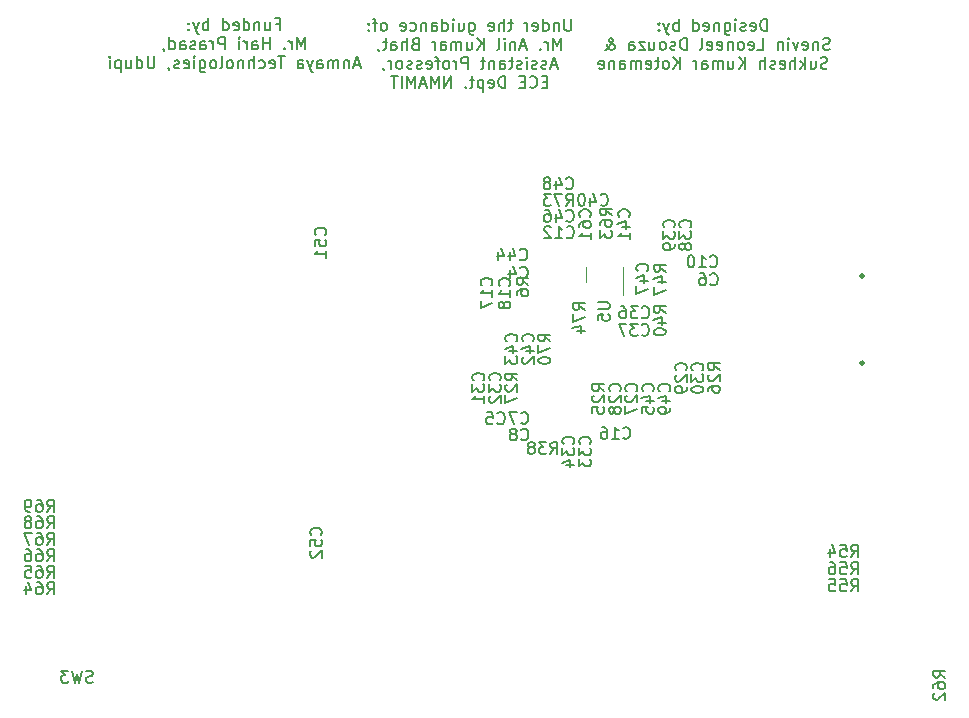
<source format=gbr>
%TF.GenerationSoftware,KiCad,Pcbnew,8.0.1*%
%TF.CreationDate,2024-05-02T11:18:55+05:30*%
%TF.ProjectId,MAX10eval,4d415831-3065-4766-916c-2e6b69636164,rev?*%
%TF.SameCoordinates,Original*%
%TF.FileFunction,Legend,Bot*%
%TF.FilePolarity,Positive*%
%FSLAX46Y46*%
G04 Gerber Fmt 4.6, Leading zero omitted, Abs format (unit mm)*
G04 Created by KiCad (PCBNEW 8.0.1) date 2024-05-02 11:18:55*
%MOMM*%
%LPD*%
G01*
G04 APERTURE LIST*
%ADD10C,0.200000*%
%ADD11C,0.150000*%
%ADD12C,0.254000*%
%ADD13C,0.120000*%
G04 APERTURE END LIST*
D10*
X130293619Y-63941521D02*
X130626952Y-63941521D01*
X130626952Y-64465331D02*
X130626952Y-63465331D01*
X130626952Y-63465331D02*
X130150762Y-63465331D01*
X129341238Y-63798664D02*
X129341238Y-64465331D01*
X129769809Y-63798664D02*
X129769809Y-64322473D01*
X129769809Y-64322473D02*
X129722190Y-64417712D01*
X129722190Y-64417712D02*
X129626952Y-64465331D01*
X129626952Y-64465331D02*
X129484095Y-64465331D01*
X129484095Y-64465331D02*
X129388857Y-64417712D01*
X129388857Y-64417712D02*
X129341238Y-64370092D01*
X128865047Y-63798664D02*
X128865047Y-64465331D01*
X128865047Y-63893902D02*
X128817428Y-63846283D01*
X128817428Y-63846283D02*
X128722190Y-63798664D01*
X128722190Y-63798664D02*
X128579333Y-63798664D01*
X128579333Y-63798664D02*
X128484095Y-63846283D01*
X128484095Y-63846283D02*
X128436476Y-63941521D01*
X128436476Y-63941521D02*
X128436476Y-64465331D01*
X127531714Y-64465331D02*
X127531714Y-63465331D01*
X127531714Y-64417712D02*
X127626952Y-64465331D01*
X127626952Y-64465331D02*
X127817428Y-64465331D01*
X127817428Y-64465331D02*
X127912666Y-64417712D01*
X127912666Y-64417712D02*
X127960285Y-64370092D01*
X127960285Y-64370092D02*
X128007904Y-64274854D01*
X128007904Y-64274854D02*
X128007904Y-63989140D01*
X128007904Y-63989140D02*
X127960285Y-63893902D01*
X127960285Y-63893902D02*
X127912666Y-63846283D01*
X127912666Y-63846283D02*
X127817428Y-63798664D01*
X127817428Y-63798664D02*
X127626952Y-63798664D01*
X127626952Y-63798664D02*
X127531714Y-63846283D01*
X126674571Y-64417712D02*
X126769809Y-64465331D01*
X126769809Y-64465331D02*
X126960285Y-64465331D01*
X126960285Y-64465331D02*
X127055523Y-64417712D01*
X127055523Y-64417712D02*
X127103142Y-64322473D01*
X127103142Y-64322473D02*
X127103142Y-63941521D01*
X127103142Y-63941521D02*
X127055523Y-63846283D01*
X127055523Y-63846283D02*
X126960285Y-63798664D01*
X126960285Y-63798664D02*
X126769809Y-63798664D01*
X126769809Y-63798664D02*
X126674571Y-63846283D01*
X126674571Y-63846283D02*
X126626952Y-63941521D01*
X126626952Y-63941521D02*
X126626952Y-64036759D01*
X126626952Y-64036759D02*
X127103142Y-64131997D01*
X125769809Y-64465331D02*
X125769809Y-63465331D01*
X125769809Y-64417712D02*
X125865047Y-64465331D01*
X125865047Y-64465331D02*
X126055523Y-64465331D01*
X126055523Y-64465331D02*
X126150761Y-64417712D01*
X126150761Y-64417712D02*
X126198380Y-64370092D01*
X126198380Y-64370092D02*
X126245999Y-64274854D01*
X126245999Y-64274854D02*
X126245999Y-63989140D01*
X126245999Y-63989140D02*
X126198380Y-63893902D01*
X126198380Y-63893902D02*
X126150761Y-63846283D01*
X126150761Y-63846283D02*
X126055523Y-63798664D01*
X126055523Y-63798664D02*
X125865047Y-63798664D01*
X125865047Y-63798664D02*
X125769809Y-63846283D01*
X124531713Y-64465331D02*
X124531713Y-63465331D01*
X124531713Y-63846283D02*
X124436475Y-63798664D01*
X124436475Y-63798664D02*
X124245999Y-63798664D01*
X124245999Y-63798664D02*
X124150761Y-63846283D01*
X124150761Y-63846283D02*
X124103142Y-63893902D01*
X124103142Y-63893902D02*
X124055523Y-63989140D01*
X124055523Y-63989140D02*
X124055523Y-64274854D01*
X124055523Y-64274854D02*
X124103142Y-64370092D01*
X124103142Y-64370092D02*
X124150761Y-64417712D01*
X124150761Y-64417712D02*
X124245999Y-64465331D01*
X124245999Y-64465331D02*
X124436475Y-64465331D01*
X124436475Y-64465331D02*
X124531713Y-64417712D01*
X123722189Y-63798664D02*
X123484094Y-64465331D01*
X123245999Y-63798664D02*
X123484094Y-64465331D01*
X123484094Y-64465331D02*
X123579332Y-64703426D01*
X123579332Y-64703426D02*
X123626951Y-64751045D01*
X123626951Y-64751045D02*
X123722189Y-64798664D01*
X122865046Y-64370092D02*
X122817427Y-64417712D01*
X122817427Y-64417712D02*
X122865046Y-64465331D01*
X122865046Y-64465331D02*
X122912665Y-64417712D01*
X122912665Y-64417712D02*
X122865046Y-64370092D01*
X122865046Y-64370092D02*
X122865046Y-64465331D01*
X122865046Y-63846283D02*
X122817427Y-63893902D01*
X122817427Y-63893902D02*
X122865046Y-63941521D01*
X122865046Y-63941521D02*
X122912665Y-63893902D01*
X122912665Y-63893902D02*
X122865046Y-63846283D01*
X122865046Y-63846283D02*
X122865046Y-63941521D01*
X132722190Y-66075275D02*
X132722190Y-65075275D01*
X132722190Y-65075275D02*
X132388857Y-65789560D01*
X132388857Y-65789560D02*
X132055524Y-65075275D01*
X132055524Y-65075275D02*
X132055524Y-66075275D01*
X131579333Y-66075275D02*
X131579333Y-65408608D01*
X131579333Y-65599084D02*
X131531714Y-65503846D01*
X131531714Y-65503846D02*
X131484095Y-65456227D01*
X131484095Y-65456227D02*
X131388857Y-65408608D01*
X131388857Y-65408608D02*
X131293619Y-65408608D01*
X130960285Y-65980036D02*
X130912666Y-66027656D01*
X130912666Y-66027656D02*
X130960285Y-66075275D01*
X130960285Y-66075275D02*
X131007904Y-66027656D01*
X131007904Y-66027656D02*
X130960285Y-65980036D01*
X130960285Y-65980036D02*
X130960285Y-66075275D01*
X129722190Y-66075275D02*
X129722190Y-65075275D01*
X129722190Y-65551465D02*
X129150762Y-65551465D01*
X129150762Y-66075275D02*
X129150762Y-65075275D01*
X128246000Y-66075275D02*
X128246000Y-65551465D01*
X128246000Y-65551465D02*
X128293619Y-65456227D01*
X128293619Y-65456227D02*
X128388857Y-65408608D01*
X128388857Y-65408608D02*
X128579333Y-65408608D01*
X128579333Y-65408608D02*
X128674571Y-65456227D01*
X128246000Y-66027656D02*
X128341238Y-66075275D01*
X128341238Y-66075275D02*
X128579333Y-66075275D01*
X128579333Y-66075275D02*
X128674571Y-66027656D01*
X128674571Y-66027656D02*
X128722190Y-65932417D01*
X128722190Y-65932417D02*
X128722190Y-65837179D01*
X128722190Y-65837179D02*
X128674571Y-65741941D01*
X128674571Y-65741941D02*
X128579333Y-65694322D01*
X128579333Y-65694322D02*
X128341238Y-65694322D01*
X128341238Y-65694322D02*
X128246000Y-65646703D01*
X127769809Y-66075275D02*
X127769809Y-65408608D01*
X127769809Y-65599084D02*
X127722190Y-65503846D01*
X127722190Y-65503846D02*
X127674571Y-65456227D01*
X127674571Y-65456227D02*
X127579333Y-65408608D01*
X127579333Y-65408608D02*
X127484095Y-65408608D01*
X127150761Y-66075275D02*
X127150761Y-65408608D01*
X127150761Y-65075275D02*
X127198380Y-65122894D01*
X127198380Y-65122894D02*
X127150761Y-65170513D01*
X127150761Y-65170513D02*
X127103142Y-65122894D01*
X127103142Y-65122894D02*
X127150761Y-65075275D01*
X127150761Y-65075275D02*
X127150761Y-65170513D01*
X125912666Y-66075275D02*
X125912666Y-65075275D01*
X125912666Y-65075275D02*
X125531714Y-65075275D01*
X125531714Y-65075275D02*
X125436476Y-65122894D01*
X125436476Y-65122894D02*
X125388857Y-65170513D01*
X125388857Y-65170513D02*
X125341238Y-65265751D01*
X125341238Y-65265751D02*
X125341238Y-65408608D01*
X125341238Y-65408608D02*
X125388857Y-65503846D01*
X125388857Y-65503846D02*
X125436476Y-65551465D01*
X125436476Y-65551465D02*
X125531714Y-65599084D01*
X125531714Y-65599084D02*
X125912666Y-65599084D01*
X124912666Y-66075275D02*
X124912666Y-65408608D01*
X124912666Y-65599084D02*
X124865047Y-65503846D01*
X124865047Y-65503846D02*
X124817428Y-65456227D01*
X124817428Y-65456227D02*
X124722190Y-65408608D01*
X124722190Y-65408608D02*
X124626952Y-65408608D01*
X123865047Y-66075275D02*
X123865047Y-65551465D01*
X123865047Y-65551465D02*
X123912666Y-65456227D01*
X123912666Y-65456227D02*
X124007904Y-65408608D01*
X124007904Y-65408608D02*
X124198380Y-65408608D01*
X124198380Y-65408608D02*
X124293618Y-65456227D01*
X123865047Y-66027656D02*
X123960285Y-66075275D01*
X123960285Y-66075275D02*
X124198380Y-66075275D01*
X124198380Y-66075275D02*
X124293618Y-66027656D01*
X124293618Y-66027656D02*
X124341237Y-65932417D01*
X124341237Y-65932417D02*
X124341237Y-65837179D01*
X124341237Y-65837179D02*
X124293618Y-65741941D01*
X124293618Y-65741941D02*
X124198380Y-65694322D01*
X124198380Y-65694322D02*
X123960285Y-65694322D01*
X123960285Y-65694322D02*
X123865047Y-65646703D01*
X123436475Y-66027656D02*
X123341237Y-66075275D01*
X123341237Y-66075275D02*
X123150761Y-66075275D01*
X123150761Y-66075275D02*
X123055523Y-66027656D01*
X123055523Y-66027656D02*
X123007904Y-65932417D01*
X123007904Y-65932417D02*
X123007904Y-65884798D01*
X123007904Y-65884798D02*
X123055523Y-65789560D01*
X123055523Y-65789560D02*
X123150761Y-65741941D01*
X123150761Y-65741941D02*
X123293618Y-65741941D01*
X123293618Y-65741941D02*
X123388856Y-65694322D01*
X123388856Y-65694322D02*
X123436475Y-65599084D01*
X123436475Y-65599084D02*
X123436475Y-65551465D01*
X123436475Y-65551465D02*
X123388856Y-65456227D01*
X123388856Y-65456227D02*
X123293618Y-65408608D01*
X123293618Y-65408608D02*
X123150761Y-65408608D01*
X123150761Y-65408608D02*
X123055523Y-65456227D01*
X122150761Y-66075275D02*
X122150761Y-65551465D01*
X122150761Y-65551465D02*
X122198380Y-65456227D01*
X122198380Y-65456227D02*
X122293618Y-65408608D01*
X122293618Y-65408608D02*
X122484094Y-65408608D01*
X122484094Y-65408608D02*
X122579332Y-65456227D01*
X122150761Y-66027656D02*
X122245999Y-66075275D01*
X122245999Y-66075275D02*
X122484094Y-66075275D01*
X122484094Y-66075275D02*
X122579332Y-66027656D01*
X122579332Y-66027656D02*
X122626951Y-65932417D01*
X122626951Y-65932417D02*
X122626951Y-65837179D01*
X122626951Y-65837179D02*
X122579332Y-65741941D01*
X122579332Y-65741941D02*
X122484094Y-65694322D01*
X122484094Y-65694322D02*
X122245999Y-65694322D01*
X122245999Y-65694322D02*
X122150761Y-65646703D01*
X121245999Y-66075275D02*
X121245999Y-65075275D01*
X121245999Y-66027656D02*
X121341237Y-66075275D01*
X121341237Y-66075275D02*
X121531713Y-66075275D01*
X121531713Y-66075275D02*
X121626951Y-66027656D01*
X121626951Y-66027656D02*
X121674570Y-65980036D01*
X121674570Y-65980036D02*
X121722189Y-65884798D01*
X121722189Y-65884798D02*
X121722189Y-65599084D01*
X121722189Y-65599084D02*
X121674570Y-65503846D01*
X121674570Y-65503846D02*
X121626951Y-65456227D01*
X121626951Y-65456227D02*
X121531713Y-65408608D01*
X121531713Y-65408608D02*
X121341237Y-65408608D01*
X121341237Y-65408608D02*
X121245999Y-65456227D01*
X120722189Y-66027656D02*
X120722189Y-66075275D01*
X120722189Y-66075275D02*
X120769808Y-66170513D01*
X120769808Y-66170513D02*
X120817427Y-66218132D01*
X137341238Y-67399504D02*
X136865048Y-67399504D01*
X137436476Y-67685219D02*
X137103143Y-66685219D01*
X137103143Y-66685219D02*
X136769810Y-67685219D01*
X136436476Y-67018552D02*
X136436476Y-67685219D01*
X136436476Y-67113790D02*
X136388857Y-67066171D01*
X136388857Y-67066171D02*
X136293619Y-67018552D01*
X136293619Y-67018552D02*
X136150762Y-67018552D01*
X136150762Y-67018552D02*
X136055524Y-67066171D01*
X136055524Y-67066171D02*
X136007905Y-67161409D01*
X136007905Y-67161409D02*
X136007905Y-67685219D01*
X135531714Y-67685219D02*
X135531714Y-67018552D01*
X135531714Y-67113790D02*
X135484095Y-67066171D01*
X135484095Y-67066171D02*
X135388857Y-67018552D01*
X135388857Y-67018552D02*
X135246000Y-67018552D01*
X135246000Y-67018552D02*
X135150762Y-67066171D01*
X135150762Y-67066171D02*
X135103143Y-67161409D01*
X135103143Y-67161409D02*
X135103143Y-67685219D01*
X135103143Y-67161409D02*
X135055524Y-67066171D01*
X135055524Y-67066171D02*
X134960286Y-67018552D01*
X134960286Y-67018552D02*
X134817429Y-67018552D01*
X134817429Y-67018552D02*
X134722190Y-67066171D01*
X134722190Y-67066171D02*
X134674571Y-67161409D01*
X134674571Y-67161409D02*
X134674571Y-67685219D01*
X133769810Y-67685219D02*
X133769810Y-67161409D01*
X133769810Y-67161409D02*
X133817429Y-67066171D01*
X133817429Y-67066171D02*
X133912667Y-67018552D01*
X133912667Y-67018552D02*
X134103143Y-67018552D01*
X134103143Y-67018552D02*
X134198381Y-67066171D01*
X133769810Y-67637600D02*
X133865048Y-67685219D01*
X133865048Y-67685219D02*
X134103143Y-67685219D01*
X134103143Y-67685219D02*
X134198381Y-67637600D01*
X134198381Y-67637600D02*
X134246000Y-67542361D01*
X134246000Y-67542361D02*
X134246000Y-67447123D01*
X134246000Y-67447123D02*
X134198381Y-67351885D01*
X134198381Y-67351885D02*
X134103143Y-67304266D01*
X134103143Y-67304266D02*
X133865048Y-67304266D01*
X133865048Y-67304266D02*
X133769810Y-67256647D01*
X133388857Y-67018552D02*
X133150762Y-67685219D01*
X132912667Y-67018552D02*
X133150762Y-67685219D01*
X133150762Y-67685219D02*
X133246000Y-67923314D01*
X133246000Y-67923314D02*
X133293619Y-67970933D01*
X133293619Y-67970933D02*
X133388857Y-68018552D01*
X132103143Y-67685219D02*
X132103143Y-67161409D01*
X132103143Y-67161409D02*
X132150762Y-67066171D01*
X132150762Y-67066171D02*
X132246000Y-67018552D01*
X132246000Y-67018552D02*
X132436476Y-67018552D01*
X132436476Y-67018552D02*
X132531714Y-67066171D01*
X132103143Y-67637600D02*
X132198381Y-67685219D01*
X132198381Y-67685219D02*
X132436476Y-67685219D01*
X132436476Y-67685219D02*
X132531714Y-67637600D01*
X132531714Y-67637600D02*
X132579333Y-67542361D01*
X132579333Y-67542361D02*
X132579333Y-67447123D01*
X132579333Y-67447123D02*
X132531714Y-67351885D01*
X132531714Y-67351885D02*
X132436476Y-67304266D01*
X132436476Y-67304266D02*
X132198381Y-67304266D01*
X132198381Y-67304266D02*
X132103143Y-67256647D01*
X131007904Y-66685219D02*
X130436476Y-66685219D01*
X130722190Y-67685219D02*
X130722190Y-66685219D01*
X129722190Y-67637600D02*
X129817428Y-67685219D01*
X129817428Y-67685219D02*
X130007904Y-67685219D01*
X130007904Y-67685219D02*
X130103142Y-67637600D01*
X130103142Y-67637600D02*
X130150761Y-67542361D01*
X130150761Y-67542361D02*
X130150761Y-67161409D01*
X130150761Y-67161409D02*
X130103142Y-67066171D01*
X130103142Y-67066171D02*
X130007904Y-67018552D01*
X130007904Y-67018552D02*
X129817428Y-67018552D01*
X129817428Y-67018552D02*
X129722190Y-67066171D01*
X129722190Y-67066171D02*
X129674571Y-67161409D01*
X129674571Y-67161409D02*
X129674571Y-67256647D01*
X129674571Y-67256647D02*
X130150761Y-67351885D01*
X128817428Y-67637600D02*
X128912666Y-67685219D01*
X128912666Y-67685219D02*
X129103142Y-67685219D01*
X129103142Y-67685219D02*
X129198380Y-67637600D01*
X129198380Y-67637600D02*
X129245999Y-67589980D01*
X129245999Y-67589980D02*
X129293618Y-67494742D01*
X129293618Y-67494742D02*
X129293618Y-67209028D01*
X129293618Y-67209028D02*
X129245999Y-67113790D01*
X129245999Y-67113790D02*
X129198380Y-67066171D01*
X129198380Y-67066171D02*
X129103142Y-67018552D01*
X129103142Y-67018552D02*
X128912666Y-67018552D01*
X128912666Y-67018552D02*
X128817428Y-67066171D01*
X128388856Y-67685219D02*
X128388856Y-66685219D01*
X127960285Y-67685219D02*
X127960285Y-67161409D01*
X127960285Y-67161409D02*
X128007904Y-67066171D01*
X128007904Y-67066171D02*
X128103142Y-67018552D01*
X128103142Y-67018552D02*
X128245999Y-67018552D01*
X128245999Y-67018552D02*
X128341237Y-67066171D01*
X128341237Y-67066171D02*
X128388856Y-67113790D01*
X127484094Y-67018552D02*
X127484094Y-67685219D01*
X127484094Y-67113790D02*
X127436475Y-67066171D01*
X127436475Y-67066171D02*
X127341237Y-67018552D01*
X127341237Y-67018552D02*
X127198380Y-67018552D01*
X127198380Y-67018552D02*
X127103142Y-67066171D01*
X127103142Y-67066171D02*
X127055523Y-67161409D01*
X127055523Y-67161409D02*
X127055523Y-67685219D01*
X126436475Y-67685219D02*
X126531713Y-67637600D01*
X126531713Y-67637600D02*
X126579332Y-67589980D01*
X126579332Y-67589980D02*
X126626951Y-67494742D01*
X126626951Y-67494742D02*
X126626951Y-67209028D01*
X126626951Y-67209028D02*
X126579332Y-67113790D01*
X126579332Y-67113790D02*
X126531713Y-67066171D01*
X126531713Y-67066171D02*
X126436475Y-67018552D01*
X126436475Y-67018552D02*
X126293618Y-67018552D01*
X126293618Y-67018552D02*
X126198380Y-67066171D01*
X126198380Y-67066171D02*
X126150761Y-67113790D01*
X126150761Y-67113790D02*
X126103142Y-67209028D01*
X126103142Y-67209028D02*
X126103142Y-67494742D01*
X126103142Y-67494742D02*
X126150761Y-67589980D01*
X126150761Y-67589980D02*
X126198380Y-67637600D01*
X126198380Y-67637600D02*
X126293618Y-67685219D01*
X126293618Y-67685219D02*
X126436475Y-67685219D01*
X125531713Y-67685219D02*
X125626951Y-67637600D01*
X125626951Y-67637600D02*
X125674570Y-67542361D01*
X125674570Y-67542361D02*
X125674570Y-66685219D01*
X125007903Y-67685219D02*
X125103141Y-67637600D01*
X125103141Y-67637600D02*
X125150760Y-67589980D01*
X125150760Y-67589980D02*
X125198379Y-67494742D01*
X125198379Y-67494742D02*
X125198379Y-67209028D01*
X125198379Y-67209028D02*
X125150760Y-67113790D01*
X125150760Y-67113790D02*
X125103141Y-67066171D01*
X125103141Y-67066171D02*
X125007903Y-67018552D01*
X125007903Y-67018552D02*
X124865046Y-67018552D01*
X124865046Y-67018552D02*
X124769808Y-67066171D01*
X124769808Y-67066171D02*
X124722189Y-67113790D01*
X124722189Y-67113790D02*
X124674570Y-67209028D01*
X124674570Y-67209028D02*
X124674570Y-67494742D01*
X124674570Y-67494742D02*
X124722189Y-67589980D01*
X124722189Y-67589980D02*
X124769808Y-67637600D01*
X124769808Y-67637600D02*
X124865046Y-67685219D01*
X124865046Y-67685219D02*
X125007903Y-67685219D01*
X123817427Y-67018552D02*
X123817427Y-67828076D01*
X123817427Y-67828076D02*
X123865046Y-67923314D01*
X123865046Y-67923314D02*
X123912665Y-67970933D01*
X123912665Y-67970933D02*
X124007903Y-68018552D01*
X124007903Y-68018552D02*
X124150760Y-68018552D01*
X124150760Y-68018552D02*
X124245998Y-67970933D01*
X123817427Y-67637600D02*
X123912665Y-67685219D01*
X123912665Y-67685219D02*
X124103141Y-67685219D01*
X124103141Y-67685219D02*
X124198379Y-67637600D01*
X124198379Y-67637600D02*
X124245998Y-67589980D01*
X124245998Y-67589980D02*
X124293617Y-67494742D01*
X124293617Y-67494742D02*
X124293617Y-67209028D01*
X124293617Y-67209028D02*
X124245998Y-67113790D01*
X124245998Y-67113790D02*
X124198379Y-67066171D01*
X124198379Y-67066171D02*
X124103141Y-67018552D01*
X124103141Y-67018552D02*
X123912665Y-67018552D01*
X123912665Y-67018552D02*
X123817427Y-67066171D01*
X123341236Y-67685219D02*
X123341236Y-67018552D01*
X123341236Y-66685219D02*
X123388855Y-66732838D01*
X123388855Y-66732838D02*
X123341236Y-66780457D01*
X123341236Y-66780457D02*
X123293617Y-66732838D01*
X123293617Y-66732838D02*
X123341236Y-66685219D01*
X123341236Y-66685219D02*
X123341236Y-66780457D01*
X122484094Y-67637600D02*
X122579332Y-67685219D01*
X122579332Y-67685219D02*
X122769808Y-67685219D01*
X122769808Y-67685219D02*
X122865046Y-67637600D01*
X122865046Y-67637600D02*
X122912665Y-67542361D01*
X122912665Y-67542361D02*
X122912665Y-67161409D01*
X122912665Y-67161409D02*
X122865046Y-67066171D01*
X122865046Y-67066171D02*
X122769808Y-67018552D01*
X122769808Y-67018552D02*
X122579332Y-67018552D01*
X122579332Y-67018552D02*
X122484094Y-67066171D01*
X122484094Y-67066171D02*
X122436475Y-67161409D01*
X122436475Y-67161409D02*
X122436475Y-67256647D01*
X122436475Y-67256647D02*
X122912665Y-67351885D01*
X122055522Y-67637600D02*
X121960284Y-67685219D01*
X121960284Y-67685219D02*
X121769808Y-67685219D01*
X121769808Y-67685219D02*
X121674570Y-67637600D01*
X121674570Y-67637600D02*
X121626951Y-67542361D01*
X121626951Y-67542361D02*
X121626951Y-67494742D01*
X121626951Y-67494742D02*
X121674570Y-67399504D01*
X121674570Y-67399504D02*
X121769808Y-67351885D01*
X121769808Y-67351885D02*
X121912665Y-67351885D01*
X121912665Y-67351885D02*
X122007903Y-67304266D01*
X122007903Y-67304266D02*
X122055522Y-67209028D01*
X122055522Y-67209028D02*
X122055522Y-67161409D01*
X122055522Y-67161409D02*
X122007903Y-67066171D01*
X122007903Y-67066171D02*
X121912665Y-67018552D01*
X121912665Y-67018552D02*
X121769808Y-67018552D01*
X121769808Y-67018552D02*
X121674570Y-67066171D01*
X121150760Y-67637600D02*
X121150760Y-67685219D01*
X121150760Y-67685219D02*
X121198379Y-67780457D01*
X121198379Y-67780457D02*
X121245998Y-67828076D01*
X119960284Y-66685219D02*
X119960284Y-67494742D01*
X119960284Y-67494742D02*
X119912665Y-67589980D01*
X119912665Y-67589980D02*
X119865046Y-67637600D01*
X119865046Y-67637600D02*
X119769808Y-67685219D01*
X119769808Y-67685219D02*
X119579332Y-67685219D01*
X119579332Y-67685219D02*
X119484094Y-67637600D01*
X119484094Y-67637600D02*
X119436475Y-67589980D01*
X119436475Y-67589980D02*
X119388856Y-67494742D01*
X119388856Y-67494742D02*
X119388856Y-66685219D01*
X118484094Y-67685219D02*
X118484094Y-66685219D01*
X118484094Y-67637600D02*
X118579332Y-67685219D01*
X118579332Y-67685219D02*
X118769808Y-67685219D01*
X118769808Y-67685219D02*
X118865046Y-67637600D01*
X118865046Y-67637600D02*
X118912665Y-67589980D01*
X118912665Y-67589980D02*
X118960284Y-67494742D01*
X118960284Y-67494742D02*
X118960284Y-67209028D01*
X118960284Y-67209028D02*
X118912665Y-67113790D01*
X118912665Y-67113790D02*
X118865046Y-67066171D01*
X118865046Y-67066171D02*
X118769808Y-67018552D01*
X118769808Y-67018552D02*
X118579332Y-67018552D01*
X118579332Y-67018552D02*
X118484094Y-67066171D01*
X117579332Y-67018552D02*
X117579332Y-67685219D01*
X118007903Y-67018552D02*
X118007903Y-67542361D01*
X118007903Y-67542361D02*
X117960284Y-67637600D01*
X117960284Y-67637600D02*
X117865046Y-67685219D01*
X117865046Y-67685219D02*
X117722189Y-67685219D01*
X117722189Y-67685219D02*
X117626951Y-67637600D01*
X117626951Y-67637600D02*
X117579332Y-67589980D01*
X117103141Y-67018552D02*
X117103141Y-68018552D01*
X117103141Y-67066171D02*
X117007903Y-67018552D01*
X117007903Y-67018552D02*
X116817427Y-67018552D01*
X116817427Y-67018552D02*
X116722189Y-67066171D01*
X116722189Y-67066171D02*
X116674570Y-67113790D01*
X116674570Y-67113790D02*
X116626951Y-67209028D01*
X116626951Y-67209028D02*
X116626951Y-67494742D01*
X116626951Y-67494742D02*
X116674570Y-67589980D01*
X116674570Y-67589980D02*
X116722189Y-67637600D01*
X116722189Y-67637600D02*
X116817427Y-67685219D01*
X116817427Y-67685219D02*
X117007903Y-67685219D01*
X117007903Y-67685219D02*
X117103141Y-67637600D01*
X116198379Y-67685219D02*
X116198379Y-67018552D01*
X116198379Y-66685219D02*
X116245998Y-66732838D01*
X116245998Y-66732838D02*
X116198379Y-66780457D01*
X116198379Y-66780457D02*
X116150760Y-66732838D01*
X116150760Y-66732838D02*
X116198379Y-66685219D01*
X116198379Y-66685219D02*
X116198379Y-66780457D01*
X155256429Y-63506387D02*
X155256429Y-64315910D01*
X155256429Y-64315910D02*
X155208810Y-64411148D01*
X155208810Y-64411148D02*
X155161191Y-64458768D01*
X155161191Y-64458768D02*
X155065953Y-64506387D01*
X155065953Y-64506387D02*
X154875477Y-64506387D01*
X154875477Y-64506387D02*
X154780239Y-64458768D01*
X154780239Y-64458768D02*
X154732620Y-64411148D01*
X154732620Y-64411148D02*
X154685001Y-64315910D01*
X154685001Y-64315910D02*
X154685001Y-63506387D01*
X154208810Y-63839720D02*
X154208810Y-64506387D01*
X154208810Y-63934958D02*
X154161191Y-63887339D01*
X154161191Y-63887339D02*
X154065953Y-63839720D01*
X154065953Y-63839720D02*
X153923096Y-63839720D01*
X153923096Y-63839720D02*
X153827858Y-63887339D01*
X153827858Y-63887339D02*
X153780239Y-63982577D01*
X153780239Y-63982577D02*
X153780239Y-64506387D01*
X152875477Y-64506387D02*
X152875477Y-63506387D01*
X152875477Y-64458768D02*
X152970715Y-64506387D01*
X152970715Y-64506387D02*
X153161191Y-64506387D01*
X153161191Y-64506387D02*
X153256429Y-64458768D01*
X153256429Y-64458768D02*
X153304048Y-64411148D01*
X153304048Y-64411148D02*
X153351667Y-64315910D01*
X153351667Y-64315910D02*
X153351667Y-64030196D01*
X153351667Y-64030196D02*
X153304048Y-63934958D01*
X153304048Y-63934958D02*
X153256429Y-63887339D01*
X153256429Y-63887339D02*
X153161191Y-63839720D01*
X153161191Y-63839720D02*
X152970715Y-63839720D01*
X152970715Y-63839720D02*
X152875477Y-63887339D01*
X152018334Y-64458768D02*
X152113572Y-64506387D01*
X152113572Y-64506387D02*
X152304048Y-64506387D01*
X152304048Y-64506387D02*
X152399286Y-64458768D01*
X152399286Y-64458768D02*
X152446905Y-64363529D01*
X152446905Y-64363529D02*
X152446905Y-63982577D01*
X152446905Y-63982577D02*
X152399286Y-63887339D01*
X152399286Y-63887339D02*
X152304048Y-63839720D01*
X152304048Y-63839720D02*
X152113572Y-63839720D01*
X152113572Y-63839720D02*
X152018334Y-63887339D01*
X152018334Y-63887339D02*
X151970715Y-63982577D01*
X151970715Y-63982577D02*
X151970715Y-64077815D01*
X151970715Y-64077815D02*
X152446905Y-64173053D01*
X151542143Y-64506387D02*
X151542143Y-63839720D01*
X151542143Y-64030196D02*
X151494524Y-63934958D01*
X151494524Y-63934958D02*
X151446905Y-63887339D01*
X151446905Y-63887339D02*
X151351667Y-63839720D01*
X151351667Y-63839720D02*
X151256429Y-63839720D01*
X150304047Y-63839720D02*
X149923095Y-63839720D01*
X150161190Y-63506387D02*
X150161190Y-64363529D01*
X150161190Y-64363529D02*
X150113571Y-64458768D01*
X150113571Y-64458768D02*
X150018333Y-64506387D01*
X150018333Y-64506387D02*
X149923095Y-64506387D01*
X149589761Y-64506387D02*
X149589761Y-63506387D01*
X149161190Y-64506387D02*
X149161190Y-63982577D01*
X149161190Y-63982577D02*
X149208809Y-63887339D01*
X149208809Y-63887339D02*
X149304047Y-63839720D01*
X149304047Y-63839720D02*
X149446904Y-63839720D01*
X149446904Y-63839720D02*
X149542142Y-63887339D01*
X149542142Y-63887339D02*
X149589761Y-63934958D01*
X148304047Y-64458768D02*
X148399285Y-64506387D01*
X148399285Y-64506387D02*
X148589761Y-64506387D01*
X148589761Y-64506387D02*
X148684999Y-64458768D01*
X148684999Y-64458768D02*
X148732618Y-64363529D01*
X148732618Y-64363529D02*
X148732618Y-63982577D01*
X148732618Y-63982577D02*
X148684999Y-63887339D01*
X148684999Y-63887339D02*
X148589761Y-63839720D01*
X148589761Y-63839720D02*
X148399285Y-63839720D01*
X148399285Y-63839720D02*
X148304047Y-63887339D01*
X148304047Y-63887339D02*
X148256428Y-63982577D01*
X148256428Y-63982577D02*
X148256428Y-64077815D01*
X148256428Y-64077815D02*
X148732618Y-64173053D01*
X146637380Y-63839720D02*
X146637380Y-64649244D01*
X146637380Y-64649244D02*
X146684999Y-64744482D01*
X146684999Y-64744482D02*
X146732618Y-64792101D01*
X146732618Y-64792101D02*
X146827856Y-64839720D01*
X146827856Y-64839720D02*
X146970713Y-64839720D01*
X146970713Y-64839720D02*
X147065951Y-64792101D01*
X146637380Y-64458768D02*
X146732618Y-64506387D01*
X146732618Y-64506387D02*
X146923094Y-64506387D01*
X146923094Y-64506387D02*
X147018332Y-64458768D01*
X147018332Y-64458768D02*
X147065951Y-64411148D01*
X147065951Y-64411148D02*
X147113570Y-64315910D01*
X147113570Y-64315910D02*
X147113570Y-64030196D01*
X147113570Y-64030196D02*
X147065951Y-63934958D01*
X147065951Y-63934958D02*
X147018332Y-63887339D01*
X147018332Y-63887339D02*
X146923094Y-63839720D01*
X146923094Y-63839720D02*
X146732618Y-63839720D01*
X146732618Y-63839720D02*
X146637380Y-63887339D01*
X145732618Y-63839720D02*
X145732618Y-64506387D01*
X146161189Y-63839720D02*
X146161189Y-64363529D01*
X146161189Y-64363529D02*
X146113570Y-64458768D01*
X146113570Y-64458768D02*
X146018332Y-64506387D01*
X146018332Y-64506387D02*
X145875475Y-64506387D01*
X145875475Y-64506387D02*
X145780237Y-64458768D01*
X145780237Y-64458768D02*
X145732618Y-64411148D01*
X145256427Y-64506387D02*
X145256427Y-63839720D01*
X145256427Y-63506387D02*
X145304046Y-63554006D01*
X145304046Y-63554006D02*
X145256427Y-63601625D01*
X145256427Y-63601625D02*
X145208808Y-63554006D01*
X145208808Y-63554006D02*
X145256427Y-63506387D01*
X145256427Y-63506387D02*
X145256427Y-63601625D01*
X144351666Y-64506387D02*
X144351666Y-63506387D01*
X144351666Y-64458768D02*
X144446904Y-64506387D01*
X144446904Y-64506387D02*
X144637380Y-64506387D01*
X144637380Y-64506387D02*
X144732618Y-64458768D01*
X144732618Y-64458768D02*
X144780237Y-64411148D01*
X144780237Y-64411148D02*
X144827856Y-64315910D01*
X144827856Y-64315910D02*
X144827856Y-64030196D01*
X144827856Y-64030196D02*
X144780237Y-63934958D01*
X144780237Y-63934958D02*
X144732618Y-63887339D01*
X144732618Y-63887339D02*
X144637380Y-63839720D01*
X144637380Y-63839720D02*
X144446904Y-63839720D01*
X144446904Y-63839720D02*
X144351666Y-63887339D01*
X143446904Y-64506387D02*
X143446904Y-63982577D01*
X143446904Y-63982577D02*
X143494523Y-63887339D01*
X143494523Y-63887339D02*
X143589761Y-63839720D01*
X143589761Y-63839720D02*
X143780237Y-63839720D01*
X143780237Y-63839720D02*
X143875475Y-63887339D01*
X143446904Y-64458768D02*
X143542142Y-64506387D01*
X143542142Y-64506387D02*
X143780237Y-64506387D01*
X143780237Y-64506387D02*
X143875475Y-64458768D01*
X143875475Y-64458768D02*
X143923094Y-64363529D01*
X143923094Y-64363529D02*
X143923094Y-64268291D01*
X143923094Y-64268291D02*
X143875475Y-64173053D01*
X143875475Y-64173053D02*
X143780237Y-64125434D01*
X143780237Y-64125434D02*
X143542142Y-64125434D01*
X143542142Y-64125434D02*
X143446904Y-64077815D01*
X142970713Y-63839720D02*
X142970713Y-64506387D01*
X142970713Y-63934958D02*
X142923094Y-63887339D01*
X142923094Y-63887339D02*
X142827856Y-63839720D01*
X142827856Y-63839720D02*
X142684999Y-63839720D01*
X142684999Y-63839720D02*
X142589761Y-63887339D01*
X142589761Y-63887339D02*
X142542142Y-63982577D01*
X142542142Y-63982577D02*
X142542142Y-64506387D01*
X141637380Y-64458768D02*
X141732618Y-64506387D01*
X141732618Y-64506387D02*
X141923094Y-64506387D01*
X141923094Y-64506387D02*
X142018332Y-64458768D01*
X142018332Y-64458768D02*
X142065951Y-64411148D01*
X142065951Y-64411148D02*
X142113570Y-64315910D01*
X142113570Y-64315910D02*
X142113570Y-64030196D01*
X142113570Y-64030196D02*
X142065951Y-63934958D01*
X142065951Y-63934958D02*
X142018332Y-63887339D01*
X142018332Y-63887339D02*
X141923094Y-63839720D01*
X141923094Y-63839720D02*
X141732618Y-63839720D01*
X141732618Y-63839720D02*
X141637380Y-63887339D01*
X140827856Y-64458768D02*
X140923094Y-64506387D01*
X140923094Y-64506387D02*
X141113570Y-64506387D01*
X141113570Y-64506387D02*
X141208808Y-64458768D01*
X141208808Y-64458768D02*
X141256427Y-64363529D01*
X141256427Y-64363529D02*
X141256427Y-63982577D01*
X141256427Y-63982577D02*
X141208808Y-63887339D01*
X141208808Y-63887339D02*
X141113570Y-63839720D01*
X141113570Y-63839720D02*
X140923094Y-63839720D01*
X140923094Y-63839720D02*
X140827856Y-63887339D01*
X140827856Y-63887339D02*
X140780237Y-63982577D01*
X140780237Y-63982577D02*
X140780237Y-64077815D01*
X140780237Y-64077815D02*
X141256427Y-64173053D01*
X139446903Y-64506387D02*
X139542141Y-64458768D01*
X139542141Y-64458768D02*
X139589760Y-64411148D01*
X139589760Y-64411148D02*
X139637379Y-64315910D01*
X139637379Y-64315910D02*
X139637379Y-64030196D01*
X139637379Y-64030196D02*
X139589760Y-63934958D01*
X139589760Y-63934958D02*
X139542141Y-63887339D01*
X139542141Y-63887339D02*
X139446903Y-63839720D01*
X139446903Y-63839720D02*
X139304046Y-63839720D01*
X139304046Y-63839720D02*
X139208808Y-63887339D01*
X139208808Y-63887339D02*
X139161189Y-63934958D01*
X139161189Y-63934958D02*
X139113570Y-64030196D01*
X139113570Y-64030196D02*
X139113570Y-64315910D01*
X139113570Y-64315910D02*
X139161189Y-64411148D01*
X139161189Y-64411148D02*
X139208808Y-64458768D01*
X139208808Y-64458768D02*
X139304046Y-64506387D01*
X139304046Y-64506387D02*
X139446903Y-64506387D01*
X138827855Y-63839720D02*
X138446903Y-63839720D01*
X138684998Y-64506387D02*
X138684998Y-63649244D01*
X138684998Y-63649244D02*
X138637379Y-63554006D01*
X138637379Y-63554006D02*
X138542141Y-63506387D01*
X138542141Y-63506387D02*
X138446903Y-63506387D01*
X138113569Y-64411148D02*
X138065950Y-64458768D01*
X138065950Y-64458768D02*
X138113569Y-64506387D01*
X138113569Y-64506387D02*
X138161188Y-64458768D01*
X138161188Y-64458768D02*
X138113569Y-64411148D01*
X138113569Y-64411148D02*
X138113569Y-64506387D01*
X138113569Y-63887339D02*
X138065950Y-63934958D01*
X138065950Y-63934958D02*
X138113569Y-63982577D01*
X138113569Y-63982577D02*
X138161188Y-63934958D01*
X138161188Y-63934958D02*
X138113569Y-63887339D01*
X138113569Y-63887339D02*
X138113569Y-63982577D01*
X154399285Y-66116331D02*
X154399285Y-65116331D01*
X154399285Y-65116331D02*
X154065952Y-65830616D01*
X154065952Y-65830616D02*
X153732619Y-65116331D01*
X153732619Y-65116331D02*
X153732619Y-66116331D01*
X153256428Y-66116331D02*
X153256428Y-65449664D01*
X153256428Y-65640140D02*
X153208809Y-65544902D01*
X153208809Y-65544902D02*
X153161190Y-65497283D01*
X153161190Y-65497283D02*
X153065952Y-65449664D01*
X153065952Y-65449664D02*
X152970714Y-65449664D01*
X152637380Y-66021092D02*
X152589761Y-66068712D01*
X152589761Y-66068712D02*
X152637380Y-66116331D01*
X152637380Y-66116331D02*
X152684999Y-66068712D01*
X152684999Y-66068712D02*
X152637380Y-66021092D01*
X152637380Y-66021092D02*
X152637380Y-66116331D01*
X151446904Y-65830616D02*
X150970714Y-65830616D01*
X151542142Y-66116331D02*
X151208809Y-65116331D01*
X151208809Y-65116331D02*
X150875476Y-66116331D01*
X150542142Y-65449664D02*
X150542142Y-66116331D01*
X150542142Y-65544902D02*
X150494523Y-65497283D01*
X150494523Y-65497283D02*
X150399285Y-65449664D01*
X150399285Y-65449664D02*
X150256428Y-65449664D01*
X150256428Y-65449664D02*
X150161190Y-65497283D01*
X150161190Y-65497283D02*
X150113571Y-65592521D01*
X150113571Y-65592521D02*
X150113571Y-66116331D01*
X149637380Y-66116331D02*
X149637380Y-65449664D01*
X149637380Y-65116331D02*
X149684999Y-65163950D01*
X149684999Y-65163950D02*
X149637380Y-65211569D01*
X149637380Y-65211569D02*
X149589761Y-65163950D01*
X149589761Y-65163950D02*
X149637380Y-65116331D01*
X149637380Y-65116331D02*
X149637380Y-65211569D01*
X149018333Y-66116331D02*
X149113571Y-66068712D01*
X149113571Y-66068712D02*
X149161190Y-65973473D01*
X149161190Y-65973473D02*
X149161190Y-65116331D01*
X147875475Y-66116331D02*
X147875475Y-65116331D01*
X147304047Y-66116331D02*
X147732618Y-65544902D01*
X147304047Y-65116331D02*
X147875475Y-65687759D01*
X146446904Y-65449664D02*
X146446904Y-66116331D01*
X146875475Y-65449664D02*
X146875475Y-65973473D01*
X146875475Y-65973473D02*
X146827856Y-66068712D01*
X146827856Y-66068712D02*
X146732618Y-66116331D01*
X146732618Y-66116331D02*
X146589761Y-66116331D01*
X146589761Y-66116331D02*
X146494523Y-66068712D01*
X146494523Y-66068712D02*
X146446904Y-66021092D01*
X145970713Y-66116331D02*
X145970713Y-65449664D01*
X145970713Y-65544902D02*
X145923094Y-65497283D01*
X145923094Y-65497283D02*
X145827856Y-65449664D01*
X145827856Y-65449664D02*
X145684999Y-65449664D01*
X145684999Y-65449664D02*
X145589761Y-65497283D01*
X145589761Y-65497283D02*
X145542142Y-65592521D01*
X145542142Y-65592521D02*
X145542142Y-66116331D01*
X145542142Y-65592521D02*
X145494523Y-65497283D01*
X145494523Y-65497283D02*
X145399285Y-65449664D01*
X145399285Y-65449664D02*
X145256428Y-65449664D01*
X145256428Y-65449664D02*
X145161189Y-65497283D01*
X145161189Y-65497283D02*
X145113570Y-65592521D01*
X145113570Y-65592521D02*
X145113570Y-66116331D01*
X144208809Y-66116331D02*
X144208809Y-65592521D01*
X144208809Y-65592521D02*
X144256428Y-65497283D01*
X144256428Y-65497283D02*
X144351666Y-65449664D01*
X144351666Y-65449664D02*
X144542142Y-65449664D01*
X144542142Y-65449664D02*
X144637380Y-65497283D01*
X144208809Y-66068712D02*
X144304047Y-66116331D01*
X144304047Y-66116331D02*
X144542142Y-66116331D01*
X144542142Y-66116331D02*
X144637380Y-66068712D01*
X144637380Y-66068712D02*
X144684999Y-65973473D01*
X144684999Y-65973473D02*
X144684999Y-65878235D01*
X144684999Y-65878235D02*
X144637380Y-65782997D01*
X144637380Y-65782997D02*
X144542142Y-65735378D01*
X144542142Y-65735378D02*
X144304047Y-65735378D01*
X144304047Y-65735378D02*
X144208809Y-65687759D01*
X143732618Y-66116331D02*
X143732618Y-65449664D01*
X143732618Y-65640140D02*
X143684999Y-65544902D01*
X143684999Y-65544902D02*
X143637380Y-65497283D01*
X143637380Y-65497283D02*
X143542142Y-65449664D01*
X143542142Y-65449664D02*
X143446904Y-65449664D01*
X142018332Y-65592521D02*
X141875475Y-65640140D01*
X141875475Y-65640140D02*
X141827856Y-65687759D01*
X141827856Y-65687759D02*
X141780237Y-65782997D01*
X141780237Y-65782997D02*
X141780237Y-65925854D01*
X141780237Y-65925854D02*
X141827856Y-66021092D01*
X141827856Y-66021092D02*
X141875475Y-66068712D01*
X141875475Y-66068712D02*
X141970713Y-66116331D01*
X141970713Y-66116331D02*
X142351665Y-66116331D01*
X142351665Y-66116331D02*
X142351665Y-65116331D01*
X142351665Y-65116331D02*
X142018332Y-65116331D01*
X142018332Y-65116331D02*
X141923094Y-65163950D01*
X141923094Y-65163950D02*
X141875475Y-65211569D01*
X141875475Y-65211569D02*
X141827856Y-65306807D01*
X141827856Y-65306807D02*
X141827856Y-65402045D01*
X141827856Y-65402045D02*
X141875475Y-65497283D01*
X141875475Y-65497283D02*
X141923094Y-65544902D01*
X141923094Y-65544902D02*
X142018332Y-65592521D01*
X142018332Y-65592521D02*
X142351665Y-65592521D01*
X141351665Y-66116331D02*
X141351665Y-65116331D01*
X140923094Y-66116331D02*
X140923094Y-65592521D01*
X140923094Y-65592521D02*
X140970713Y-65497283D01*
X140970713Y-65497283D02*
X141065951Y-65449664D01*
X141065951Y-65449664D02*
X141208808Y-65449664D01*
X141208808Y-65449664D02*
X141304046Y-65497283D01*
X141304046Y-65497283D02*
X141351665Y-65544902D01*
X140018332Y-66116331D02*
X140018332Y-65592521D01*
X140018332Y-65592521D02*
X140065951Y-65497283D01*
X140065951Y-65497283D02*
X140161189Y-65449664D01*
X140161189Y-65449664D02*
X140351665Y-65449664D01*
X140351665Y-65449664D02*
X140446903Y-65497283D01*
X140018332Y-66068712D02*
X140113570Y-66116331D01*
X140113570Y-66116331D02*
X140351665Y-66116331D01*
X140351665Y-66116331D02*
X140446903Y-66068712D01*
X140446903Y-66068712D02*
X140494522Y-65973473D01*
X140494522Y-65973473D02*
X140494522Y-65878235D01*
X140494522Y-65878235D02*
X140446903Y-65782997D01*
X140446903Y-65782997D02*
X140351665Y-65735378D01*
X140351665Y-65735378D02*
X140113570Y-65735378D01*
X140113570Y-65735378D02*
X140018332Y-65687759D01*
X139684998Y-65449664D02*
X139304046Y-65449664D01*
X139542141Y-65116331D02*
X139542141Y-65973473D01*
X139542141Y-65973473D02*
X139494522Y-66068712D01*
X139494522Y-66068712D02*
X139399284Y-66116331D01*
X139399284Y-66116331D02*
X139304046Y-66116331D01*
X138923093Y-66068712D02*
X138923093Y-66116331D01*
X138923093Y-66116331D02*
X138970712Y-66211569D01*
X138970712Y-66211569D02*
X139018331Y-66259188D01*
X154018334Y-67440560D02*
X153542144Y-67440560D01*
X154113572Y-67726275D02*
X153780239Y-66726275D01*
X153780239Y-66726275D02*
X153446906Y-67726275D01*
X153161191Y-67678656D02*
X153065953Y-67726275D01*
X153065953Y-67726275D02*
X152875477Y-67726275D01*
X152875477Y-67726275D02*
X152780239Y-67678656D01*
X152780239Y-67678656D02*
X152732620Y-67583417D01*
X152732620Y-67583417D02*
X152732620Y-67535798D01*
X152732620Y-67535798D02*
X152780239Y-67440560D01*
X152780239Y-67440560D02*
X152875477Y-67392941D01*
X152875477Y-67392941D02*
X153018334Y-67392941D01*
X153018334Y-67392941D02*
X153113572Y-67345322D01*
X153113572Y-67345322D02*
X153161191Y-67250084D01*
X153161191Y-67250084D02*
X153161191Y-67202465D01*
X153161191Y-67202465D02*
X153113572Y-67107227D01*
X153113572Y-67107227D02*
X153018334Y-67059608D01*
X153018334Y-67059608D02*
X152875477Y-67059608D01*
X152875477Y-67059608D02*
X152780239Y-67107227D01*
X152351667Y-67678656D02*
X152256429Y-67726275D01*
X152256429Y-67726275D02*
X152065953Y-67726275D01*
X152065953Y-67726275D02*
X151970715Y-67678656D01*
X151970715Y-67678656D02*
X151923096Y-67583417D01*
X151923096Y-67583417D02*
X151923096Y-67535798D01*
X151923096Y-67535798D02*
X151970715Y-67440560D01*
X151970715Y-67440560D02*
X152065953Y-67392941D01*
X152065953Y-67392941D02*
X152208810Y-67392941D01*
X152208810Y-67392941D02*
X152304048Y-67345322D01*
X152304048Y-67345322D02*
X152351667Y-67250084D01*
X152351667Y-67250084D02*
X152351667Y-67202465D01*
X152351667Y-67202465D02*
X152304048Y-67107227D01*
X152304048Y-67107227D02*
X152208810Y-67059608D01*
X152208810Y-67059608D02*
X152065953Y-67059608D01*
X152065953Y-67059608D02*
X151970715Y-67107227D01*
X151494524Y-67726275D02*
X151494524Y-67059608D01*
X151494524Y-66726275D02*
X151542143Y-66773894D01*
X151542143Y-66773894D02*
X151494524Y-66821513D01*
X151494524Y-66821513D02*
X151446905Y-66773894D01*
X151446905Y-66773894D02*
X151494524Y-66726275D01*
X151494524Y-66726275D02*
X151494524Y-66821513D01*
X151065953Y-67678656D02*
X150970715Y-67726275D01*
X150970715Y-67726275D02*
X150780239Y-67726275D01*
X150780239Y-67726275D02*
X150685001Y-67678656D01*
X150685001Y-67678656D02*
X150637382Y-67583417D01*
X150637382Y-67583417D02*
X150637382Y-67535798D01*
X150637382Y-67535798D02*
X150685001Y-67440560D01*
X150685001Y-67440560D02*
X150780239Y-67392941D01*
X150780239Y-67392941D02*
X150923096Y-67392941D01*
X150923096Y-67392941D02*
X151018334Y-67345322D01*
X151018334Y-67345322D02*
X151065953Y-67250084D01*
X151065953Y-67250084D02*
X151065953Y-67202465D01*
X151065953Y-67202465D02*
X151018334Y-67107227D01*
X151018334Y-67107227D02*
X150923096Y-67059608D01*
X150923096Y-67059608D02*
X150780239Y-67059608D01*
X150780239Y-67059608D02*
X150685001Y-67107227D01*
X150351667Y-67059608D02*
X149970715Y-67059608D01*
X150208810Y-66726275D02*
X150208810Y-67583417D01*
X150208810Y-67583417D02*
X150161191Y-67678656D01*
X150161191Y-67678656D02*
X150065953Y-67726275D01*
X150065953Y-67726275D02*
X149970715Y-67726275D01*
X149208810Y-67726275D02*
X149208810Y-67202465D01*
X149208810Y-67202465D02*
X149256429Y-67107227D01*
X149256429Y-67107227D02*
X149351667Y-67059608D01*
X149351667Y-67059608D02*
X149542143Y-67059608D01*
X149542143Y-67059608D02*
X149637381Y-67107227D01*
X149208810Y-67678656D02*
X149304048Y-67726275D01*
X149304048Y-67726275D02*
X149542143Y-67726275D01*
X149542143Y-67726275D02*
X149637381Y-67678656D01*
X149637381Y-67678656D02*
X149685000Y-67583417D01*
X149685000Y-67583417D02*
X149685000Y-67488179D01*
X149685000Y-67488179D02*
X149637381Y-67392941D01*
X149637381Y-67392941D02*
X149542143Y-67345322D01*
X149542143Y-67345322D02*
X149304048Y-67345322D01*
X149304048Y-67345322D02*
X149208810Y-67297703D01*
X148732619Y-67059608D02*
X148732619Y-67726275D01*
X148732619Y-67154846D02*
X148685000Y-67107227D01*
X148685000Y-67107227D02*
X148589762Y-67059608D01*
X148589762Y-67059608D02*
X148446905Y-67059608D01*
X148446905Y-67059608D02*
X148351667Y-67107227D01*
X148351667Y-67107227D02*
X148304048Y-67202465D01*
X148304048Y-67202465D02*
X148304048Y-67726275D01*
X147970714Y-67059608D02*
X147589762Y-67059608D01*
X147827857Y-66726275D02*
X147827857Y-67583417D01*
X147827857Y-67583417D02*
X147780238Y-67678656D01*
X147780238Y-67678656D02*
X147685000Y-67726275D01*
X147685000Y-67726275D02*
X147589762Y-67726275D01*
X146494523Y-67726275D02*
X146494523Y-66726275D01*
X146494523Y-66726275D02*
X146113571Y-66726275D01*
X146113571Y-66726275D02*
X146018333Y-66773894D01*
X146018333Y-66773894D02*
X145970714Y-66821513D01*
X145970714Y-66821513D02*
X145923095Y-66916751D01*
X145923095Y-66916751D02*
X145923095Y-67059608D01*
X145923095Y-67059608D02*
X145970714Y-67154846D01*
X145970714Y-67154846D02*
X146018333Y-67202465D01*
X146018333Y-67202465D02*
X146113571Y-67250084D01*
X146113571Y-67250084D02*
X146494523Y-67250084D01*
X145494523Y-67726275D02*
X145494523Y-67059608D01*
X145494523Y-67250084D02*
X145446904Y-67154846D01*
X145446904Y-67154846D02*
X145399285Y-67107227D01*
X145399285Y-67107227D02*
X145304047Y-67059608D01*
X145304047Y-67059608D02*
X145208809Y-67059608D01*
X144732618Y-67726275D02*
X144827856Y-67678656D01*
X144827856Y-67678656D02*
X144875475Y-67631036D01*
X144875475Y-67631036D02*
X144923094Y-67535798D01*
X144923094Y-67535798D02*
X144923094Y-67250084D01*
X144923094Y-67250084D02*
X144875475Y-67154846D01*
X144875475Y-67154846D02*
X144827856Y-67107227D01*
X144827856Y-67107227D02*
X144732618Y-67059608D01*
X144732618Y-67059608D02*
X144589761Y-67059608D01*
X144589761Y-67059608D02*
X144494523Y-67107227D01*
X144494523Y-67107227D02*
X144446904Y-67154846D01*
X144446904Y-67154846D02*
X144399285Y-67250084D01*
X144399285Y-67250084D02*
X144399285Y-67535798D01*
X144399285Y-67535798D02*
X144446904Y-67631036D01*
X144446904Y-67631036D02*
X144494523Y-67678656D01*
X144494523Y-67678656D02*
X144589761Y-67726275D01*
X144589761Y-67726275D02*
X144732618Y-67726275D01*
X144113570Y-67059608D02*
X143732618Y-67059608D01*
X143970713Y-67726275D02*
X143970713Y-66869132D01*
X143970713Y-66869132D02*
X143923094Y-66773894D01*
X143923094Y-66773894D02*
X143827856Y-66726275D01*
X143827856Y-66726275D02*
X143732618Y-66726275D01*
X143018332Y-67678656D02*
X143113570Y-67726275D01*
X143113570Y-67726275D02*
X143304046Y-67726275D01*
X143304046Y-67726275D02*
X143399284Y-67678656D01*
X143399284Y-67678656D02*
X143446903Y-67583417D01*
X143446903Y-67583417D02*
X143446903Y-67202465D01*
X143446903Y-67202465D02*
X143399284Y-67107227D01*
X143399284Y-67107227D02*
X143304046Y-67059608D01*
X143304046Y-67059608D02*
X143113570Y-67059608D01*
X143113570Y-67059608D02*
X143018332Y-67107227D01*
X143018332Y-67107227D02*
X142970713Y-67202465D01*
X142970713Y-67202465D02*
X142970713Y-67297703D01*
X142970713Y-67297703D02*
X143446903Y-67392941D01*
X142589760Y-67678656D02*
X142494522Y-67726275D01*
X142494522Y-67726275D02*
X142304046Y-67726275D01*
X142304046Y-67726275D02*
X142208808Y-67678656D01*
X142208808Y-67678656D02*
X142161189Y-67583417D01*
X142161189Y-67583417D02*
X142161189Y-67535798D01*
X142161189Y-67535798D02*
X142208808Y-67440560D01*
X142208808Y-67440560D02*
X142304046Y-67392941D01*
X142304046Y-67392941D02*
X142446903Y-67392941D01*
X142446903Y-67392941D02*
X142542141Y-67345322D01*
X142542141Y-67345322D02*
X142589760Y-67250084D01*
X142589760Y-67250084D02*
X142589760Y-67202465D01*
X142589760Y-67202465D02*
X142542141Y-67107227D01*
X142542141Y-67107227D02*
X142446903Y-67059608D01*
X142446903Y-67059608D02*
X142304046Y-67059608D01*
X142304046Y-67059608D02*
X142208808Y-67107227D01*
X141780236Y-67678656D02*
X141684998Y-67726275D01*
X141684998Y-67726275D02*
X141494522Y-67726275D01*
X141494522Y-67726275D02*
X141399284Y-67678656D01*
X141399284Y-67678656D02*
X141351665Y-67583417D01*
X141351665Y-67583417D02*
X141351665Y-67535798D01*
X141351665Y-67535798D02*
X141399284Y-67440560D01*
X141399284Y-67440560D02*
X141494522Y-67392941D01*
X141494522Y-67392941D02*
X141637379Y-67392941D01*
X141637379Y-67392941D02*
X141732617Y-67345322D01*
X141732617Y-67345322D02*
X141780236Y-67250084D01*
X141780236Y-67250084D02*
X141780236Y-67202465D01*
X141780236Y-67202465D02*
X141732617Y-67107227D01*
X141732617Y-67107227D02*
X141637379Y-67059608D01*
X141637379Y-67059608D02*
X141494522Y-67059608D01*
X141494522Y-67059608D02*
X141399284Y-67107227D01*
X140780236Y-67726275D02*
X140875474Y-67678656D01*
X140875474Y-67678656D02*
X140923093Y-67631036D01*
X140923093Y-67631036D02*
X140970712Y-67535798D01*
X140970712Y-67535798D02*
X140970712Y-67250084D01*
X140970712Y-67250084D02*
X140923093Y-67154846D01*
X140923093Y-67154846D02*
X140875474Y-67107227D01*
X140875474Y-67107227D02*
X140780236Y-67059608D01*
X140780236Y-67059608D02*
X140637379Y-67059608D01*
X140637379Y-67059608D02*
X140542141Y-67107227D01*
X140542141Y-67107227D02*
X140494522Y-67154846D01*
X140494522Y-67154846D02*
X140446903Y-67250084D01*
X140446903Y-67250084D02*
X140446903Y-67535798D01*
X140446903Y-67535798D02*
X140494522Y-67631036D01*
X140494522Y-67631036D02*
X140542141Y-67678656D01*
X140542141Y-67678656D02*
X140637379Y-67726275D01*
X140637379Y-67726275D02*
X140780236Y-67726275D01*
X140018331Y-67726275D02*
X140018331Y-67059608D01*
X140018331Y-67250084D02*
X139970712Y-67154846D01*
X139970712Y-67154846D02*
X139923093Y-67107227D01*
X139923093Y-67107227D02*
X139827855Y-67059608D01*
X139827855Y-67059608D02*
X139732617Y-67059608D01*
X139351664Y-67678656D02*
X139351664Y-67726275D01*
X139351664Y-67726275D02*
X139399283Y-67821513D01*
X139399283Y-67821513D02*
X139446902Y-67869132D01*
X153232618Y-68812409D02*
X152899285Y-68812409D01*
X152756428Y-69336219D02*
X153232618Y-69336219D01*
X153232618Y-69336219D02*
X153232618Y-68336219D01*
X153232618Y-68336219D02*
X152756428Y-68336219D01*
X151756428Y-69240980D02*
X151804047Y-69288600D01*
X151804047Y-69288600D02*
X151946904Y-69336219D01*
X151946904Y-69336219D02*
X152042142Y-69336219D01*
X152042142Y-69336219D02*
X152184999Y-69288600D01*
X152184999Y-69288600D02*
X152280237Y-69193361D01*
X152280237Y-69193361D02*
X152327856Y-69098123D01*
X152327856Y-69098123D02*
X152375475Y-68907647D01*
X152375475Y-68907647D02*
X152375475Y-68764790D01*
X152375475Y-68764790D02*
X152327856Y-68574314D01*
X152327856Y-68574314D02*
X152280237Y-68479076D01*
X152280237Y-68479076D02*
X152184999Y-68383838D01*
X152184999Y-68383838D02*
X152042142Y-68336219D01*
X152042142Y-68336219D02*
X151946904Y-68336219D01*
X151946904Y-68336219D02*
X151804047Y-68383838D01*
X151804047Y-68383838D02*
X151756428Y-68431457D01*
X151327856Y-68812409D02*
X150994523Y-68812409D01*
X150851666Y-69336219D02*
X151327856Y-69336219D01*
X151327856Y-69336219D02*
X151327856Y-68336219D01*
X151327856Y-68336219D02*
X150851666Y-68336219D01*
X149661189Y-69336219D02*
X149661189Y-68336219D01*
X149661189Y-68336219D02*
X149423094Y-68336219D01*
X149423094Y-68336219D02*
X149280237Y-68383838D01*
X149280237Y-68383838D02*
X149184999Y-68479076D01*
X149184999Y-68479076D02*
X149137380Y-68574314D01*
X149137380Y-68574314D02*
X149089761Y-68764790D01*
X149089761Y-68764790D02*
X149089761Y-68907647D01*
X149089761Y-68907647D02*
X149137380Y-69098123D01*
X149137380Y-69098123D02*
X149184999Y-69193361D01*
X149184999Y-69193361D02*
X149280237Y-69288600D01*
X149280237Y-69288600D02*
X149423094Y-69336219D01*
X149423094Y-69336219D02*
X149661189Y-69336219D01*
X148280237Y-69288600D02*
X148375475Y-69336219D01*
X148375475Y-69336219D02*
X148565951Y-69336219D01*
X148565951Y-69336219D02*
X148661189Y-69288600D01*
X148661189Y-69288600D02*
X148708808Y-69193361D01*
X148708808Y-69193361D02*
X148708808Y-68812409D01*
X148708808Y-68812409D02*
X148661189Y-68717171D01*
X148661189Y-68717171D02*
X148565951Y-68669552D01*
X148565951Y-68669552D02*
X148375475Y-68669552D01*
X148375475Y-68669552D02*
X148280237Y-68717171D01*
X148280237Y-68717171D02*
X148232618Y-68812409D01*
X148232618Y-68812409D02*
X148232618Y-68907647D01*
X148232618Y-68907647D02*
X148708808Y-69002885D01*
X147804046Y-68669552D02*
X147804046Y-69669552D01*
X147804046Y-68717171D02*
X147708808Y-68669552D01*
X147708808Y-68669552D02*
X147518332Y-68669552D01*
X147518332Y-68669552D02*
X147423094Y-68717171D01*
X147423094Y-68717171D02*
X147375475Y-68764790D01*
X147375475Y-68764790D02*
X147327856Y-68860028D01*
X147327856Y-68860028D02*
X147327856Y-69145742D01*
X147327856Y-69145742D02*
X147375475Y-69240980D01*
X147375475Y-69240980D02*
X147423094Y-69288600D01*
X147423094Y-69288600D02*
X147518332Y-69336219D01*
X147518332Y-69336219D02*
X147708808Y-69336219D01*
X147708808Y-69336219D02*
X147804046Y-69288600D01*
X147042141Y-68669552D02*
X146661189Y-68669552D01*
X146899284Y-68336219D02*
X146899284Y-69193361D01*
X146899284Y-69193361D02*
X146851665Y-69288600D01*
X146851665Y-69288600D02*
X146756427Y-69336219D01*
X146756427Y-69336219D02*
X146661189Y-69336219D01*
X146327855Y-69240980D02*
X146280236Y-69288600D01*
X146280236Y-69288600D02*
X146327855Y-69336219D01*
X146327855Y-69336219D02*
X146375474Y-69288600D01*
X146375474Y-69288600D02*
X146327855Y-69240980D01*
X146327855Y-69240980D02*
X146327855Y-69336219D01*
X145089760Y-69336219D02*
X145089760Y-68336219D01*
X145089760Y-68336219D02*
X144518332Y-69336219D01*
X144518332Y-69336219D02*
X144518332Y-68336219D01*
X144042141Y-69336219D02*
X144042141Y-68336219D01*
X144042141Y-68336219D02*
X143708808Y-69050504D01*
X143708808Y-69050504D02*
X143375475Y-68336219D01*
X143375475Y-68336219D02*
X143375475Y-69336219D01*
X142946903Y-69050504D02*
X142470713Y-69050504D01*
X143042141Y-69336219D02*
X142708808Y-68336219D01*
X142708808Y-68336219D02*
X142375475Y-69336219D01*
X142042141Y-69336219D02*
X142042141Y-68336219D01*
X142042141Y-68336219D02*
X141708808Y-69050504D01*
X141708808Y-69050504D02*
X141375475Y-68336219D01*
X141375475Y-68336219D02*
X141375475Y-69336219D01*
X140899284Y-69336219D02*
X140899284Y-68336219D01*
X140565951Y-68336219D02*
X139994523Y-68336219D01*
X140280237Y-69336219D02*
X140280237Y-68336219D01*
X171830428Y-64506387D02*
X171830428Y-63506387D01*
X171830428Y-63506387D02*
X171592333Y-63506387D01*
X171592333Y-63506387D02*
X171449476Y-63554006D01*
X171449476Y-63554006D02*
X171354238Y-63649244D01*
X171354238Y-63649244D02*
X171306619Y-63744482D01*
X171306619Y-63744482D02*
X171259000Y-63934958D01*
X171259000Y-63934958D02*
X171259000Y-64077815D01*
X171259000Y-64077815D02*
X171306619Y-64268291D01*
X171306619Y-64268291D02*
X171354238Y-64363529D01*
X171354238Y-64363529D02*
X171449476Y-64458768D01*
X171449476Y-64458768D02*
X171592333Y-64506387D01*
X171592333Y-64506387D02*
X171830428Y-64506387D01*
X170449476Y-64458768D02*
X170544714Y-64506387D01*
X170544714Y-64506387D02*
X170735190Y-64506387D01*
X170735190Y-64506387D02*
X170830428Y-64458768D01*
X170830428Y-64458768D02*
X170878047Y-64363529D01*
X170878047Y-64363529D02*
X170878047Y-63982577D01*
X170878047Y-63982577D02*
X170830428Y-63887339D01*
X170830428Y-63887339D02*
X170735190Y-63839720D01*
X170735190Y-63839720D02*
X170544714Y-63839720D01*
X170544714Y-63839720D02*
X170449476Y-63887339D01*
X170449476Y-63887339D02*
X170401857Y-63982577D01*
X170401857Y-63982577D02*
X170401857Y-64077815D01*
X170401857Y-64077815D02*
X170878047Y-64173053D01*
X170020904Y-64458768D02*
X169925666Y-64506387D01*
X169925666Y-64506387D02*
X169735190Y-64506387D01*
X169735190Y-64506387D02*
X169639952Y-64458768D01*
X169639952Y-64458768D02*
X169592333Y-64363529D01*
X169592333Y-64363529D02*
X169592333Y-64315910D01*
X169592333Y-64315910D02*
X169639952Y-64220672D01*
X169639952Y-64220672D02*
X169735190Y-64173053D01*
X169735190Y-64173053D02*
X169878047Y-64173053D01*
X169878047Y-64173053D02*
X169973285Y-64125434D01*
X169973285Y-64125434D02*
X170020904Y-64030196D01*
X170020904Y-64030196D02*
X170020904Y-63982577D01*
X170020904Y-63982577D02*
X169973285Y-63887339D01*
X169973285Y-63887339D02*
X169878047Y-63839720D01*
X169878047Y-63839720D02*
X169735190Y-63839720D01*
X169735190Y-63839720D02*
X169639952Y-63887339D01*
X169163761Y-64506387D02*
X169163761Y-63839720D01*
X169163761Y-63506387D02*
X169211380Y-63554006D01*
X169211380Y-63554006D02*
X169163761Y-63601625D01*
X169163761Y-63601625D02*
X169116142Y-63554006D01*
X169116142Y-63554006D02*
X169163761Y-63506387D01*
X169163761Y-63506387D02*
X169163761Y-63601625D01*
X168259000Y-63839720D02*
X168259000Y-64649244D01*
X168259000Y-64649244D02*
X168306619Y-64744482D01*
X168306619Y-64744482D02*
X168354238Y-64792101D01*
X168354238Y-64792101D02*
X168449476Y-64839720D01*
X168449476Y-64839720D02*
X168592333Y-64839720D01*
X168592333Y-64839720D02*
X168687571Y-64792101D01*
X168259000Y-64458768D02*
X168354238Y-64506387D01*
X168354238Y-64506387D02*
X168544714Y-64506387D01*
X168544714Y-64506387D02*
X168639952Y-64458768D01*
X168639952Y-64458768D02*
X168687571Y-64411148D01*
X168687571Y-64411148D02*
X168735190Y-64315910D01*
X168735190Y-64315910D02*
X168735190Y-64030196D01*
X168735190Y-64030196D02*
X168687571Y-63934958D01*
X168687571Y-63934958D02*
X168639952Y-63887339D01*
X168639952Y-63887339D02*
X168544714Y-63839720D01*
X168544714Y-63839720D02*
X168354238Y-63839720D01*
X168354238Y-63839720D02*
X168259000Y-63887339D01*
X167782809Y-63839720D02*
X167782809Y-64506387D01*
X167782809Y-63934958D02*
X167735190Y-63887339D01*
X167735190Y-63887339D02*
X167639952Y-63839720D01*
X167639952Y-63839720D02*
X167497095Y-63839720D01*
X167497095Y-63839720D02*
X167401857Y-63887339D01*
X167401857Y-63887339D02*
X167354238Y-63982577D01*
X167354238Y-63982577D02*
X167354238Y-64506387D01*
X166497095Y-64458768D02*
X166592333Y-64506387D01*
X166592333Y-64506387D02*
X166782809Y-64506387D01*
X166782809Y-64506387D02*
X166878047Y-64458768D01*
X166878047Y-64458768D02*
X166925666Y-64363529D01*
X166925666Y-64363529D02*
X166925666Y-63982577D01*
X166925666Y-63982577D02*
X166878047Y-63887339D01*
X166878047Y-63887339D02*
X166782809Y-63839720D01*
X166782809Y-63839720D02*
X166592333Y-63839720D01*
X166592333Y-63839720D02*
X166497095Y-63887339D01*
X166497095Y-63887339D02*
X166449476Y-63982577D01*
X166449476Y-63982577D02*
X166449476Y-64077815D01*
X166449476Y-64077815D02*
X166925666Y-64173053D01*
X165592333Y-64506387D02*
X165592333Y-63506387D01*
X165592333Y-64458768D02*
X165687571Y-64506387D01*
X165687571Y-64506387D02*
X165878047Y-64506387D01*
X165878047Y-64506387D02*
X165973285Y-64458768D01*
X165973285Y-64458768D02*
X166020904Y-64411148D01*
X166020904Y-64411148D02*
X166068523Y-64315910D01*
X166068523Y-64315910D02*
X166068523Y-64030196D01*
X166068523Y-64030196D02*
X166020904Y-63934958D01*
X166020904Y-63934958D02*
X165973285Y-63887339D01*
X165973285Y-63887339D02*
X165878047Y-63839720D01*
X165878047Y-63839720D02*
X165687571Y-63839720D01*
X165687571Y-63839720D02*
X165592333Y-63887339D01*
X164354237Y-64506387D02*
X164354237Y-63506387D01*
X164354237Y-63887339D02*
X164258999Y-63839720D01*
X164258999Y-63839720D02*
X164068523Y-63839720D01*
X164068523Y-63839720D02*
X163973285Y-63887339D01*
X163973285Y-63887339D02*
X163925666Y-63934958D01*
X163925666Y-63934958D02*
X163878047Y-64030196D01*
X163878047Y-64030196D02*
X163878047Y-64315910D01*
X163878047Y-64315910D02*
X163925666Y-64411148D01*
X163925666Y-64411148D02*
X163973285Y-64458768D01*
X163973285Y-64458768D02*
X164068523Y-64506387D01*
X164068523Y-64506387D02*
X164258999Y-64506387D01*
X164258999Y-64506387D02*
X164354237Y-64458768D01*
X163544713Y-63839720D02*
X163306618Y-64506387D01*
X163068523Y-63839720D02*
X163306618Y-64506387D01*
X163306618Y-64506387D02*
X163401856Y-64744482D01*
X163401856Y-64744482D02*
X163449475Y-64792101D01*
X163449475Y-64792101D02*
X163544713Y-64839720D01*
X162687570Y-64411148D02*
X162639951Y-64458768D01*
X162639951Y-64458768D02*
X162687570Y-64506387D01*
X162687570Y-64506387D02*
X162735189Y-64458768D01*
X162735189Y-64458768D02*
X162687570Y-64411148D01*
X162687570Y-64411148D02*
X162687570Y-64506387D01*
X162687570Y-63887339D02*
X162639951Y-63934958D01*
X162639951Y-63934958D02*
X162687570Y-63982577D01*
X162687570Y-63982577D02*
X162735189Y-63934958D01*
X162735189Y-63934958D02*
X162687570Y-63887339D01*
X162687570Y-63887339D02*
X162687570Y-63982577D01*
X177163762Y-66068712D02*
X177020905Y-66116331D01*
X177020905Y-66116331D02*
X176782810Y-66116331D01*
X176782810Y-66116331D02*
X176687572Y-66068712D01*
X176687572Y-66068712D02*
X176639953Y-66021092D01*
X176639953Y-66021092D02*
X176592334Y-65925854D01*
X176592334Y-65925854D02*
X176592334Y-65830616D01*
X176592334Y-65830616D02*
X176639953Y-65735378D01*
X176639953Y-65735378D02*
X176687572Y-65687759D01*
X176687572Y-65687759D02*
X176782810Y-65640140D01*
X176782810Y-65640140D02*
X176973286Y-65592521D01*
X176973286Y-65592521D02*
X177068524Y-65544902D01*
X177068524Y-65544902D02*
X177116143Y-65497283D01*
X177116143Y-65497283D02*
X177163762Y-65402045D01*
X177163762Y-65402045D02*
X177163762Y-65306807D01*
X177163762Y-65306807D02*
X177116143Y-65211569D01*
X177116143Y-65211569D02*
X177068524Y-65163950D01*
X177068524Y-65163950D02*
X176973286Y-65116331D01*
X176973286Y-65116331D02*
X176735191Y-65116331D01*
X176735191Y-65116331D02*
X176592334Y-65163950D01*
X176163762Y-65449664D02*
X176163762Y-66116331D01*
X176163762Y-65544902D02*
X176116143Y-65497283D01*
X176116143Y-65497283D02*
X176020905Y-65449664D01*
X176020905Y-65449664D02*
X175878048Y-65449664D01*
X175878048Y-65449664D02*
X175782810Y-65497283D01*
X175782810Y-65497283D02*
X175735191Y-65592521D01*
X175735191Y-65592521D02*
X175735191Y-66116331D01*
X174878048Y-66068712D02*
X174973286Y-66116331D01*
X174973286Y-66116331D02*
X175163762Y-66116331D01*
X175163762Y-66116331D02*
X175259000Y-66068712D01*
X175259000Y-66068712D02*
X175306619Y-65973473D01*
X175306619Y-65973473D02*
X175306619Y-65592521D01*
X175306619Y-65592521D02*
X175259000Y-65497283D01*
X175259000Y-65497283D02*
X175163762Y-65449664D01*
X175163762Y-65449664D02*
X174973286Y-65449664D01*
X174973286Y-65449664D02*
X174878048Y-65497283D01*
X174878048Y-65497283D02*
X174830429Y-65592521D01*
X174830429Y-65592521D02*
X174830429Y-65687759D01*
X174830429Y-65687759D02*
X175306619Y-65782997D01*
X174497095Y-65449664D02*
X174259000Y-66116331D01*
X174259000Y-66116331D02*
X174020905Y-65449664D01*
X173639952Y-66116331D02*
X173639952Y-65449664D01*
X173639952Y-65116331D02*
X173687571Y-65163950D01*
X173687571Y-65163950D02*
X173639952Y-65211569D01*
X173639952Y-65211569D02*
X173592333Y-65163950D01*
X173592333Y-65163950D02*
X173639952Y-65116331D01*
X173639952Y-65116331D02*
X173639952Y-65211569D01*
X173163762Y-65449664D02*
X173163762Y-66116331D01*
X173163762Y-65544902D02*
X173116143Y-65497283D01*
X173116143Y-65497283D02*
X173020905Y-65449664D01*
X173020905Y-65449664D02*
X172878048Y-65449664D01*
X172878048Y-65449664D02*
X172782810Y-65497283D01*
X172782810Y-65497283D02*
X172735191Y-65592521D01*
X172735191Y-65592521D02*
X172735191Y-66116331D01*
X171020905Y-66116331D02*
X171497095Y-66116331D01*
X171497095Y-66116331D02*
X171497095Y-65116331D01*
X170306619Y-66068712D02*
X170401857Y-66116331D01*
X170401857Y-66116331D02*
X170592333Y-66116331D01*
X170592333Y-66116331D02*
X170687571Y-66068712D01*
X170687571Y-66068712D02*
X170735190Y-65973473D01*
X170735190Y-65973473D02*
X170735190Y-65592521D01*
X170735190Y-65592521D02*
X170687571Y-65497283D01*
X170687571Y-65497283D02*
X170592333Y-65449664D01*
X170592333Y-65449664D02*
X170401857Y-65449664D01*
X170401857Y-65449664D02*
X170306619Y-65497283D01*
X170306619Y-65497283D02*
X170259000Y-65592521D01*
X170259000Y-65592521D02*
X170259000Y-65687759D01*
X170259000Y-65687759D02*
X170735190Y-65782997D01*
X169687571Y-66116331D02*
X169782809Y-66068712D01*
X169782809Y-66068712D02*
X169830428Y-66021092D01*
X169830428Y-66021092D02*
X169878047Y-65925854D01*
X169878047Y-65925854D02*
X169878047Y-65640140D01*
X169878047Y-65640140D02*
X169830428Y-65544902D01*
X169830428Y-65544902D02*
X169782809Y-65497283D01*
X169782809Y-65497283D02*
X169687571Y-65449664D01*
X169687571Y-65449664D02*
X169544714Y-65449664D01*
X169544714Y-65449664D02*
X169449476Y-65497283D01*
X169449476Y-65497283D02*
X169401857Y-65544902D01*
X169401857Y-65544902D02*
X169354238Y-65640140D01*
X169354238Y-65640140D02*
X169354238Y-65925854D01*
X169354238Y-65925854D02*
X169401857Y-66021092D01*
X169401857Y-66021092D02*
X169449476Y-66068712D01*
X169449476Y-66068712D02*
X169544714Y-66116331D01*
X169544714Y-66116331D02*
X169687571Y-66116331D01*
X168925666Y-65449664D02*
X168925666Y-66116331D01*
X168925666Y-65544902D02*
X168878047Y-65497283D01*
X168878047Y-65497283D02*
X168782809Y-65449664D01*
X168782809Y-65449664D02*
X168639952Y-65449664D01*
X168639952Y-65449664D02*
X168544714Y-65497283D01*
X168544714Y-65497283D02*
X168497095Y-65592521D01*
X168497095Y-65592521D02*
X168497095Y-66116331D01*
X167639952Y-66068712D02*
X167735190Y-66116331D01*
X167735190Y-66116331D02*
X167925666Y-66116331D01*
X167925666Y-66116331D02*
X168020904Y-66068712D01*
X168020904Y-66068712D02*
X168068523Y-65973473D01*
X168068523Y-65973473D02*
X168068523Y-65592521D01*
X168068523Y-65592521D02*
X168020904Y-65497283D01*
X168020904Y-65497283D02*
X167925666Y-65449664D01*
X167925666Y-65449664D02*
X167735190Y-65449664D01*
X167735190Y-65449664D02*
X167639952Y-65497283D01*
X167639952Y-65497283D02*
X167592333Y-65592521D01*
X167592333Y-65592521D02*
X167592333Y-65687759D01*
X167592333Y-65687759D02*
X168068523Y-65782997D01*
X166782809Y-66068712D02*
X166878047Y-66116331D01*
X166878047Y-66116331D02*
X167068523Y-66116331D01*
X167068523Y-66116331D02*
X167163761Y-66068712D01*
X167163761Y-66068712D02*
X167211380Y-65973473D01*
X167211380Y-65973473D02*
X167211380Y-65592521D01*
X167211380Y-65592521D02*
X167163761Y-65497283D01*
X167163761Y-65497283D02*
X167068523Y-65449664D01*
X167068523Y-65449664D02*
X166878047Y-65449664D01*
X166878047Y-65449664D02*
X166782809Y-65497283D01*
X166782809Y-65497283D02*
X166735190Y-65592521D01*
X166735190Y-65592521D02*
X166735190Y-65687759D01*
X166735190Y-65687759D02*
X167211380Y-65782997D01*
X166163761Y-66116331D02*
X166258999Y-66068712D01*
X166258999Y-66068712D02*
X166306618Y-65973473D01*
X166306618Y-65973473D02*
X166306618Y-65116331D01*
X165020903Y-66116331D02*
X165020903Y-65116331D01*
X165020903Y-65116331D02*
X164782808Y-65116331D01*
X164782808Y-65116331D02*
X164639951Y-65163950D01*
X164639951Y-65163950D02*
X164544713Y-65259188D01*
X164544713Y-65259188D02*
X164497094Y-65354426D01*
X164497094Y-65354426D02*
X164449475Y-65544902D01*
X164449475Y-65544902D02*
X164449475Y-65687759D01*
X164449475Y-65687759D02*
X164497094Y-65878235D01*
X164497094Y-65878235D02*
X164544713Y-65973473D01*
X164544713Y-65973473D02*
X164639951Y-66068712D01*
X164639951Y-66068712D02*
X164782808Y-66116331D01*
X164782808Y-66116331D02*
X165020903Y-66116331D01*
X164068522Y-66068712D02*
X163973284Y-66116331D01*
X163973284Y-66116331D02*
X163782808Y-66116331D01*
X163782808Y-66116331D02*
X163687570Y-66068712D01*
X163687570Y-66068712D02*
X163639951Y-65973473D01*
X163639951Y-65973473D02*
X163639951Y-65925854D01*
X163639951Y-65925854D02*
X163687570Y-65830616D01*
X163687570Y-65830616D02*
X163782808Y-65782997D01*
X163782808Y-65782997D02*
X163925665Y-65782997D01*
X163925665Y-65782997D02*
X164020903Y-65735378D01*
X164020903Y-65735378D02*
X164068522Y-65640140D01*
X164068522Y-65640140D02*
X164068522Y-65592521D01*
X164068522Y-65592521D02*
X164020903Y-65497283D01*
X164020903Y-65497283D02*
X163925665Y-65449664D01*
X163925665Y-65449664D02*
X163782808Y-65449664D01*
X163782808Y-65449664D02*
X163687570Y-65497283D01*
X163068522Y-66116331D02*
X163163760Y-66068712D01*
X163163760Y-66068712D02*
X163211379Y-66021092D01*
X163211379Y-66021092D02*
X163258998Y-65925854D01*
X163258998Y-65925854D02*
X163258998Y-65640140D01*
X163258998Y-65640140D02*
X163211379Y-65544902D01*
X163211379Y-65544902D02*
X163163760Y-65497283D01*
X163163760Y-65497283D02*
X163068522Y-65449664D01*
X163068522Y-65449664D02*
X162925665Y-65449664D01*
X162925665Y-65449664D02*
X162830427Y-65497283D01*
X162830427Y-65497283D02*
X162782808Y-65544902D01*
X162782808Y-65544902D02*
X162735189Y-65640140D01*
X162735189Y-65640140D02*
X162735189Y-65925854D01*
X162735189Y-65925854D02*
X162782808Y-66021092D01*
X162782808Y-66021092D02*
X162830427Y-66068712D01*
X162830427Y-66068712D02*
X162925665Y-66116331D01*
X162925665Y-66116331D02*
X163068522Y-66116331D01*
X161878046Y-65449664D02*
X161878046Y-66116331D01*
X162306617Y-65449664D02*
X162306617Y-65973473D01*
X162306617Y-65973473D02*
X162258998Y-66068712D01*
X162258998Y-66068712D02*
X162163760Y-66116331D01*
X162163760Y-66116331D02*
X162020903Y-66116331D01*
X162020903Y-66116331D02*
X161925665Y-66068712D01*
X161925665Y-66068712D02*
X161878046Y-66021092D01*
X161497093Y-65449664D02*
X160973284Y-65449664D01*
X160973284Y-65449664D02*
X161497093Y-66116331D01*
X161497093Y-66116331D02*
X160973284Y-66116331D01*
X160163760Y-66116331D02*
X160163760Y-65592521D01*
X160163760Y-65592521D02*
X160211379Y-65497283D01*
X160211379Y-65497283D02*
X160306617Y-65449664D01*
X160306617Y-65449664D02*
X160497093Y-65449664D01*
X160497093Y-65449664D02*
X160592331Y-65497283D01*
X160163760Y-66068712D02*
X160258998Y-66116331D01*
X160258998Y-66116331D02*
X160497093Y-66116331D01*
X160497093Y-66116331D02*
X160592331Y-66068712D01*
X160592331Y-66068712D02*
X160639950Y-65973473D01*
X160639950Y-65973473D02*
X160639950Y-65878235D01*
X160639950Y-65878235D02*
X160592331Y-65782997D01*
X160592331Y-65782997D02*
X160497093Y-65735378D01*
X160497093Y-65735378D02*
X160258998Y-65735378D01*
X160258998Y-65735378D02*
X160163760Y-65687759D01*
X158116140Y-66116331D02*
X158163760Y-66116331D01*
X158163760Y-66116331D02*
X158258998Y-66068712D01*
X158258998Y-66068712D02*
X158401855Y-65925854D01*
X158401855Y-65925854D02*
X158639950Y-65640140D01*
X158639950Y-65640140D02*
X158735188Y-65497283D01*
X158735188Y-65497283D02*
X158782807Y-65354426D01*
X158782807Y-65354426D02*
X158782807Y-65259188D01*
X158782807Y-65259188D02*
X158735188Y-65163950D01*
X158735188Y-65163950D02*
X158639950Y-65116331D01*
X158639950Y-65116331D02*
X158592331Y-65116331D01*
X158592331Y-65116331D02*
X158497093Y-65163950D01*
X158497093Y-65163950D02*
X158449474Y-65259188D01*
X158449474Y-65259188D02*
X158449474Y-65306807D01*
X158449474Y-65306807D02*
X158497093Y-65402045D01*
X158497093Y-65402045D02*
X158544712Y-65449664D01*
X158544712Y-65449664D02*
X158830426Y-65640140D01*
X158830426Y-65640140D02*
X158878045Y-65687759D01*
X158878045Y-65687759D02*
X158925664Y-65782997D01*
X158925664Y-65782997D02*
X158925664Y-65925854D01*
X158925664Y-65925854D02*
X158878045Y-66021092D01*
X158878045Y-66021092D02*
X158830426Y-66068712D01*
X158830426Y-66068712D02*
X158735188Y-66116331D01*
X158735188Y-66116331D02*
X158592331Y-66116331D01*
X158592331Y-66116331D02*
X158497093Y-66068712D01*
X158497093Y-66068712D02*
X158449474Y-66021092D01*
X158449474Y-66021092D02*
X158306617Y-65830616D01*
X158306617Y-65830616D02*
X158258998Y-65687759D01*
X158258998Y-65687759D02*
X158258998Y-65592521D01*
X176949476Y-67678656D02*
X176806619Y-67726275D01*
X176806619Y-67726275D02*
X176568524Y-67726275D01*
X176568524Y-67726275D02*
X176473286Y-67678656D01*
X176473286Y-67678656D02*
X176425667Y-67631036D01*
X176425667Y-67631036D02*
X176378048Y-67535798D01*
X176378048Y-67535798D02*
X176378048Y-67440560D01*
X176378048Y-67440560D02*
X176425667Y-67345322D01*
X176425667Y-67345322D02*
X176473286Y-67297703D01*
X176473286Y-67297703D02*
X176568524Y-67250084D01*
X176568524Y-67250084D02*
X176759000Y-67202465D01*
X176759000Y-67202465D02*
X176854238Y-67154846D01*
X176854238Y-67154846D02*
X176901857Y-67107227D01*
X176901857Y-67107227D02*
X176949476Y-67011989D01*
X176949476Y-67011989D02*
X176949476Y-66916751D01*
X176949476Y-66916751D02*
X176901857Y-66821513D01*
X176901857Y-66821513D02*
X176854238Y-66773894D01*
X176854238Y-66773894D02*
X176759000Y-66726275D01*
X176759000Y-66726275D02*
X176520905Y-66726275D01*
X176520905Y-66726275D02*
X176378048Y-66773894D01*
X175520905Y-67059608D02*
X175520905Y-67726275D01*
X175949476Y-67059608D02*
X175949476Y-67583417D01*
X175949476Y-67583417D02*
X175901857Y-67678656D01*
X175901857Y-67678656D02*
X175806619Y-67726275D01*
X175806619Y-67726275D02*
X175663762Y-67726275D01*
X175663762Y-67726275D02*
X175568524Y-67678656D01*
X175568524Y-67678656D02*
X175520905Y-67631036D01*
X175044714Y-67726275D02*
X175044714Y-66726275D01*
X174949476Y-67345322D02*
X174663762Y-67726275D01*
X174663762Y-67059608D02*
X175044714Y-67440560D01*
X174235190Y-67726275D02*
X174235190Y-66726275D01*
X173806619Y-67726275D02*
X173806619Y-67202465D01*
X173806619Y-67202465D02*
X173854238Y-67107227D01*
X173854238Y-67107227D02*
X173949476Y-67059608D01*
X173949476Y-67059608D02*
X174092333Y-67059608D01*
X174092333Y-67059608D02*
X174187571Y-67107227D01*
X174187571Y-67107227D02*
X174235190Y-67154846D01*
X172949476Y-67678656D02*
X173044714Y-67726275D01*
X173044714Y-67726275D02*
X173235190Y-67726275D01*
X173235190Y-67726275D02*
X173330428Y-67678656D01*
X173330428Y-67678656D02*
X173378047Y-67583417D01*
X173378047Y-67583417D02*
X173378047Y-67202465D01*
X173378047Y-67202465D02*
X173330428Y-67107227D01*
X173330428Y-67107227D02*
X173235190Y-67059608D01*
X173235190Y-67059608D02*
X173044714Y-67059608D01*
X173044714Y-67059608D02*
X172949476Y-67107227D01*
X172949476Y-67107227D02*
X172901857Y-67202465D01*
X172901857Y-67202465D02*
X172901857Y-67297703D01*
X172901857Y-67297703D02*
X173378047Y-67392941D01*
X172520904Y-67678656D02*
X172425666Y-67726275D01*
X172425666Y-67726275D02*
X172235190Y-67726275D01*
X172235190Y-67726275D02*
X172139952Y-67678656D01*
X172139952Y-67678656D02*
X172092333Y-67583417D01*
X172092333Y-67583417D02*
X172092333Y-67535798D01*
X172092333Y-67535798D02*
X172139952Y-67440560D01*
X172139952Y-67440560D02*
X172235190Y-67392941D01*
X172235190Y-67392941D02*
X172378047Y-67392941D01*
X172378047Y-67392941D02*
X172473285Y-67345322D01*
X172473285Y-67345322D02*
X172520904Y-67250084D01*
X172520904Y-67250084D02*
X172520904Y-67202465D01*
X172520904Y-67202465D02*
X172473285Y-67107227D01*
X172473285Y-67107227D02*
X172378047Y-67059608D01*
X172378047Y-67059608D02*
X172235190Y-67059608D01*
X172235190Y-67059608D02*
X172139952Y-67107227D01*
X171663761Y-67726275D02*
X171663761Y-66726275D01*
X171235190Y-67726275D02*
X171235190Y-67202465D01*
X171235190Y-67202465D02*
X171282809Y-67107227D01*
X171282809Y-67107227D02*
X171378047Y-67059608D01*
X171378047Y-67059608D02*
X171520904Y-67059608D01*
X171520904Y-67059608D02*
X171616142Y-67107227D01*
X171616142Y-67107227D02*
X171663761Y-67154846D01*
X169997094Y-67726275D02*
X169997094Y-66726275D01*
X169425666Y-67726275D02*
X169854237Y-67154846D01*
X169425666Y-66726275D02*
X169997094Y-67297703D01*
X168568523Y-67059608D02*
X168568523Y-67726275D01*
X168997094Y-67059608D02*
X168997094Y-67583417D01*
X168997094Y-67583417D02*
X168949475Y-67678656D01*
X168949475Y-67678656D02*
X168854237Y-67726275D01*
X168854237Y-67726275D02*
X168711380Y-67726275D01*
X168711380Y-67726275D02*
X168616142Y-67678656D01*
X168616142Y-67678656D02*
X168568523Y-67631036D01*
X168092332Y-67726275D02*
X168092332Y-67059608D01*
X168092332Y-67154846D02*
X168044713Y-67107227D01*
X168044713Y-67107227D02*
X167949475Y-67059608D01*
X167949475Y-67059608D02*
X167806618Y-67059608D01*
X167806618Y-67059608D02*
X167711380Y-67107227D01*
X167711380Y-67107227D02*
X167663761Y-67202465D01*
X167663761Y-67202465D02*
X167663761Y-67726275D01*
X167663761Y-67202465D02*
X167616142Y-67107227D01*
X167616142Y-67107227D02*
X167520904Y-67059608D01*
X167520904Y-67059608D02*
X167378047Y-67059608D01*
X167378047Y-67059608D02*
X167282808Y-67107227D01*
X167282808Y-67107227D02*
X167235189Y-67202465D01*
X167235189Y-67202465D02*
X167235189Y-67726275D01*
X166330428Y-67726275D02*
X166330428Y-67202465D01*
X166330428Y-67202465D02*
X166378047Y-67107227D01*
X166378047Y-67107227D02*
X166473285Y-67059608D01*
X166473285Y-67059608D02*
X166663761Y-67059608D01*
X166663761Y-67059608D02*
X166758999Y-67107227D01*
X166330428Y-67678656D02*
X166425666Y-67726275D01*
X166425666Y-67726275D02*
X166663761Y-67726275D01*
X166663761Y-67726275D02*
X166758999Y-67678656D01*
X166758999Y-67678656D02*
X166806618Y-67583417D01*
X166806618Y-67583417D02*
X166806618Y-67488179D01*
X166806618Y-67488179D02*
X166758999Y-67392941D01*
X166758999Y-67392941D02*
X166663761Y-67345322D01*
X166663761Y-67345322D02*
X166425666Y-67345322D01*
X166425666Y-67345322D02*
X166330428Y-67297703D01*
X165854237Y-67726275D02*
X165854237Y-67059608D01*
X165854237Y-67250084D02*
X165806618Y-67154846D01*
X165806618Y-67154846D02*
X165758999Y-67107227D01*
X165758999Y-67107227D02*
X165663761Y-67059608D01*
X165663761Y-67059608D02*
X165568523Y-67059608D01*
X164473284Y-67726275D02*
X164473284Y-66726275D01*
X163901856Y-67726275D02*
X164330427Y-67154846D01*
X163901856Y-66726275D02*
X164473284Y-67297703D01*
X163330427Y-67726275D02*
X163425665Y-67678656D01*
X163425665Y-67678656D02*
X163473284Y-67631036D01*
X163473284Y-67631036D02*
X163520903Y-67535798D01*
X163520903Y-67535798D02*
X163520903Y-67250084D01*
X163520903Y-67250084D02*
X163473284Y-67154846D01*
X163473284Y-67154846D02*
X163425665Y-67107227D01*
X163425665Y-67107227D02*
X163330427Y-67059608D01*
X163330427Y-67059608D02*
X163187570Y-67059608D01*
X163187570Y-67059608D02*
X163092332Y-67107227D01*
X163092332Y-67107227D02*
X163044713Y-67154846D01*
X163044713Y-67154846D02*
X162997094Y-67250084D01*
X162997094Y-67250084D02*
X162997094Y-67535798D01*
X162997094Y-67535798D02*
X163044713Y-67631036D01*
X163044713Y-67631036D02*
X163092332Y-67678656D01*
X163092332Y-67678656D02*
X163187570Y-67726275D01*
X163187570Y-67726275D02*
X163330427Y-67726275D01*
X162711379Y-67059608D02*
X162330427Y-67059608D01*
X162568522Y-66726275D02*
X162568522Y-67583417D01*
X162568522Y-67583417D02*
X162520903Y-67678656D01*
X162520903Y-67678656D02*
X162425665Y-67726275D01*
X162425665Y-67726275D02*
X162330427Y-67726275D01*
X161616141Y-67678656D02*
X161711379Y-67726275D01*
X161711379Y-67726275D02*
X161901855Y-67726275D01*
X161901855Y-67726275D02*
X161997093Y-67678656D01*
X161997093Y-67678656D02*
X162044712Y-67583417D01*
X162044712Y-67583417D02*
X162044712Y-67202465D01*
X162044712Y-67202465D02*
X161997093Y-67107227D01*
X161997093Y-67107227D02*
X161901855Y-67059608D01*
X161901855Y-67059608D02*
X161711379Y-67059608D01*
X161711379Y-67059608D02*
X161616141Y-67107227D01*
X161616141Y-67107227D02*
X161568522Y-67202465D01*
X161568522Y-67202465D02*
X161568522Y-67297703D01*
X161568522Y-67297703D02*
X162044712Y-67392941D01*
X161139950Y-67726275D02*
X161139950Y-67059608D01*
X161139950Y-67154846D02*
X161092331Y-67107227D01*
X161092331Y-67107227D02*
X160997093Y-67059608D01*
X160997093Y-67059608D02*
X160854236Y-67059608D01*
X160854236Y-67059608D02*
X160758998Y-67107227D01*
X160758998Y-67107227D02*
X160711379Y-67202465D01*
X160711379Y-67202465D02*
X160711379Y-67726275D01*
X160711379Y-67202465D02*
X160663760Y-67107227D01*
X160663760Y-67107227D02*
X160568522Y-67059608D01*
X160568522Y-67059608D02*
X160425665Y-67059608D01*
X160425665Y-67059608D02*
X160330426Y-67107227D01*
X160330426Y-67107227D02*
X160282807Y-67202465D01*
X160282807Y-67202465D02*
X160282807Y-67726275D01*
X159378046Y-67726275D02*
X159378046Y-67202465D01*
X159378046Y-67202465D02*
X159425665Y-67107227D01*
X159425665Y-67107227D02*
X159520903Y-67059608D01*
X159520903Y-67059608D02*
X159711379Y-67059608D01*
X159711379Y-67059608D02*
X159806617Y-67107227D01*
X159378046Y-67678656D02*
X159473284Y-67726275D01*
X159473284Y-67726275D02*
X159711379Y-67726275D01*
X159711379Y-67726275D02*
X159806617Y-67678656D01*
X159806617Y-67678656D02*
X159854236Y-67583417D01*
X159854236Y-67583417D02*
X159854236Y-67488179D01*
X159854236Y-67488179D02*
X159806617Y-67392941D01*
X159806617Y-67392941D02*
X159711379Y-67345322D01*
X159711379Y-67345322D02*
X159473284Y-67345322D01*
X159473284Y-67345322D02*
X159378046Y-67297703D01*
X158901855Y-67059608D02*
X158901855Y-67726275D01*
X158901855Y-67154846D02*
X158854236Y-67107227D01*
X158854236Y-67107227D02*
X158758998Y-67059608D01*
X158758998Y-67059608D02*
X158616141Y-67059608D01*
X158616141Y-67059608D02*
X158520903Y-67107227D01*
X158520903Y-67107227D02*
X158473284Y-67202465D01*
X158473284Y-67202465D02*
X158473284Y-67726275D01*
X157616141Y-67678656D02*
X157711379Y-67726275D01*
X157711379Y-67726275D02*
X157901855Y-67726275D01*
X157901855Y-67726275D02*
X157997093Y-67678656D01*
X157997093Y-67678656D02*
X158044712Y-67583417D01*
X158044712Y-67583417D02*
X158044712Y-67202465D01*
X158044712Y-67202465D02*
X157997093Y-67107227D01*
X157997093Y-67107227D02*
X157901855Y-67059608D01*
X157901855Y-67059608D02*
X157711379Y-67059608D01*
X157711379Y-67059608D02*
X157616141Y-67107227D01*
X157616141Y-67107227D02*
X157568522Y-67202465D01*
X157568522Y-67202465D02*
X157568522Y-67297703D01*
X157568522Y-67297703D02*
X158044712Y-67392941D01*
D11*
X114744332Y-119645200D02*
X114601475Y-119692819D01*
X114601475Y-119692819D02*
X114363380Y-119692819D01*
X114363380Y-119692819D02*
X114268142Y-119645200D01*
X114268142Y-119645200D02*
X114220523Y-119597580D01*
X114220523Y-119597580D02*
X114172904Y-119502342D01*
X114172904Y-119502342D02*
X114172904Y-119407104D01*
X114172904Y-119407104D02*
X114220523Y-119311866D01*
X114220523Y-119311866D02*
X114268142Y-119264247D01*
X114268142Y-119264247D02*
X114363380Y-119216628D01*
X114363380Y-119216628D02*
X114553856Y-119169009D01*
X114553856Y-119169009D02*
X114649094Y-119121390D01*
X114649094Y-119121390D02*
X114696713Y-119073771D01*
X114696713Y-119073771D02*
X114744332Y-118978533D01*
X114744332Y-118978533D02*
X114744332Y-118883295D01*
X114744332Y-118883295D02*
X114696713Y-118788057D01*
X114696713Y-118788057D02*
X114649094Y-118740438D01*
X114649094Y-118740438D02*
X114553856Y-118692819D01*
X114553856Y-118692819D02*
X114315761Y-118692819D01*
X114315761Y-118692819D02*
X114172904Y-118740438D01*
X113839570Y-118692819D02*
X113601475Y-119692819D01*
X113601475Y-119692819D02*
X113410999Y-118978533D01*
X113410999Y-118978533D02*
X113220523Y-119692819D01*
X113220523Y-119692819D02*
X112982428Y-118692819D01*
X112696713Y-118692819D02*
X112077666Y-118692819D01*
X112077666Y-118692819D02*
X112410999Y-119073771D01*
X112410999Y-119073771D02*
X112268142Y-119073771D01*
X112268142Y-119073771D02*
X112172904Y-119121390D01*
X112172904Y-119121390D02*
X112125285Y-119169009D01*
X112125285Y-119169009D02*
X112077666Y-119264247D01*
X112077666Y-119264247D02*
X112077666Y-119502342D01*
X112077666Y-119502342D02*
X112125285Y-119597580D01*
X112125285Y-119597580D02*
X112172904Y-119645200D01*
X112172904Y-119645200D02*
X112268142Y-119692819D01*
X112268142Y-119692819D02*
X112553856Y-119692819D01*
X112553856Y-119692819D02*
X112649094Y-119645200D01*
X112649094Y-119645200D02*
X112696713Y-119597580D01*
X151021866Y-97692380D02*
X151069485Y-97740000D01*
X151069485Y-97740000D02*
X151212342Y-97787619D01*
X151212342Y-97787619D02*
X151307580Y-97787619D01*
X151307580Y-97787619D02*
X151450437Y-97740000D01*
X151450437Y-97740000D02*
X151545675Y-97644761D01*
X151545675Y-97644761D02*
X151593294Y-97549523D01*
X151593294Y-97549523D02*
X151640913Y-97359047D01*
X151640913Y-97359047D02*
X151640913Y-97216190D01*
X151640913Y-97216190D02*
X151593294Y-97025714D01*
X151593294Y-97025714D02*
X151545675Y-96930476D01*
X151545675Y-96930476D02*
X151450437Y-96835238D01*
X151450437Y-96835238D02*
X151307580Y-96787619D01*
X151307580Y-96787619D02*
X151212342Y-96787619D01*
X151212342Y-96787619D02*
X151069485Y-96835238D01*
X151069485Y-96835238D02*
X151021866Y-96882857D01*
X150688532Y-96787619D02*
X150021866Y-96787619D01*
X150021866Y-96787619D02*
X150450437Y-97787619D01*
X153500057Y-100327619D02*
X153833390Y-99851428D01*
X154071485Y-100327619D02*
X154071485Y-99327619D01*
X154071485Y-99327619D02*
X153690533Y-99327619D01*
X153690533Y-99327619D02*
X153595295Y-99375238D01*
X153595295Y-99375238D02*
X153547676Y-99422857D01*
X153547676Y-99422857D02*
X153500057Y-99518095D01*
X153500057Y-99518095D02*
X153500057Y-99660952D01*
X153500057Y-99660952D02*
X153547676Y-99756190D01*
X153547676Y-99756190D02*
X153595295Y-99803809D01*
X153595295Y-99803809D02*
X153690533Y-99851428D01*
X153690533Y-99851428D02*
X154071485Y-99851428D01*
X153166723Y-99327619D02*
X152547676Y-99327619D01*
X152547676Y-99327619D02*
X152881009Y-99708571D01*
X152881009Y-99708571D02*
X152738152Y-99708571D01*
X152738152Y-99708571D02*
X152642914Y-99756190D01*
X152642914Y-99756190D02*
X152595295Y-99803809D01*
X152595295Y-99803809D02*
X152547676Y-99899047D01*
X152547676Y-99899047D02*
X152547676Y-100137142D01*
X152547676Y-100137142D02*
X152595295Y-100232380D01*
X152595295Y-100232380D02*
X152642914Y-100280000D01*
X152642914Y-100280000D02*
X152738152Y-100327619D01*
X152738152Y-100327619D02*
X153023866Y-100327619D01*
X153023866Y-100327619D02*
X153119104Y-100280000D01*
X153119104Y-100280000D02*
X153166723Y-100232380D01*
X151976247Y-99756190D02*
X152071485Y-99708571D01*
X152071485Y-99708571D02*
X152119104Y-99660952D01*
X152119104Y-99660952D02*
X152166723Y-99565714D01*
X152166723Y-99565714D02*
X152166723Y-99518095D01*
X152166723Y-99518095D02*
X152119104Y-99422857D01*
X152119104Y-99422857D02*
X152071485Y-99375238D01*
X152071485Y-99375238D02*
X151976247Y-99327619D01*
X151976247Y-99327619D02*
X151785771Y-99327619D01*
X151785771Y-99327619D02*
X151690533Y-99375238D01*
X151690533Y-99375238D02*
X151642914Y-99422857D01*
X151642914Y-99422857D02*
X151595295Y-99518095D01*
X151595295Y-99518095D02*
X151595295Y-99565714D01*
X151595295Y-99565714D02*
X151642914Y-99660952D01*
X151642914Y-99660952D02*
X151690533Y-99708571D01*
X151690533Y-99708571D02*
X151785771Y-99756190D01*
X151785771Y-99756190D02*
X151976247Y-99756190D01*
X151976247Y-99756190D02*
X152071485Y-99803809D01*
X152071485Y-99803809D02*
X152119104Y-99851428D01*
X152119104Y-99851428D02*
X152166723Y-99946666D01*
X152166723Y-99946666D02*
X152166723Y-100137142D01*
X152166723Y-100137142D02*
X152119104Y-100232380D01*
X152119104Y-100232380D02*
X152071485Y-100280000D01*
X152071485Y-100280000D02*
X151976247Y-100327619D01*
X151976247Y-100327619D02*
X151785771Y-100327619D01*
X151785771Y-100327619D02*
X151690533Y-100280000D01*
X151690533Y-100280000D02*
X151642914Y-100232380D01*
X151642914Y-100232380D02*
X151595295Y-100137142D01*
X151595295Y-100137142D02*
X151595295Y-99946666D01*
X151595295Y-99946666D02*
X151642914Y-99851428D01*
X151642914Y-99851428D02*
X151690533Y-99803809D01*
X151690533Y-99803809D02*
X151785771Y-99756190D01*
X156410819Y-88130142D02*
X155934628Y-87796809D01*
X156410819Y-87558714D02*
X155410819Y-87558714D01*
X155410819Y-87558714D02*
X155410819Y-87939666D01*
X155410819Y-87939666D02*
X155458438Y-88034904D01*
X155458438Y-88034904D02*
X155506057Y-88082523D01*
X155506057Y-88082523D02*
X155601295Y-88130142D01*
X155601295Y-88130142D02*
X155744152Y-88130142D01*
X155744152Y-88130142D02*
X155839390Y-88082523D01*
X155839390Y-88082523D02*
X155887009Y-88034904D01*
X155887009Y-88034904D02*
X155934628Y-87939666D01*
X155934628Y-87939666D02*
X155934628Y-87558714D01*
X155410819Y-88463476D02*
X155410819Y-89130142D01*
X155410819Y-89130142D02*
X156410819Y-88701571D01*
X155744152Y-89939666D02*
X156410819Y-89939666D01*
X155363200Y-89701571D02*
X156077485Y-89463476D01*
X156077485Y-89463476D02*
X156077485Y-90082523D01*
X149015266Y-97717780D02*
X149062885Y-97765400D01*
X149062885Y-97765400D02*
X149205742Y-97813019D01*
X149205742Y-97813019D02*
X149300980Y-97813019D01*
X149300980Y-97813019D02*
X149443837Y-97765400D01*
X149443837Y-97765400D02*
X149539075Y-97670161D01*
X149539075Y-97670161D02*
X149586694Y-97574923D01*
X149586694Y-97574923D02*
X149634313Y-97384447D01*
X149634313Y-97384447D02*
X149634313Y-97241590D01*
X149634313Y-97241590D02*
X149586694Y-97051114D01*
X149586694Y-97051114D02*
X149539075Y-96955876D01*
X149539075Y-96955876D02*
X149443837Y-96860638D01*
X149443837Y-96860638D02*
X149300980Y-96813019D01*
X149300980Y-96813019D02*
X149205742Y-96813019D01*
X149205742Y-96813019D02*
X149062885Y-96860638D01*
X149062885Y-96860638D02*
X149015266Y-96908257D01*
X148110504Y-96813019D02*
X148586694Y-96813019D01*
X148586694Y-96813019D02*
X148634313Y-97289209D01*
X148634313Y-97289209D02*
X148586694Y-97241590D01*
X148586694Y-97241590D02*
X148491456Y-97193971D01*
X148491456Y-97193971D02*
X148253361Y-97193971D01*
X148253361Y-97193971D02*
X148158123Y-97241590D01*
X148158123Y-97241590D02*
X148110504Y-97289209D01*
X148110504Y-97289209D02*
X148062885Y-97384447D01*
X148062885Y-97384447D02*
X148062885Y-97622542D01*
X148062885Y-97622542D02*
X148110504Y-97717780D01*
X148110504Y-97717780D02*
X148158123Y-97765400D01*
X148158123Y-97765400D02*
X148253361Y-97813019D01*
X148253361Y-97813019D02*
X148491456Y-97813019D01*
X148491456Y-97813019D02*
X148586694Y-97765400D01*
X148586694Y-97765400D02*
X148634313Y-97717780D01*
X154846257Y-80572780D02*
X154893876Y-80620400D01*
X154893876Y-80620400D02*
X155036733Y-80668019D01*
X155036733Y-80668019D02*
X155131971Y-80668019D01*
X155131971Y-80668019D02*
X155274828Y-80620400D01*
X155274828Y-80620400D02*
X155370066Y-80525161D01*
X155370066Y-80525161D02*
X155417685Y-80429923D01*
X155417685Y-80429923D02*
X155465304Y-80239447D01*
X155465304Y-80239447D02*
X155465304Y-80096590D01*
X155465304Y-80096590D02*
X155417685Y-79906114D01*
X155417685Y-79906114D02*
X155370066Y-79810876D01*
X155370066Y-79810876D02*
X155274828Y-79715638D01*
X155274828Y-79715638D02*
X155131971Y-79668019D01*
X155131971Y-79668019D02*
X155036733Y-79668019D01*
X155036733Y-79668019D02*
X154893876Y-79715638D01*
X154893876Y-79715638D02*
X154846257Y-79763257D01*
X153989114Y-80001352D02*
X153989114Y-80668019D01*
X154227209Y-79620400D02*
X154465304Y-80334685D01*
X154465304Y-80334685D02*
X153846257Y-80334685D01*
X153036733Y-79668019D02*
X153227209Y-79668019D01*
X153227209Y-79668019D02*
X153322447Y-79715638D01*
X153322447Y-79715638D02*
X153370066Y-79763257D01*
X153370066Y-79763257D02*
X153465304Y-79906114D01*
X153465304Y-79906114D02*
X153512923Y-80096590D01*
X153512923Y-80096590D02*
X153512923Y-80477542D01*
X153512923Y-80477542D02*
X153465304Y-80572780D01*
X153465304Y-80572780D02*
X153417685Y-80620400D01*
X153417685Y-80620400D02*
X153322447Y-80668019D01*
X153322447Y-80668019D02*
X153131971Y-80668019D01*
X153131971Y-80668019D02*
X153036733Y-80620400D01*
X153036733Y-80620400D02*
X152989114Y-80572780D01*
X152989114Y-80572780D02*
X152941495Y-80477542D01*
X152941495Y-80477542D02*
X152941495Y-80239447D01*
X152941495Y-80239447D02*
X152989114Y-80144209D01*
X152989114Y-80144209D02*
X153036733Y-80096590D01*
X153036733Y-80096590D02*
X153131971Y-80048971D01*
X153131971Y-80048971D02*
X153322447Y-80048971D01*
X153322447Y-80048971D02*
X153417685Y-80096590D01*
X153417685Y-80096590D02*
X153465304Y-80144209D01*
X153465304Y-80144209D02*
X153512923Y-80239447D01*
X148492380Y-86062142D02*
X148540000Y-86014523D01*
X148540000Y-86014523D02*
X148587619Y-85871666D01*
X148587619Y-85871666D02*
X148587619Y-85776428D01*
X148587619Y-85776428D02*
X148540000Y-85633571D01*
X148540000Y-85633571D02*
X148444761Y-85538333D01*
X148444761Y-85538333D02*
X148349523Y-85490714D01*
X148349523Y-85490714D02*
X148159047Y-85443095D01*
X148159047Y-85443095D02*
X148016190Y-85443095D01*
X148016190Y-85443095D02*
X147825714Y-85490714D01*
X147825714Y-85490714D02*
X147730476Y-85538333D01*
X147730476Y-85538333D02*
X147635238Y-85633571D01*
X147635238Y-85633571D02*
X147587619Y-85776428D01*
X147587619Y-85776428D02*
X147587619Y-85871666D01*
X147587619Y-85871666D02*
X147635238Y-86014523D01*
X147635238Y-86014523D02*
X147682857Y-86062142D01*
X148587619Y-87014523D02*
X148587619Y-86443095D01*
X148587619Y-86728809D02*
X147587619Y-86728809D01*
X147587619Y-86728809D02*
X147730476Y-86633571D01*
X147730476Y-86633571D02*
X147825714Y-86538333D01*
X147825714Y-86538333D02*
X147873333Y-86443095D01*
X147587619Y-87347857D02*
X147587619Y-88014523D01*
X147587619Y-88014523D02*
X148587619Y-87585952D01*
X163243419Y-88379742D02*
X162767228Y-88046409D01*
X163243419Y-87808314D02*
X162243419Y-87808314D01*
X162243419Y-87808314D02*
X162243419Y-88189266D01*
X162243419Y-88189266D02*
X162291038Y-88284504D01*
X162291038Y-88284504D02*
X162338657Y-88332123D01*
X162338657Y-88332123D02*
X162433895Y-88379742D01*
X162433895Y-88379742D02*
X162576752Y-88379742D01*
X162576752Y-88379742D02*
X162671990Y-88332123D01*
X162671990Y-88332123D02*
X162719609Y-88284504D01*
X162719609Y-88284504D02*
X162767228Y-88189266D01*
X162767228Y-88189266D02*
X162767228Y-87808314D01*
X162576752Y-89236885D02*
X163243419Y-89236885D01*
X162195800Y-88998790D02*
X162910085Y-88760695D01*
X162910085Y-88760695D02*
X162910085Y-89379742D01*
X162243419Y-89951171D02*
X162243419Y-90046409D01*
X162243419Y-90046409D02*
X162291038Y-90141647D01*
X162291038Y-90141647D02*
X162338657Y-90189266D01*
X162338657Y-90189266D02*
X162433895Y-90236885D01*
X162433895Y-90236885D02*
X162624371Y-90284504D01*
X162624371Y-90284504D02*
X162862466Y-90284504D01*
X162862466Y-90284504D02*
X163052942Y-90236885D01*
X163052942Y-90236885D02*
X163148180Y-90189266D01*
X163148180Y-90189266D02*
X163195800Y-90141647D01*
X163195800Y-90141647D02*
X163243419Y-90046409D01*
X163243419Y-90046409D02*
X163243419Y-89951171D01*
X163243419Y-89951171D02*
X163195800Y-89855933D01*
X163195800Y-89855933D02*
X163148180Y-89808314D01*
X163148180Y-89808314D02*
X163052942Y-89760695D01*
X163052942Y-89760695D02*
X162862466Y-89713076D01*
X162862466Y-89713076D02*
X162624371Y-89713076D01*
X162624371Y-89713076D02*
X162433895Y-89760695D01*
X162433895Y-89760695D02*
X162338657Y-89808314D01*
X162338657Y-89808314D02*
X162291038Y-89855933D01*
X162291038Y-89855933D02*
X162243419Y-89951171D01*
X110878857Y-112214819D02*
X111212190Y-111738628D01*
X111450285Y-112214819D02*
X111450285Y-111214819D01*
X111450285Y-111214819D02*
X111069333Y-111214819D01*
X111069333Y-111214819D02*
X110974095Y-111262438D01*
X110974095Y-111262438D02*
X110926476Y-111310057D01*
X110926476Y-111310057D02*
X110878857Y-111405295D01*
X110878857Y-111405295D02*
X110878857Y-111548152D01*
X110878857Y-111548152D02*
X110926476Y-111643390D01*
X110926476Y-111643390D02*
X110974095Y-111691009D01*
X110974095Y-111691009D02*
X111069333Y-111738628D01*
X111069333Y-111738628D02*
X111450285Y-111738628D01*
X110021714Y-111214819D02*
X110212190Y-111214819D01*
X110212190Y-111214819D02*
X110307428Y-111262438D01*
X110307428Y-111262438D02*
X110355047Y-111310057D01*
X110355047Y-111310057D02*
X110450285Y-111452914D01*
X110450285Y-111452914D02*
X110497904Y-111643390D01*
X110497904Y-111643390D02*
X110497904Y-112024342D01*
X110497904Y-112024342D02*
X110450285Y-112119580D01*
X110450285Y-112119580D02*
X110402666Y-112167200D01*
X110402666Y-112167200D02*
X110307428Y-112214819D01*
X110307428Y-112214819D02*
X110116952Y-112214819D01*
X110116952Y-112214819D02*
X110021714Y-112167200D01*
X110021714Y-112167200D02*
X109974095Y-112119580D01*
X109974095Y-112119580D02*
X109926476Y-112024342D01*
X109926476Y-112024342D02*
X109926476Y-111786247D01*
X109926476Y-111786247D02*
X109974095Y-111691009D01*
X109974095Y-111691009D02*
X110021714Y-111643390D01*
X110021714Y-111643390D02*
X110116952Y-111595771D01*
X110116952Y-111595771D02*
X110307428Y-111595771D01*
X110307428Y-111595771D02*
X110402666Y-111643390D01*
X110402666Y-111643390D02*
X110450285Y-111691009D01*
X110450285Y-111691009D02*
X110497904Y-111786247D01*
X109069333Y-111548152D02*
X109069333Y-112214819D01*
X109307428Y-111167200D02*
X109545523Y-111881485D01*
X109545523Y-111881485D02*
X108926476Y-111881485D01*
X156823580Y-99490142D02*
X156871200Y-99442523D01*
X156871200Y-99442523D02*
X156918819Y-99299666D01*
X156918819Y-99299666D02*
X156918819Y-99204428D01*
X156918819Y-99204428D02*
X156871200Y-99061571D01*
X156871200Y-99061571D02*
X156775961Y-98966333D01*
X156775961Y-98966333D02*
X156680723Y-98918714D01*
X156680723Y-98918714D02*
X156490247Y-98871095D01*
X156490247Y-98871095D02*
X156347390Y-98871095D01*
X156347390Y-98871095D02*
X156156914Y-98918714D01*
X156156914Y-98918714D02*
X156061676Y-98966333D01*
X156061676Y-98966333D02*
X155966438Y-99061571D01*
X155966438Y-99061571D02*
X155918819Y-99204428D01*
X155918819Y-99204428D02*
X155918819Y-99299666D01*
X155918819Y-99299666D02*
X155966438Y-99442523D01*
X155966438Y-99442523D02*
X156014057Y-99490142D01*
X155918819Y-99823476D02*
X155918819Y-100442523D01*
X155918819Y-100442523D02*
X156299771Y-100109190D01*
X156299771Y-100109190D02*
X156299771Y-100252047D01*
X156299771Y-100252047D02*
X156347390Y-100347285D01*
X156347390Y-100347285D02*
X156395009Y-100394904D01*
X156395009Y-100394904D02*
X156490247Y-100442523D01*
X156490247Y-100442523D02*
X156728342Y-100442523D01*
X156728342Y-100442523D02*
X156823580Y-100394904D01*
X156823580Y-100394904D02*
X156871200Y-100347285D01*
X156871200Y-100347285D02*
X156918819Y-100252047D01*
X156918819Y-100252047D02*
X156918819Y-99966333D01*
X156918819Y-99966333D02*
X156871200Y-99871095D01*
X156871200Y-99871095D02*
X156823580Y-99823476D01*
X155918819Y-100775857D02*
X155918819Y-101394904D01*
X155918819Y-101394904D02*
X156299771Y-101061571D01*
X156299771Y-101061571D02*
X156299771Y-101204428D01*
X156299771Y-101204428D02*
X156347390Y-101299666D01*
X156347390Y-101299666D02*
X156395009Y-101347285D01*
X156395009Y-101347285D02*
X156490247Y-101394904D01*
X156490247Y-101394904D02*
X156728342Y-101394904D01*
X156728342Y-101394904D02*
X156823580Y-101347285D01*
X156823580Y-101347285D02*
X156871200Y-101299666D01*
X156871200Y-101299666D02*
X156918819Y-101204428D01*
X156918819Y-101204428D02*
X156918819Y-100918714D01*
X156918819Y-100918714D02*
X156871200Y-100823476D01*
X156871200Y-100823476D02*
X156823580Y-100775857D01*
X156823580Y-80256142D02*
X156871200Y-80208523D01*
X156871200Y-80208523D02*
X156918819Y-80065666D01*
X156918819Y-80065666D02*
X156918819Y-79970428D01*
X156918819Y-79970428D02*
X156871200Y-79827571D01*
X156871200Y-79827571D02*
X156775961Y-79732333D01*
X156775961Y-79732333D02*
X156680723Y-79684714D01*
X156680723Y-79684714D02*
X156490247Y-79637095D01*
X156490247Y-79637095D02*
X156347390Y-79637095D01*
X156347390Y-79637095D02*
X156156914Y-79684714D01*
X156156914Y-79684714D02*
X156061676Y-79732333D01*
X156061676Y-79732333D02*
X155966438Y-79827571D01*
X155966438Y-79827571D02*
X155918819Y-79970428D01*
X155918819Y-79970428D02*
X155918819Y-80065666D01*
X155918819Y-80065666D02*
X155966438Y-80208523D01*
X155966438Y-80208523D02*
X156014057Y-80256142D01*
X155918819Y-81113285D02*
X155918819Y-80922809D01*
X155918819Y-80922809D02*
X155966438Y-80827571D01*
X155966438Y-80827571D02*
X156014057Y-80779952D01*
X156014057Y-80779952D02*
X156156914Y-80684714D01*
X156156914Y-80684714D02*
X156347390Y-80637095D01*
X156347390Y-80637095D02*
X156728342Y-80637095D01*
X156728342Y-80637095D02*
X156823580Y-80684714D01*
X156823580Y-80684714D02*
X156871200Y-80732333D01*
X156871200Y-80732333D02*
X156918819Y-80827571D01*
X156918819Y-80827571D02*
X156918819Y-81018047D01*
X156918819Y-81018047D02*
X156871200Y-81113285D01*
X156871200Y-81113285D02*
X156823580Y-81160904D01*
X156823580Y-81160904D02*
X156728342Y-81208523D01*
X156728342Y-81208523D02*
X156490247Y-81208523D01*
X156490247Y-81208523D02*
X156395009Y-81160904D01*
X156395009Y-81160904D02*
X156347390Y-81113285D01*
X156347390Y-81113285D02*
X156299771Y-81018047D01*
X156299771Y-81018047D02*
X156299771Y-80827571D01*
X156299771Y-80827571D02*
X156347390Y-80732333D01*
X156347390Y-80732333D02*
X156395009Y-80684714D01*
X156395009Y-80684714D02*
X156490247Y-80637095D01*
X156918819Y-82160904D02*
X156918819Y-81589476D01*
X156918819Y-81875190D02*
X155918819Y-81875190D01*
X155918819Y-81875190D02*
X156061676Y-81779952D01*
X156061676Y-81779952D02*
X156156914Y-81684714D01*
X156156914Y-81684714D02*
X156204533Y-81589476D01*
X158061819Y-95013142D02*
X157585628Y-94679809D01*
X158061819Y-94441714D02*
X157061819Y-94441714D01*
X157061819Y-94441714D02*
X157061819Y-94822666D01*
X157061819Y-94822666D02*
X157109438Y-94917904D01*
X157109438Y-94917904D02*
X157157057Y-94965523D01*
X157157057Y-94965523D02*
X157252295Y-95013142D01*
X157252295Y-95013142D02*
X157395152Y-95013142D01*
X157395152Y-95013142D02*
X157490390Y-94965523D01*
X157490390Y-94965523D02*
X157538009Y-94917904D01*
X157538009Y-94917904D02*
X157585628Y-94822666D01*
X157585628Y-94822666D02*
X157585628Y-94441714D01*
X157157057Y-95394095D02*
X157109438Y-95441714D01*
X157109438Y-95441714D02*
X157061819Y-95536952D01*
X157061819Y-95536952D02*
X157061819Y-95775047D01*
X157061819Y-95775047D02*
X157109438Y-95870285D01*
X157109438Y-95870285D02*
X157157057Y-95917904D01*
X157157057Y-95917904D02*
X157252295Y-95965523D01*
X157252295Y-95965523D02*
X157347533Y-95965523D01*
X157347533Y-95965523D02*
X157490390Y-95917904D01*
X157490390Y-95917904D02*
X158061819Y-95346476D01*
X158061819Y-95346476D02*
X158061819Y-95965523D01*
X157061819Y-96870285D02*
X157061819Y-96394095D01*
X157061819Y-96394095D02*
X157538009Y-96346476D01*
X157538009Y-96346476D02*
X157490390Y-96394095D01*
X157490390Y-96394095D02*
X157442771Y-96489333D01*
X157442771Y-96489333D02*
X157442771Y-96727428D01*
X157442771Y-96727428D02*
X157490390Y-96822666D01*
X157490390Y-96822666D02*
X157538009Y-96870285D01*
X157538009Y-96870285D02*
X157633247Y-96917904D01*
X157633247Y-96917904D02*
X157871342Y-96917904D01*
X157871342Y-96917904D02*
X157966580Y-96870285D01*
X157966580Y-96870285D02*
X158014200Y-96822666D01*
X158014200Y-96822666D02*
X158061819Y-96727428D01*
X158061819Y-96727428D02*
X158061819Y-96489333D01*
X158061819Y-96489333D02*
X158014200Y-96394095D01*
X158014200Y-96394095D02*
X157966580Y-96346476D01*
X160125580Y-80256142D02*
X160173200Y-80208523D01*
X160173200Y-80208523D02*
X160220819Y-80065666D01*
X160220819Y-80065666D02*
X160220819Y-79970428D01*
X160220819Y-79970428D02*
X160173200Y-79827571D01*
X160173200Y-79827571D02*
X160077961Y-79732333D01*
X160077961Y-79732333D02*
X159982723Y-79684714D01*
X159982723Y-79684714D02*
X159792247Y-79637095D01*
X159792247Y-79637095D02*
X159649390Y-79637095D01*
X159649390Y-79637095D02*
X159458914Y-79684714D01*
X159458914Y-79684714D02*
X159363676Y-79732333D01*
X159363676Y-79732333D02*
X159268438Y-79827571D01*
X159268438Y-79827571D02*
X159220819Y-79970428D01*
X159220819Y-79970428D02*
X159220819Y-80065666D01*
X159220819Y-80065666D02*
X159268438Y-80208523D01*
X159268438Y-80208523D02*
X159316057Y-80256142D01*
X159554152Y-81113285D02*
X160220819Y-81113285D01*
X159173200Y-80875190D02*
X159887485Y-80637095D01*
X159887485Y-80637095D02*
X159887485Y-81256142D01*
X160220819Y-82160904D02*
X160220819Y-81589476D01*
X160220819Y-81875190D02*
X159220819Y-81875190D01*
X159220819Y-81875190D02*
X159363676Y-81779952D01*
X159363676Y-81779952D02*
X159458914Y-81684714D01*
X159458914Y-81684714D02*
X159506533Y-81589476D01*
X167012857Y-84433580D02*
X167060476Y-84481200D01*
X167060476Y-84481200D02*
X167203333Y-84528819D01*
X167203333Y-84528819D02*
X167298571Y-84528819D01*
X167298571Y-84528819D02*
X167441428Y-84481200D01*
X167441428Y-84481200D02*
X167536666Y-84385961D01*
X167536666Y-84385961D02*
X167584285Y-84290723D01*
X167584285Y-84290723D02*
X167631904Y-84100247D01*
X167631904Y-84100247D02*
X167631904Y-83957390D01*
X167631904Y-83957390D02*
X167584285Y-83766914D01*
X167584285Y-83766914D02*
X167536666Y-83671676D01*
X167536666Y-83671676D02*
X167441428Y-83576438D01*
X167441428Y-83576438D02*
X167298571Y-83528819D01*
X167298571Y-83528819D02*
X167203333Y-83528819D01*
X167203333Y-83528819D02*
X167060476Y-83576438D01*
X167060476Y-83576438D02*
X167012857Y-83624057D01*
X166060476Y-84528819D02*
X166631904Y-84528819D01*
X166346190Y-84528819D02*
X166346190Y-83528819D01*
X166346190Y-83528819D02*
X166441428Y-83671676D01*
X166441428Y-83671676D02*
X166536666Y-83766914D01*
X166536666Y-83766914D02*
X166631904Y-83814533D01*
X165441428Y-83528819D02*
X165346190Y-83528819D01*
X165346190Y-83528819D02*
X165250952Y-83576438D01*
X165250952Y-83576438D02*
X165203333Y-83624057D01*
X165203333Y-83624057D02*
X165155714Y-83719295D01*
X165155714Y-83719295D02*
X165108095Y-83909771D01*
X165108095Y-83909771D02*
X165108095Y-84147866D01*
X165108095Y-84147866D02*
X165155714Y-84338342D01*
X165155714Y-84338342D02*
X165203333Y-84433580D01*
X165203333Y-84433580D02*
X165250952Y-84481200D01*
X165250952Y-84481200D02*
X165346190Y-84528819D01*
X165346190Y-84528819D02*
X165441428Y-84528819D01*
X165441428Y-84528819D02*
X165536666Y-84481200D01*
X165536666Y-84481200D02*
X165584285Y-84433580D01*
X165584285Y-84433580D02*
X165631904Y-84338342D01*
X165631904Y-84338342D02*
X165679523Y-84147866D01*
X165679523Y-84147866D02*
X165679523Y-83909771D01*
X165679523Y-83909771D02*
X165631904Y-83719295D01*
X165631904Y-83719295D02*
X165584285Y-83624057D01*
X165584285Y-83624057D02*
X165536666Y-83576438D01*
X165536666Y-83576438D02*
X165441428Y-83528819D01*
X157741857Y-79226580D02*
X157789476Y-79274200D01*
X157789476Y-79274200D02*
X157932333Y-79321819D01*
X157932333Y-79321819D02*
X158027571Y-79321819D01*
X158027571Y-79321819D02*
X158170428Y-79274200D01*
X158170428Y-79274200D02*
X158265666Y-79178961D01*
X158265666Y-79178961D02*
X158313285Y-79083723D01*
X158313285Y-79083723D02*
X158360904Y-78893247D01*
X158360904Y-78893247D02*
X158360904Y-78750390D01*
X158360904Y-78750390D02*
X158313285Y-78559914D01*
X158313285Y-78559914D02*
X158265666Y-78464676D01*
X158265666Y-78464676D02*
X158170428Y-78369438D01*
X158170428Y-78369438D02*
X158027571Y-78321819D01*
X158027571Y-78321819D02*
X157932333Y-78321819D01*
X157932333Y-78321819D02*
X157789476Y-78369438D01*
X157789476Y-78369438D02*
X157741857Y-78417057D01*
X156884714Y-78655152D02*
X156884714Y-79321819D01*
X157122809Y-78274200D02*
X157360904Y-78988485D01*
X157360904Y-78988485D02*
X156741857Y-78988485D01*
X156170428Y-78321819D02*
X156075190Y-78321819D01*
X156075190Y-78321819D02*
X155979952Y-78369438D01*
X155979952Y-78369438D02*
X155932333Y-78417057D01*
X155932333Y-78417057D02*
X155884714Y-78512295D01*
X155884714Y-78512295D02*
X155837095Y-78702771D01*
X155837095Y-78702771D02*
X155837095Y-78940866D01*
X155837095Y-78940866D02*
X155884714Y-79131342D01*
X155884714Y-79131342D02*
X155932333Y-79226580D01*
X155932333Y-79226580D02*
X155979952Y-79274200D01*
X155979952Y-79274200D02*
X156075190Y-79321819D01*
X156075190Y-79321819D02*
X156170428Y-79321819D01*
X156170428Y-79321819D02*
X156265666Y-79274200D01*
X156265666Y-79274200D02*
X156313285Y-79226580D01*
X156313285Y-79226580D02*
X156360904Y-79131342D01*
X156360904Y-79131342D02*
X156408523Y-78940866D01*
X156408523Y-78940866D02*
X156408523Y-78702771D01*
X156408523Y-78702771D02*
X156360904Y-78512295D01*
X156360904Y-78512295D02*
X156313285Y-78417057D01*
X156313285Y-78417057D02*
X156265666Y-78369438D01*
X156265666Y-78369438D02*
X156170428Y-78321819D01*
X167044666Y-85957580D02*
X167092285Y-86005200D01*
X167092285Y-86005200D02*
X167235142Y-86052819D01*
X167235142Y-86052819D02*
X167330380Y-86052819D01*
X167330380Y-86052819D02*
X167473237Y-86005200D01*
X167473237Y-86005200D02*
X167568475Y-85909961D01*
X167568475Y-85909961D02*
X167616094Y-85814723D01*
X167616094Y-85814723D02*
X167663713Y-85624247D01*
X167663713Y-85624247D02*
X167663713Y-85481390D01*
X167663713Y-85481390D02*
X167616094Y-85290914D01*
X167616094Y-85290914D02*
X167568475Y-85195676D01*
X167568475Y-85195676D02*
X167473237Y-85100438D01*
X167473237Y-85100438D02*
X167330380Y-85052819D01*
X167330380Y-85052819D02*
X167235142Y-85052819D01*
X167235142Y-85052819D02*
X167092285Y-85100438D01*
X167092285Y-85100438D02*
X167044666Y-85148057D01*
X166187523Y-85052819D02*
X166377999Y-85052819D01*
X166377999Y-85052819D02*
X166473237Y-85100438D01*
X166473237Y-85100438D02*
X166520856Y-85148057D01*
X166520856Y-85148057D02*
X166616094Y-85290914D01*
X166616094Y-85290914D02*
X166663713Y-85481390D01*
X166663713Y-85481390D02*
X166663713Y-85862342D01*
X166663713Y-85862342D02*
X166616094Y-85957580D01*
X166616094Y-85957580D02*
X166568475Y-86005200D01*
X166568475Y-86005200D02*
X166473237Y-86052819D01*
X166473237Y-86052819D02*
X166282761Y-86052819D01*
X166282761Y-86052819D02*
X166187523Y-86005200D01*
X166187523Y-86005200D02*
X166139904Y-85957580D01*
X166139904Y-85957580D02*
X166092285Y-85862342D01*
X166092285Y-85862342D02*
X166092285Y-85624247D01*
X166092285Y-85624247D02*
X166139904Y-85529009D01*
X166139904Y-85529009D02*
X166187523Y-85481390D01*
X166187523Y-85481390D02*
X166282761Y-85433771D01*
X166282761Y-85433771D02*
X166473237Y-85433771D01*
X166473237Y-85433771D02*
X166568475Y-85481390D01*
X166568475Y-85481390D02*
X166616094Y-85529009D01*
X166616094Y-85529009D02*
X166663713Y-85624247D01*
X150908857Y-83849380D02*
X150956476Y-83897000D01*
X150956476Y-83897000D02*
X151099333Y-83944619D01*
X151099333Y-83944619D02*
X151194571Y-83944619D01*
X151194571Y-83944619D02*
X151337428Y-83897000D01*
X151337428Y-83897000D02*
X151432666Y-83801761D01*
X151432666Y-83801761D02*
X151480285Y-83706523D01*
X151480285Y-83706523D02*
X151527904Y-83516047D01*
X151527904Y-83516047D02*
X151527904Y-83373190D01*
X151527904Y-83373190D02*
X151480285Y-83182714D01*
X151480285Y-83182714D02*
X151432666Y-83087476D01*
X151432666Y-83087476D02*
X151337428Y-82992238D01*
X151337428Y-82992238D02*
X151194571Y-82944619D01*
X151194571Y-82944619D02*
X151099333Y-82944619D01*
X151099333Y-82944619D02*
X150956476Y-82992238D01*
X150956476Y-82992238D02*
X150908857Y-83039857D01*
X150051714Y-83277952D02*
X150051714Y-83944619D01*
X150289809Y-82897000D02*
X150527904Y-83611285D01*
X150527904Y-83611285D02*
X149908857Y-83611285D01*
X149099333Y-83277952D02*
X149099333Y-83944619D01*
X149337428Y-82897000D02*
X149575523Y-83611285D01*
X149575523Y-83611285D02*
X148956476Y-83611285D01*
X154820857Y-77829580D02*
X154868476Y-77877200D01*
X154868476Y-77877200D02*
X155011333Y-77924819D01*
X155011333Y-77924819D02*
X155106571Y-77924819D01*
X155106571Y-77924819D02*
X155249428Y-77877200D01*
X155249428Y-77877200D02*
X155344666Y-77781961D01*
X155344666Y-77781961D02*
X155392285Y-77686723D01*
X155392285Y-77686723D02*
X155439904Y-77496247D01*
X155439904Y-77496247D02*
X155439904Y-77353390D01*
X155439904Y-77353390D02*
X155392285Y-77162914D01*
X155392285Y-77162914D02*
X155344666Y-77067676D01*
X155344666Y-77067676D02*
X155249428Y-76972438D01*
X155249428Y-76972438D02*
X155106571Y-76924819D01*
X155106571Y-76924819D02*
X155011333Y-76924819D01*
X155011333Y-76924819D02*
X154868476Y-76972438D01*
X154868476Y-76972438D02*
X154820857Y-77020057D01*
X153963714Y-77258152D02*
X153963714Y-77924819D01*
X154201809Y-76877200D02*
X154439904Y-77591485D01*
X154439904Y-77591485D02*
X153820857Y-77591485D01*
X153297047Y-77353390D02*
X153392285Y-77305771D01*
X153392285Y-77305771D02*
X153439904Y-77258152D01*
X153439904Y-77258152D02*
X153487523Y-77162914D01*
X153487523Y-77162914D02*
X153487523Y-77115295D01*
X153487523Y-77115295D02*
X153439904Y-77020057D01*
X153439904Y-77020057D02*
X153392285Y-76972438D01*
X153392285Y-76972438D02*
X153297047Y-76924819D01*
X153297047Y-76924819D02*
X153106571Y-76924819D01*
X153106571Y-76924819D02*
X153011333Y-76972438D01*
X153011333Y-76972438D02*
X152963714Y-77020057D01*
X152963714Y-77020057D02*
X152916095Y-77115295D01*
X152916095Y-77115295D02*
X152916095Y-77162914D01*
X152916095Y-77162914D02*
X152963714Y-77258152D01*
X152963714Y-77258152D02*
X153011333Y-77305771D01*
X153011333Y-77305771D02*
X153106571Y-77353390D01*
X153106571Y-77353390D02*
X153297047Y-77353390D01*
X153297047Y-77353390D02*
X153392285Y-77401009D01*
X153392285Y-77401009D02*
X153439904Y-77448628D01*
X153439904Y-77448628D02*
X153487523Y-77543866D01*
X153487523Y-77543866D02*
X153487523Y-77734342D01*
X153487523Y-77734342D02*
X153439904Y-77829580D01*
X153439904Y-77829580D02*
X153392285Y-77877200D01*
X153392285Y-77877200D02*
X153297047Y-77924819D01*
X153297047Y-77924819D02*
X153106571Y-77924819D01*
X153106571Y-77924819D02*
X153011333Y-77877200D01*
X153011333Y-77877200D02*
X152963714Y-77829580D01*
X152963714Y-77829580D02*
X152916095Y-77734342D01*
X152916095Y-77734342D02*
X152916095Y-77543866D01*
X152916095Y-77543866D02*
X152963714Y-77448628D01*
X152963714Y-77448628D02*
X153011333Y-77401009D01*
X153011333Y-77401009D02*
X153106571Y-77353390D01*
X150600580Y-90797142D02*
X150648200Y-90749523D01*
X150648200Y-90749523D02*
X150695819Y-90606666D01*
X150695819Y-90606666D02*
X150695819Y-90511428D01*
X150695819Y-90511428D02*
X150648200Y-90368571D01*
X150648200Y-90368571D02*
X150552961Y-90273333D01*
X150552961Y-90273333D02*
X150457723Y-90225714D01*
X150457723Y-90225714D02*
X150267247Y-90178095D01*
X150267247Y-90178095D02*
X150124390Y-90178095D01*
X150124390Y-90178095D02*
X149933914Y-90225714D01*
X149933914Y-90225714D02*
X149838676Y-90273333D01*
X149838676Y-90273333D02*
X149743438Y-90368571D01*
X149743438Y-90368571D02*
X149695819Y-90511428D01*
X149695819Y-90511428D02*
X149695819Y-90606666D01*
X149695819Y-90606666D02*
X149743438Y-90749523D01*
X149743438Y-90749523D02*
X149791057Y-90797142D01*
X150029152Y-91654285D02*
X150695819Y-91654285D01*
X149648200Y-91416190D02*
X150362485Y-91178095D01*
X150362485Y-91178095D02*
X150362485Y-91797142D01*
X149695819Y-92082857D02*
X149695819Y-92701904D01*
X149695819Y-92701904D02*
X150076771Y-92368571D01*
X150076771Y-92368571D02*
X150076771Y-92511428D01*
X150076771Y-92511428D02*
X150124390Y-92606666D01*
X150124390Y-92606666D02*
X150172009Y-92654285D01*
X150172009Y-92654285D02*
X150267247Y-92701904D01*
X150267247Y-92701904D02*
X150505342Y-92701904D01*
X150505342Y-92701904D02*
X150600580Y-92654285D01*
X150600580Y-92654285D02*
X150648200Y-92606666D01*
X150648200Y-92606666D02*
X150695819Y-92511428D01*
X150695819Y-92511428D02*
X150695819Y-92225714D01*
X150695819Y-92225714D02*
X150648200Y-92130476D01*
X150648200Y-92130476D02*
X150600580Y-92082857D01*
X154820857Y-79321819D02*
X155154190Y-78845628D01*
X155392285Y-79321819D02*
X155392285Y-78321819D01*
X155392285Y-78321819D02*
X155011333Y-78321819D01*
X155011333Y-78321819D02*
X154916095Y-78369438D01*
X154916095Y-78369438D02*
X154868476Y-78417057D01*
X154868476Y-78417057D02*
X154820857Y-78512295D01*
X154820857Y-78512295D02*
X154820857Y-78655152D01*
X154820857Y-78655152D02*
X154868476Y-78750390D01*
X154868476Y-78750390D02*
X154916095Y-78798009D01*
X154916095Y-78798009D02*
X155011333Y-78845628D01*
X155011333Y-78845628D02*
X155392285Y-78845628D01*
X154487523Y-78321819D02*
X153820857Y-78321819D01*
X153820857Y-78321819D02*
X154249428Y-79321819D01*
X153535142Y-78321819D02*
X152916095Y-78321819D01*
X152916095Y-78321819D02*
X153249428Y-78702771D01*
X153249428Y-78702771D02*
X153106571Y-78702771D01*
X153106571Y-78702771D02*
X153011333Y-78750390D01*
X153011333Y-78750390D02*
X152963714Y-78798009D01*
X152963714Y-78798009D02*
X152916095Y-78893247D01*
X152916095Y-78893247D02*
X152916095Y-79131342D01*
X152916095Y-79131342D02*
X152963714Y-79226580D01*
X152963714Y-79226580D02*
X153011333Y-79274200D01*
X153011333Y-79274200D02*
X153106571Y-79321819D01*
X153106571Y-79321819D02*
X153392285Y-79321819D01*
X153392285Y-79321819D02*
X153487523Y-79274200D01*
X153487523Y-79274200D02*
X153535142Y-79226580D01*
X134056580Y-107201142D02*
X134104200Y-107153523D01*
X134104200Y-107153523D02*
X134151819Y-107010666D01*
X134151819Y-107010666D02*
X134151819Y-106915428D01*
X134151819Y-106915428D02*
X134104200Y-106772571D01*
X134104200Y-106772571D02*
X134008961Y-106677333D01*
X134008961Y-106677333D02*
X133913723Y-106629714D01*
X133913723Y-106629714D02*
X133723247Y-106582095D01*
X133723247Y-106582095D02*
X133580390Y-106582095D01*
X133580390Y-106582095D02*
X133389914Y-106629714D01*
X133389914Y-106629714D02*
X133294676Y-106677333D01*
X133294676Y-106677333D02*
X133199438Y-106772571D01*
X133199438Y-106772571D02*
X133151819Y-106915428D01*
X133151819Y-106915428D02*
X133151819Y-107010666D01*
X133151819Y-107010666D02*
X133199438Y-107153523D01*
X133199438Y-107153523D02*
X133247057Y-107201142D01*
X133151819Y-108105904D02*
X133151819Y-107629714D01*
X133151819Y-107629714D02*
X133628009Y-107582095D01*
X133628009Y-107582095D02*
X133580390Y-107629714D01*
X133580390Y-107629714D02*
X133532771Y-107724952D01*
X133532771Y-107724952D02*
X133532771Y-107963047D01*
X133532771Y-107963047D02*
X133580390Y-108058285D01*
X133580390Y-108058285D02*
X133628009Y-108105904D01*
X133628009Y-108105904D02*
X133723247Y-108153523D01*
X133723247Y-108153523D02*
X133961342Y-108153523D01*
X133961342Y-108153523D02*
X134056580Y-108105904D01*
X134056580Y-108105904D02*
X134104200Y-108058285D01*
X134104200Y-108058285D02*
X134151819Y-107963047D01*
X134151819Y-107963047D02*
X134151819Y-107724952D01*
X134151819Y-107724952D02*
X134104200Y-107629714D01*
X134104200Y-107629714D02*
X134056580Y-107582095D01*
X133247057Y-108534476D02*
X133199438Y-108582095D01*
X133199438Y-108582095D02*
X133151819Y-108677333D01*
X133151819Y-108677333D02*
X133151819Y-108915428D01*
X133151819Y-108915428D02*
X133199438Y-109010666D01*
X133199438Y-109010666D02*
X133247057Y-109058285D01*
X133247057Y-109058285D02*
X133342295Y-109105904D01*
X133342295Y-109105904D02*
X133437533Y-109105904D01*
X133437533Y-109105904D02*
X133580390Y-109058285D01*
X133580390Y-109058285D02*
X134151819Y-108486857D01*
X134151819Y-108486857D02*
X134151819Y-109105904D01*
X151021866Y-99089380D02*
X151069485Y-99137000D01*
X151069485Y-99137000D02*
X151212342Y-99184619D01*
X151212342Y-99184619D02*
X151307580Y-99184619D01*
X151307580Y-99184619D02*
X151450437Y-99137000D01*
X151450437Y-99137000D02*
X151545675Y-99041761D01*
X151545675Y-99041761D02*
X151593294Y-98946523D01*
X151593294Y-98946523D02*
X151640913Y-98756047D01*
X151640913Y-98756047D02*
X151640913Y-98613190D01*
X151640913Y-98613190D02*
X151593294Y-98422714D01*
X151593294Y-98422714D02*
X151545675Y-98327476D01*
X151545675Y-98327476D02*
X151450437Y-98232238D01*
X151450437Y-98232238D02*
X151307580Y-98184619D01*
X151307580Y-98184619D02*
X151212342Y-98184619D01*
X151212342Y-98184619D02*
X151069485Y-98232238D01*
X151069485Y-98232238D02*
X151021866Y-98279857D01*
X150450437Y-98613190D02*
X150545675Y-98565571D01*
X150545675Y-98565571D02*
X150593294Y-98517952D01*
X150593294Y-98517952D02*
X150640913Y-98422714D01*
X150640913Y-98422714D02*
X150640913Y-98375095D01*
X150640913Y-98375095D02*
X150593294Y-98279857D01*
X150593294Y-98279857D02*
X150545675Y-98232238D01*
X150545675Y-98232238D02*
X150450437Y-98184619D01*
X150450437Y-98184619D02*
X150259961Y-98184619D01*
X150259961Y-98184619D02*
X150164723Y-98232238D01*
X150164723Y-98232238D02*
X150117104Y-98279857D01*
X150117104Y-98279857D02*
X150069485Y-98375095D01*
X150069485Y-98375095D02*
X150069485Y-98422714D01*
X150069485Y-98422714D02*
X150117104Y-98517952D01*
X150117104Y-98517952D02*
X150164723Y-98565571D01*
X150164723Y-98565571D02*
X150259961Y-98613190D01*
X150259961Y-98613190D02*
X150450437Y-98613190D01*
X150450437Y-98613190D02*
X150545675Y-98660809D01*
X150545675Y-98660809D02*
X150593294Y-98708428D01*
X150593294Y-98708428D02*
X150640913Y-98803666D01*
X150640913Y-98803666D02*
X150640913Y-98994142D01*
X150640913Y-98994142D02*
X150593294Y-99089380D01*
X150593294Y-99089380D02*
X150545675Y-99137000D01*
X150545675Y-99137000D02*
X150450437Y-99184619D01*
X150450437Y-99184619D02*
X150259961Y-99184619D01*
X150259961Y-99184619D02*
X150164723Y-99137000D01*
X150164723Y-99137000D02*
X150117104Y-99089380D01*
X150117104Y-99089380D02*
X150069485Y-98994142D01*
X150069485Y-98994142D02*
X150069485Y-98803666D01*
X150069485Y-98803666D02*
X150117104Y-98708428D01*
X150117104Y-98708428D02*
X150164723Y-98660809D01*
X150164723Y-98660809D02*
X150259961Y-98613190D01*
X155426580Y-99490142D02*
X155474200Y-99442523D01*
X155474200Y-99442523D02*
X155521819Y-99299666D01*
X155521819Y-99299666D02*
X155521819Y-99204428D01*
X155521819Y-99204428D02*
X155474200Y-99061571D01*
X155474200Y-99061571D02*
X155378961Y-98966333D01*
X155378961Y-98966333D02*
X155283723Y-98918714D01*
X155283723Y-98918714D02*
X155093247Y-98871095D01*
X155093247Y-98871095D02*
X154950390Y-98871095D01*
X154950390Y-98871095D02*
X154759914Y-98918714D01*
X154759914Y-98918714D02*
X154664676Y-98966333D01*
X154664676Y-98966333D02*
X154569438Y-99061571D01*
X154569438Y-99061571D02*
X154521819Y-99204428D01*
X154521819Y-99204428D02*
X154521819Y-99299666D01*
X154521819Y-99299666D02*
X154569438Y-99442523D01*
X154569438Y-99442523D02*
X154617057Y-99490142D01*
X154521819Y-99823476D02*
X154521819Y-100442523D01*
X154521819Y-100442523D02*
X154902771Y-100109190D01*
X154902771Y-100109190D02*
X154902771Y-100252047D01*
X154902771Y-100252047D02*
X154950390Y-100347285D01*
X154950390Y-100347285D02*
X154998009Y-100394904D01*
X154998009Y-100394904D02*
X155093247Y-100442523D01*
X155093247Y-100442523D02*
X155331342Y-100442523D01*
X155331342Y-100442523D02*
X155426580Y-100394904D01*
X155426580Y-100394904D02*
X155474200Y-100347285D01*
X155474200Y-100347285D02*
X155521819Y-100252047D01*
X155521819Y-100252047D02*
X155521819Y-99966333D01*
X155521819Y-99966333D02*
X155474200Y-99871095D01*
X155474200Y-99871095D02*
X155426580Y-99823476D01*
X154855152Y-101299666D02*
X155521819Y-101299666D01*
X154474200Y-101061571D02*
X155188485Y-100823476D01*
X155188485Y-100823476D02*
X155188485Y-101442523D01*
X163554580Y-95013142D02*
X163602200Y-94965523D01*
X163602200Y-94965523D02*
X163649819Y-94822666D01*
X163649819Y-94822666D02*
X163649819Y-94727428D01*
X163649819Y-94727428D02*
X163602200Y-94584571D01*
X163602200Y-94584571D02*
X163506961Y-94489333D01*
X163506961Y-94489333D02*
X163411723Y-94441714D01*
X163411723Y-94441714D02*
X163221247Y-94394095D01*
X163221247Y-94394095D02*
X163078390Y-94394095D01*
X163078390Y-94394095D02*
X162887914Y-94441714D01*
X162887914Y-94441714D02*
X162792676Y-94489333D01*
X162792676Y-94489333D02*
X162697438Y-94584571D01*
X162697438Y-94584571D02*
X162649819Y-94727428D01*
X162649819Y-94727428D02*
X162649819Y-94822666D01*
X162649819Y-94822666D02*
X162697438Y-94965523D01*
X162697438Y-94965523D02*
X162745057Y-95013142D01*
X162983152Y-95870285D02*
X163649819Y-95870285D01*
X162602200Y-95632190D02*
X163316485Y-95394095D01*
X163316485Y-95394095D02*
X163316485Y-96013142D01*
X163649819Y-96441714D02*
X163649819Y-96632190D01*
X163649819Y-96632190D02*
X163602200Y-96727428D01*
X163602200Y-96727428D02*
X163554580Y-96775047D01*
X163554580Y-96775047D02*
X163411723Y-96870285D01*
X163411723Y-96870285D02*
X163221247Y-96917904D01*
X163221247Y-96917904D02*
X162840295Y-96917904D01*
X162840295Y-96917904D02*
X162745057Y-96870285D01*
X162745057Y-96870285D02*
X162697438Y-96822666D01*
X162697438Y-96822666D02*
X162649819Y-96727428D01*
X162649819Y-96727428D02*
X162649819Y-96536952D01*
X162649819Y-96536952D02*
X162697438Y-96441714D01*
X162697438Y-96441714D02*
X162745057Y-96394095D01*
X162745057Y-96394095D02*
X162840295Y-96346476D01*
X162840295Y-96346476D02*
X163078390Y-96346476D01*
X163078390Y-96346476D02*
X163173628Y-96394095D01*
X163173628Y-96394095D02*
X163221247Y-96441714D01*
X163221247Y-96441714D02*
X163268866Y-96536952D01*
X163268866Y-96536952D02*
X163268866Y-96727428D01*
X163268866Y-96727428D02*
X163221247Y-96822666D01*
X163221247Y-96822666D02*
X163173628Y-96870285D01*
X163173628Y-96870285D02*
X163078390Y-96917904D01*
X161221657Y-90224780D02*
X161269276Y-90272400D01*
X161269276Y-90272400D02*
X161412133Y-90320019D01*
X161412133Y-90320019D02*
X161507371Y-90320019D01*
X161507371Y-90320019D02*
X161650228Y-90272400D01*
X161650228Y-90272400D02*
X161745466Y-90177161D01*
X161745466Y-90177161D02*
X161793085Y-90081923D01*
X161793085Y-90081923D02*
X161840704Y-89891447D01*
X161840704Y-89891447D02*
X161840704Y-89748590D01*
X161840704Y-89748590D02*
X161793085Y-89558114D01*
X161793085Y-89558114D02*
X161745466Y-89462876D01*
X161745466Y-89462876D02*
X161650228Y-89367638D01*
X161650228Y-89367638D02*
X161507371Y-89320019D01*
X161507371Y-89320019D02*
X161412133Y-89320019D01*
X161412133Y-89320019D02*
X161269276Y-89367638D01*
X161269276Y-89367638D02*
X161221657Y-89415257D01*
X160888323Y-89320019D02*
X160269276Y-89320019D01*
X160269276Y-89320019D02*
X160602609Y-89700971D01*
X160602609Y-89700971D02*
X160459752Y-89700971D01*
X160459752Y-89700971D02*
X160364514Y-89748590D01*
X160364514Y-89748590D02*
X160316895Y-89796209D01*
X160316895Y-89796209D02*
X160269276Y-89891447D01*
X160269276Y-89891447D02*
X160269276Y-90129542D01*
X160269276Y-90129542D02*
X160316895Y-90224780D01*
X160316895Y-90224780D02*
X160364514Y-90272400D01*
X160364514Y-90272400D02*
X160459752Y-90320019D01*
X160459752Y-90320019D02*
X160745466Y-90320019D01*
X160745466Y-90320019D02*
X160840704Y-90272400D01*
X160840704Y-90272400D02*
X160888323Y-90224780D01*
X159935942Y-89320019D02*
X159269276Y-89320019D01*
X159269276Y-89320019D02*
X159697847Y-90320019D01*
X110878857Y-106626819D02*
X111212190Y-106150628D01*
X111450285Y-106626819D02*
X111450285Y-105626819D01*
X111450285Y-105626819D02*
X111069333Y-105626819D01*
X111069333Y-105626819D02*
X110974095Y-105674438D01*
X110974095Y-105674438D02*
X110926476Y-105722057D01*
X110926476Y-105722057D02*
X110878857Y-105817295D01*
X110878857Y-105817295D02*
X110878857Y-105960152D01*
X110878857Y-105960152D02*
X110926476Y-106055390D01*
X110926476Y-106055390D02*
X110974095Y-106103009D01*
X110974095Y-106103009D02*
X111069333Y-106150628D01*
X111069333Y-106150628D02*
X111450285Y-106150628D01*
X110021714Y-105626819D02*
X110212190Y-105626819D01*
X110212190Y-105626819D02*
X110307428Y-105674438D01*
X110307428Y-105674438D02*
X110355047Y-105722057D01*
X110355047Y-105722057D02*
X110450285Y-105864914D01*
X110450285Y-105864914D02*
X110497904Y-106055390D01*
X110497904Y-106055390D02*
X110497904Y-106436342D01*
X110497904Y-106436342D02*
X110450285Y-106531580D01*
X110450285Y-106531580D02*
X110402666Y-106579200D01*
X110402666Y-106579200D02*
X110307428Y-106626819D01*
X110307428Y-106626819D02*
X110116952Y-106626819D01*
X110116952Y-106626819D02*
X110021714Y-106579200D01*
X110021714Y-106579200D02*
X109974095Y-106531580D01*
X109974095Y-106531580D02*
X109926476Y-106436342D01*
X109926476Y-106436342D02*
X109926476Y-106198247D01*
X109926476Y-106198247D02*
X109974095Y-106103009D01*
X109974095Y-106103009D02*
X110021714Y-106055390D01*
X110021714Y-106055390D02*
X110116952Y-106007771D01*
X110116952Y-106007771D02*
X110307428Y-106007771D01*
X110307428Y-106007771D02*
X110402666Y-106055390D01*
X110402666Y-106055390D02*
X110450285Y-106103009D01*
X110450285Y-106103009D02*
X110497904Y-106198247D01*
X109355047Y-106055390D02*
X109450285Y-106007771D01*
X109450285Y-106007771D02*
X109497904Y-105960152D01*
X109497904Y-105960152D02*
X109545523Y-105864914D01*
X109545523Y-105864914D02*
X109545523Y-105817295D01*
X109545523Y-105817295D02*
X109497904Y-105722057D01*
X109497904Y-105722057D02*
X109450285Y-105674438D01*
X109450285Y-105674438D02*
X109355047Y-105626819D01*
X109355047Y-105626819D02*
X109164571Y-105626819D01*
X109164571Y-105626819D02*
X109069333Y-105674438D01*
X109069333Y-105674438D02*
X109021714Y-105722057D01*
X109021714Y-105722057D02*
X108974095Y-105817295D01*
X108974095Y-105817295D02*
X108974095Y-105864914D01*
X108974095Y-105864914D02*
X109021714Y-105960152D01*
X109021714Y-105960152D02*
X109069333Y-106007771D01*
X109069333Y-106007771D02*
X109164571Y-106055390D01*
X109164571Y-106055390D02*
X109355047Y-106055390D01*
X109355047Y-106055390D02*
X109450285Y-106103009D01*
X109450285Y-106103009D02*
X109497904Y-106150628D01*
X109497904Y-106150628D02*
X109545523Y-106245866D01*
X109545523Y-106245866D02*
X109545523Y-106436342D01*
X109545523Y-106436342D02*
X109497904Y-106531580D01*
X109497904Y-106531580D02*
X109450285Y-106579200D01*
X109450285Y-106579200D02*
X109355047Y-106626819D01*
X109355047Y-106626819D02*
X109164571Y-106626819D01*
X109164571Y-106626819D02*
X109069333Y-106579200D01*
X109069333Y-106579200D02*
X109021714Y-106531580D01*
X109021714Y-106531580D02*
X108974095Y-106436342D01*
X108974095Y-106436342D02*
X108974095Y-106245866D01*
X108974095Y-106245866D02*
X109021714Y-106150628D01*
X109021714Y-106150628D02*
X109069333Y-106103009D01*
X109069333Y-106103009D02*
X109164571Y-106055390D01*
X167840819Y-93235142D02*
X167364628Y-92901809D01*
X167840819Y-92663714D02*
X166840819Y-92663714D01*
X166840819Y-92663714D02*
X166840819Y-93044666D01*
X166840819Y-93044666D02*
X166888438Y-93139904D01*
X166888438Y-93139904D02*
X166936057Y-93187523D01*
X166936057Y-93187523D02*
X167031295Y-93235142D01*
X167031295Y-93235142D02*
X167174152Y-93235142D01*
X167174152Y-93235142D02*
X167269390Y-93187523D01*
X167269390Y-93187523D02*
X167317009Y-93139904D01*
X167317009Y-93139904D02*
X167364628Y-93044666D01*
X167364628Y-93044666D02*
X167364628Y-92663714D01*
X166936057Y-93616095D02*
X166888438Y-93663714D01*
X166888438Y-93663714D02*
X166840819Y-93758952D01*
X166840819Y-93758952D02*
X166840819Y-93997047D01*
X166840819Y-93997047D02*
X166888438Y-94092285D01*
X166888438Y-94092285D02*
X166936057Y-94139904D01*
X166936057Y-94139904D02*
X167031295Y-94187523D01*
X167031295Y-94187523D02*
X167126533Y-94187523D01*
X167126533Y-94187523D02*
X167269390Y-94139904D01*
X167269390Y-94139904D02*
X167840819Y-93568476D01*
X167840819Y-93568476D02*
X167840819Y-94187523D01*
X166840819Y-95044666D02*
X166840819Y-94854190D01*
X166840819Y-94854190D02*
X166888438Y-94758952D01*
X166888438Y-94758952D02*
X166936057Y-94711333D01*
X166936057Y-94711333D02*
X167078914Y-94616095D01*
X167078914Y-94616095D02*
X167269390Y-94568476D01*
X167269390Y-94568476D02*
X167650342Y-94568476D01*
X167650342Y-94568476D02*
X167745580Y-94616095D01*
X167745580Y-94616095D02*
X167793200Y-94663714D01*
X167793200Y-94663714D02*
X167840819Y-94758952D01*
X167840819Y-94758952D02*
X167840819Y-94949428D01*
X167840819Y-94949428D02*
X167793200Y-95044666D01*
X167793200Y-95044666D02*
X167745580Y-95092285D01*
X167745580Y-95092285D02*
X167650342Y-95139904D01*
X167650342Y-95139904D02*
X167412247Y-95139904D01*
X167412247Y-95139904D02*
X167317009Y-95092285D01*
X167317009Y-95092285D02*
X167269390Y-95044666D01*
X167269390Y-95044666D02*
X167221771Y-94949428D01*
X167221771Y-94949428D02*
X167221771Y-94758952D01*
X167221771Y-94758952D02*
X167269390Y-94663714D01*
X167269390Y-94663714D02*
X167317009Y-94616095D01*
X167317009Y-94616095D02*
X167412247Y-94568476D01*
X150695819Y-94099142D02*
X150219628Y-93765809D01*
X150695819Y-93527714D02*
X149695819Y-93527714D01*
X149695819Y-93527714D02*
X149695819Y-93908666D01*
X149695819Y-93908666D02*
X149743438Y-94003904D01*
X149743438Y-94003904D02*
X149791057Y-94051523D01*
X149791057Y-94051523D02*
X149886295Y-94099142D01*
X149886295Y-94099142D02*
X150029152Y-94099142D01*
X150029152Y-94099142D02*
X150124390Y-94051523D01*
X150124390Y-94051523D02*
X150172009Y-94003904D01*
X150172009Y-94003904D02*
X150219628Y-93908666D01*
X150219628Y-93908666D02*
X150219628Y-93527714D01*
X149791057Y-94480095D02*
X149743438Y-94527714D01*
X149743438Y-94527714D02*
X149695819Y-94622952D01*
X149695819Y-94622952D02*
X149695819Y-94861047D01*
X149695819Y-94861047D02*
X149743438Y-94956285D01*
X149743438Y-94956285D02*
X149791057Y-95003904D01*
X149791057Y-95003904D02*
X149886295Y-95051523D01*
X149886295Y-95051523D02*
X149981533Y-95051523D01*
X149981533Y-95051523D02*
X150124390Y-95003904D01*
X150124390Y-95003904D02*
X150695819Y-94432476D01*
X150695819Y-94432476D02*
X150695819Y-95051523D01*
X149695819Y-95384857D02*
X149695819Y-96051523D01*
X149695819Y-96051523D02*
X150695819Y-95622952D01*
X149203580Y-94099142D02*
X149251200Y-94051523D01*
X149251200Y-94051523D02*
X149298819Y-93908666D01*
X149298819Y-93908666D02*
X149298819Y-93813428D01*
X149298819Y-93813428D02*
X149251200Y-93670571D01*
X149251200Y-93670571D02*
X149155961Y-93575333D01*
X149155961Y-93575333D02*
X149060723Y-93527714D01*
X149060723Y-93527714D02*
X148870247Y-93480095D01*
X148870247Y-93480095D02*
X148727390Y-93480095D01*
X148727390Y-93480095D02*
X148536914Y-93527714D01*
X148536914Y-93527714D02*
X148441676Y-93575333D01*
X148441676Y-93575333D02*
X148346438Y-93670571D01*
X148346438Y-93670571D02*
X148298819Y-93813428D01*
X148298819Y-93813428D02*
X148298819Y-93908666D01*
X148298819Y-93908666D02*
X148346438Y-94051523D01*
X148346438Y-94051523D02*
X148394057Y-94099142D01*
X148298819Y-94432476D02*
X148298819Y-95051523D01*
X148298819Y-95051523D02*
X148679771Y-94718190D01*
X148679771Y-94718190D02*
X148679771Y-94861047D01*
X148679771Y-94861047D02*
X148727390Y-94956285D01*
X148727390Y-94956285D02*
X148775009Y-95003904D01*
X148775009Y-95003904D02*
X148870247Y-95051523D01*
X148870247Y-95051523D02*
X149108342Y-95051523D01*
X149108342Y-95051523D02*
X149203580Y-95003904D01*
X149203580Y-95003904D02*
X149251200Y-94956285D01*
X149251200Y-94956285D02*
X149298819Y-94861047D01*
X149298819Y-94861047D02*
X149298819Y-94575333D01*
X149298819Y-94575333D02*
X149251200Y-94480095D01*
X149251200Y-94480095D02*
X149203580Y-94432476D01*
X148394057Y-95432476D02*
X148346438Y-95480095D01*
X148346438Y-95480095D02*
X148298819Y-95575333D01*
X148298819Y-95575333D02*
X148298819Y-95813428D01*
X148298819Y-95813428D02*
X148346438Y-95908666D01*
X148346438Y-95908666D02*
X148394057Y-95956285D01*
X148394057Y-95956285D02*
X148489295Y-96003904D01*
X148489295Y-96003904D02*
X148584533Y-96003904D01*
X148584533Y-96003904D02*
X148727390Y-95956285D01*
X148727390Y-95956285D02*
X149298819Y-95384857D01*
X149298819Y-95384857D02*
X149298819Y-96003904D01*
X160760580Y-95013142D02*
X160808200Y-94965523D01*
X160808200Y-94965523D02*
X160855819Y-94822666D01*
X160855819Y-94822666D02*
X160855819Y-94727428D01*
X160855819Y-94727428D02*
X160808200Y-94584571D01*
X160808200Y-94584571D02*
X160712961Y-94489333D01*
X160712961Y-94489333D02*
X160617723Y-94441714D01*
X160617723Y-94441714D02*
X160427247Y-94394095D01*
X160427247Y-94394095D02*
X160284390Y-94394095D01*
X160284390Y-94394095D02*
X160093914Y-94441714D01*
X160093914Y-94441714D02*
X159998676Y-94489333D01*
X159998676Y-94489333D02*
X159903438Y-94584571D01*
X159903438Y-94584571D02*
X159855819Y-94727428D01*
X159855819Y-94727428D02*
X159855819Y-94822666D01*
X159855819Y-94822666D02*
X159903438Y-94965523D01*
X159903438Y-94965523D02*
X159951057Y-95013142D01*
X159951057Y-95394095D02*
X159903438Y-95441714D01*
X159903438Y-95441714D02*
X159855819Y-95536952D01*
X159855819Y-95536952D02*
X159855819Y-95775047D01*
X159855819Y-95775047D02*
X159903438Y-95870285D01*
X159903438Y-95870285D02*
X159951057Y-95917904D01*
X159951057Y-95917904D02*
X160046295Y-95965523D01*
X160046295Y-95965523D02*
X160141533Y-95965523D01*
X160141533Y-95965523D02*
X160284390Y-95917904D01*
X160284390Y-95917904D02*
X160855819Y-95346476D01*
X160855819Y-95346476D02*
X160855819Y-95965523D01*
X159855819Y-96298857D02*
X159855819Y-96965523D01*
X159855819Y-96965523D02*
X160855819Y-96536952D01*
X147806580Y-94099142D02*
X147854200Y-94051523D01*
X147854200Y-94051523D02*
X147901819Y-93908666D01*
X147901819Y-93908666D02*
X147901819Y-93813428D01*
X147901819Y-93813428D02*
X147854200Y-93670571D01*
X147854200Y-93670571D02*
X147758961Y-93575333D01*
X147758961Y-93575333D02*
X147663723Y-93527714D01*
X147663723Y-93527714D02*
X147473247Y-93480095D01*
X147473247Y-93480095D02*
X147330390Y-93480095D01*
X147330390Y-93480095D02*
X147139914Y-93527714D01*
X147139914Y-93527714D02*
X147044676Y-93575333D01*
X147044676Y-93575333D02*
X146949438Y-93670571D01*
X146949438Y-93670571D02*
X146901819Y-93813428D01*
X146901819Y-93813428D02*
X146901819Y-93908666D01*
X146901819Y-93908666D02*
X146949438Y-94051523D01*
X146949438Y-94051523D02*
X146997057Y-94099142D01*
X146901819Y-94432476D02*
X146901819Y-95051523D01*
X146901819Y-95051523D02*
X147282771Y-94718190D01*
X147282771Y-94718190D02*
X147282771Y-94861047D01*
X147282771Y-94861047D02*
X147330390Y-94956285D01*
X147330390Y-94956285D02*
X147378009Y-95003904D01*
X147378009Y-95003904D02*
X147473247Y-95051523D01*
X147473247Y-95051523D02*
X147711342Y-95051523D01*
X147711342Y-95051523D02*
X147806580Y-95003904D01*
X147806580Y-95003904D02*
X147854200Y-94956285D01*
X147854200Y-94956285D02*
X147901819Y-94861047D01*
X147901819Y-94861047D02*
X147901819Y-94575333D01*
X147901819Y-94575333D02*
X147854200Y-94480095D01*
X147854200Y-94480095D02*
X147806580Y-94432476D01*
X147901819Y-96003904D02*
X147901819Y-95432476D01*
X147901819Y-95718190D02*
X146901819Y-95718190D01*
X146901819Y-95718190D02*
X147044676Y-95622952D01*
X147044676Y-95622952D02*
X147139914Y-95527714D01*
X147139914Y-95527714D02*
X147187533Y-95432476D01*
X159646857Y-98968580D02*
X159694476Y-99016200D01*
X159694476Y-99016200D02*
X159837333Y-99063819D01*
X159837333Y-99063819D02*
X159932571Y-99063819D01*
X159932571Y-99063819D02*
X160075428Y-99016200D01*
X160075428Y-99016200D02*
X160170666Y-98920961D01*
X160170666Y-98920961D02*
X160218285Y-98825723D01*
X160218285Y-98825723D02*
X160265904Y-98635247D01*
X160265904Y-98635247D02*
X160265904Y-98492390D01*
X160265904Y-98492390D02*
X160218285Y-98301914D01*
X160218285Y-98301914D02*
X160170666Y-98206676D01*
X160170666Y-98206676D02*
X160075428Y-98111438D01*
X160075428Y-98111438D02*
X159932571Y-98063819D01*
X159932571Y-98063819D02*
X159837333Y-98063819D01*
X159837333Y-98063819D02*
X159694476Y-98111438D01*
X159694476Y-98111438D02*
X159646857Y-98159057D01*
X158694476Y-99063819D02*
X159265904Y-99063819D01*
X158980190Y-99063819D02*
X158980190Y-98063819D01*
X158980190Y-98063819D02*
X159075428Y-98206676D01*
X159075428Y-98206676D02*
X159170666Y-98301914D01*
X159170666Y-98301914D02*
X159265904Y-98349533D01*
X157837333Y-98063819D02*
X158027809Y-98063819D01*
X158027809Y-98063819D02*
X158123047Y-98111438D01*
X158123047Y-98111438D02*
X158170666Y-98159057D01*
X158170666Y-98159057D02*
X158265904Y-98301914D01*
X158265904Y-98301914D02*
X158313523Y-98492390D01*
X158313523Y-98492390D02*
X158313523Y-98873342D01*
X158313523Y-98873342D02*
X158265904Y-98968580D01*
X158265904Y-98968580D02*
X158218285Y-99016200D01*
X158218285Y-99016200D02*
X158123047Y-99063819D01*
X158123047Y-99063819D02*
X157932571Y-99063819D01*
X157932571Y-99063819D02*
X157837333Y-99016200D01*
X157837333Y-99016200D02*
X157789714Y-98968580D01*
X157789714Y-98968580D02*
X157742095Y-98873342D01*
X157742095Y-98873342D02*
X157742095Y-98635247D01*
X157742095Y-98635247D02*
X157789714Y-98540009D01*
X157789714Y-98540009D02*
X157837333Y-98492390D01*
X157837333Y-98492390D02*
X157932571Y-98444771D01*
X157932571Y-98444771D02*
X158123047Y-98444771D01*
X158123047Y-98444771D02*
X158218285Y-98492390D01*
X158218285Y-98492390D02*
X158265904Y-98540009D01*
X158265904Y-98540009D02*
X158313523Y-98635247D01*
X150016380Y-86098142D02*
X150064000Y-86050523D01*
X150064000Y-86050523D02*
X150111619Y-85907666D01*
X150111619Y-85907666D02*
X150111619Y-85812428D01*
X150111619Y-85812428D02*
X150064000Y-85669571D01*
X150064000Y-85669571D02*
X149968761Y-85574333D01*
X149968761Y-85574333D02*
X149873523Y-85526714D01*
X149873523Y-85526714D02*
X149683047Y-85479095D01*
X149683047Y-85479095D02*
X149540190Y-85479095D01*
X149540190Y-85479095D02*
X149349714Y-85526714D01*
X149349714Y-85526714D02*
X149254476Y-85574333D01*
X149254476Y-85574333D02*
X149159238Y-85669571D01*
X149159238Y-85669571D02*
X149111619Y-85812428D01*
X149111619Y-85812428D02*
X149111619Y-85907666D01*
X149111619Y-85907666D02*
X149159238Y-86050523D01*
X149159238Y-86050523D02*
X149206857Y-86098142D01*
X150111619Y-87050523D02*
X150111619Y-86479095D01*
X150111619Y-86764809D02*
X149111619Y-86764809D01*
X149111619Y-86764809D02*
X149254476Y-86669571D01*
X149254476Y-86669571D02*
X149349714Y-86574333D01*
X149349714Y-86574333D02*
X149397333Y-86479095D01*
X149540190Y-87621952D02*
X149492571Y-87526714D01*
X149492571Y-87526714D02*
X149444952Y-87479095D01*
X149444952Y-87479095D02*
X149349714Y-87431476D01*
X149349714Y-87431476D02*
X149302095Y-87431476D01*
X149302095Y-87431476D02*
X149206857Y-87479095D01*
X149206857Y-87479095D02*
X149159238Y-87526714D01*
X149159238Y-87526714D02*
X149111619Y-87621952D01*
X149111619Y-87621952D02*
X149111619Y-87812428D01*
X149111619Y-87812428D02*
X149159238Y-87907666D01*
X149159238Y-87907666D02*
X149206857Y-87955285D01*
X149206857Y-87955285D02*
X149302095Y-88002904D01*
X149302095Y-88002904D02*
X149349714Y-88002904D01*
X149349714Y-88002904D02*
X149444952Y-87955285D01*
X149444952Y-87955285D02*
X149492571Y-87907666D01*
X149492571Y-87907666D02*
X149540190Y-87812428D01*
X149540190Y-87812428D02*
X149540190Y-87621952D01*
X149540190Y-87621952D02*
X149587809Y-87526714D01*
X149587809Y-87526714D02*
X149635428Y-87479095D01*
X149635428Y-87479095D02*
X149730666Y-87431476D01*
X149730666Y-87431476D02*
X149921142Y-87431476D01*
X149921142Y-87431476D02*
X150016380Y-87479095D01*
X150016380Y-87479095D02*
X150064000Y-87526714D01*
X150064000Y-87526714D02*
X150111619Y-87621952D01*
X150111619Y-87621952D02*
X150111619Y-87812428D01*
X150111619Y-87812428D02*
X150064000Y-87907666D01*
X150064000Y-87907666D02*
X150016380Y-87955285D01*
X150016380Y-87955285D02*
X149921142Y-88002904D01*
X149921142Y-88002904D02*
X149730666Y-88002904D01*
X149730666Y-88002904D02*
X149635428Y-87955285D01*
X149635428Y-87955285D02*
X149587809Y-87907666D01*
X149587809Y-87907666D02*
X149540190Y-87812428D01*
X150940666Y-85373380D02*
X150988285Y-85421000D01*
X150988285Y-85421000D02*
X151131142Y-85468619D01*
X151131142Y-85468619D02*
X151226380Y-85468619D01*
X151226380Y-85468619D02*
X151369237Y-85421000D01*
X151369237Y-85421000D02*
X151464475Y-85325761D01*
X151464475Y-85325761D02*
X151512094Y-85230523D01*
X151512094Y-85230523D02*
X151559713Y-85040047D01*
X151559713Y-85040047D02*
X151559713Y-84897190D01*
X151559713Y-84897190D02*
X151512094Y-84706714D01*
X151512094Y-84706714D02*
X151464475Y-84611476D01*
X151464475Y-84611476D02*
X151369237Y-84516238D01*
X151369237Y-84516238D02*
X151226380Y-84468619D01*
X151226380Y-84468619D02*
X151131142Y-84468619D01*
X151131142Y-84468619D02*
X150988285Y-84516238D01*
X150988285Y-84516238D02*
X150940666Y-84563857D01*
X150083523Y-84801952D02*
X150083523Y-85468619D01*
X150321618Y-84421000D02*
X150559713Y-85135285D01*
X150559713Y-85135285D02*
X149940666Y-85135285D01*
X110878857Y-109420819D02*
X111212190Y-108944628D01*
X111450285Y-109420819D02*
X111450285Y-108420819D01*
X111450285Y-108420819D02*
X111069333Y-108420819D01*
X111069333Y-108420819D02*
X110974095Y-108468438D01*
X110974095Y-108468438D02*
X110926476Y-108516057D01*
X110926476Y-108516057D02*
X110878857Y-108611295D01*
X110878857Y-108611295D02*
X110878857Y-108754152D01*
X110878857Y-108754152D02*
X110926476Y-108849390D01*
X110926476Y-108849390D02*
X110974095Y-108897009D01*
X110974095Y-108897009D02*
X111069333Y-108944628D01*
X111069333Y-108944628D02*
X111450285Y-108944628D01*
X110021714Y-108420819D02*
X110212190Y-108420819D01*
X110212190Y-108420819D02*
X110307428Y-108468438D01*
X110307428Y-108468438D02*
X110355047Y-108516057D01*
X110355047Y-108516057D02*
X110450285Y-108658914D01*
X110450285Y-108658914D02*
X110497904Y-108849390D01*
X110497904Y-108849390D02*
X110497904Y-109230342D01*
X110497904Y-109230342D02*
X110450285Y-109325580D01*
X110450285Y-109325580D02*
X110402666Y-109373200D01*
X110402666Y-109373200D02*
X110307428Y-109420819D01*
X110307428Y-109420819D02*
X110116952Y-109420819D01*
X110116952Y-109420819D02*
X110021714Y-109373200D01*
X110021714Y-109373200D02*
X109974095Y-109325580D01*
X109974095Y-109325580D02*
X109926476Y-109230342D01*
X109926476Y-109230342D02*
X109926476Y-108992247D01*
X109926476Y-108992247D02*
X109974095Y-108897009D01*
X109974095Y-108897009D02*
X110021714Y-108849390D01*
X110021714Y-108849390D02*
X110116952Y-108801771D01*
X110116952Y-108801771D02*
X110307428Y-108801771D01*
X110307428Y-108801771D02*
X110402666Y-108849390D01*
X110402666Y-108849390D02*
X110450285Y-108897009D01*
X110450285Y-108897009D02*
X110497904Y-108992247D01*
X109069333Y-108420819D02*
X109259809Y-108420819D01*
X109259809Y-108420819D02*
X109355047Y-108468438D01*
X109355047Y-108468438D02*
X109402666Y-108516057D01*
X109402666Y-108516057D02*
X109497904Y-108658914D01*
X109497904Y-108658914D02*
X109545523Y-108849390D01*
X109545523Y-108849390D02*
X109545523Y-109230342D01*
X109545523Y-109230342D02*
X109497904Y-109325580D01*
X109497904Y-109325580D02*
X109450285Y-109373200D01*
X109450285Y-109373200D02*
X109355047Y-109420819D01*
X109355047Y-109420819D02*
X109164571Y-109420819D01*
X109164571Y-109420819D02*
X109069333Y-109373200D01*
X109069333Y-109373200D02*
X109021714Y-109325580D01*
X109021714Y-109325580D02*
X108974095Y-109230342D01*
X108974095Y-109230342D02*
X108974095Y-108992247D01*
X108974095Y-108992247D02*
X109021714Y-108897009D01*
X109021714Y-108897009D02*
X109069333Y-108849390D01*
X109069333Y-108849390D02*
X109164571Y-108801771D01*
X109164571Y-108801771D02*
X109355047Y-108801771D01*
X109355047Y-108801771D02*
X109450285Y-108849390D01*
X109450285Y-108849390D02*
X109497904Y-108897009D01*
X109497904Y-108897009D02*
X109545523Y-108992247D01*
X186924819Y-119266142D02*
X186448628Y-118932809D01*
X186924819Y-118694714D02*
X185924819Y-118694714D01*
X185924819Y-118694714D02*
X185924819Y-119075666D01*
X185924819Y-119075666D02*
X185972438Y-119170904D01*
X185972438Y-119170904D02*
X186020057Y-119218523D01*
X186020057Y-119218523D02*
X186115295Y-119266142D01*
X186115295Y-119266142D02*
X186258152Y-119266142D01*
X186258152Y-119266142D02*
X186353390Y-119218523D01*
X186353390Y-119218523D02*
X186401009Y-119170904D01*
X186401009Y-119170904D02*
X186448628Y-119075666D01*
X186448628Y-119075666D02*
X186448628Y-118694714D01*
X185924819Y-120123285D02*
X185924819Y-119932809D01*
X185924819Y-119932809D02*
X185972438Y-119837571D01*
X185972438Y-119837571D02*
X186020057Y-119789952D01*
X186020057Y-119789952D02*
X186162914Y-119694714D01*
X186162914Y-119694714D02*
X186353390Y-119647095D01*
X186353390Y-119647095D02*
X186734342Y-119647095D01*
X186734342Y-119647095D02*
X186829580Y-119694714D01*
X186829580Y-119694714D02*
X186877200Y-119742333D01*
X186877200Y-119742333D02*
X186924819Y-119837571D01*
X186924819Y-119837571D02*
X186924819Y-120028047D01*
X186924819Y-120028047D02*
X186877200Y-120123285D01*
X186877200Y-120123285D02*
X186829580Y-120170904D01*
X186829580Y-120170904D02*
X186734342Y-120218523D01*
X186734342Y-120218523D02*
X186496247Y-120218523D01*
X186496247Y-120218523D02*
X186401009Y-120170904D01*
X186401009Y-120170904D02*
X186353390Y-120123285D01*
X186353390Y-120123285D02*
X186305771Y-120028047D01*
X186305771Y-120028047D02*
X186305771Y-119837571D01*
X186305771Y-119837571D02*
X186353390Y-119742333D01*
X186353390Y-119742333D02*
X186401009Y-119694714D01*
X186401009Y-119694714D02*
X186496247Y-119647095D01*
X186020057Y-120599476D02*
X185972438Y-120647095D01*
X185972438Y-120647095D02*
X185924819Y-120742333D01*
X185924819Y-120742333D02*
X185924819Y-120980428D01*
X185924819Y-120980428D02*
X185972438Y-121075666D01*
X185972438Y-121075666D02*
X186020057Y-121123285D01*
X186020057Y-121123285D02*
X186115295Y-121170904D01*
X186115295Y-121170904D02*
X186210533Y-121170904D01*
X186210533Y-121170904D02*
X186353390Y-121123285D01*
X186353390Y-121123285D02*
X186924819Y-120551857D01*
X186924819Y-120551857D02*
X186924819Y-121170904D01*
X151997580Y-90797142D02*
X152045200Y-90749523D01*
X152045200Y-90749523D02*
X152092819Y-90606666D01*
X152092819Y-90606666D02*
X152092819Y-90511428D01*
X152092819Y-90511428D02*
X152045200Y-90368571D01*
X152045200Y-90368571D02*
X151949961Y-90273333D01*
X151949961Y-90273333D02*
X151854723Y-90225714D01*
X151854723Y-90225714D02*
X151664247Y-90178095D01*
X151664247Y-90178095D02*
X151521390Y-90178095D01*
X151521390Y-90178095D02*
X151330914Y-90225714D01*
X151330914Y-90225714D02*
X151235676Y-90273333D01*
X151235676Y-90273333D02*
X151140438Y-90368571D01*
X151140438Y-90368571D02*
X151092819Y-90511428D01*
X151092819Y-90511428D02*
X151092819Y-90606666D01*
X151092819Y-90606666D02*
X151140438Y-90749523D01*
X151140438Y-90749523D02*
X151188057Y-90797142D01*
X151426152Y-91654285D02*
X152092819Y-91654285D01*
X151045200Y-91416190D02*
X151759485Y-91178095D01*
X151759485Y-91178095D02*
X151759485Y-91797142D01*
X151188057Y-92130476D02*
X151140438Y-92178095D01*
X151140438Y-92178095D02*
X151092819Y-92273333D01*
X151092819Y-92273333D02*
X151092819Y-92511428D01*
X151092819Y-92511428D02*
X151140438Y-92606666D01*
X151140438Y-92606666D02*
X151188057Y-92654285D01*
X151188057Y-92654285D02*
X151283295Y-92701904D01*
X151283295Y-92701904D02*
X151378533Y-92701904D01*
X151378533Y-92701904D02*
X151521390Y-92654285D01*
X151521390Y-92654285D02*
X152092819Y-92082857D01*
X152092819Y-92082857D02*
X152092819Y-92701904D01*
X164951580Y-93271142D02*
X164999200Y-93223523D01*
X164999200Y-93223523D02*
X165046819Y-93080666D01*
X165046819Y-93080666D02*
X165046819Y-92985428D01*
X165046819Y-92985428D02*
X164999200Y-92842571D01*
X164999200Y-92842571D02*
X164903961Y-92747333D01*
X164903961Y-92747333D02*
X164808723Y-92699714D01*
X164808723Y-92699714D02*
X164618247Y-92652095D01*
X164618247Y-92652095D02*
X164475390Y-92652095D01*
X164475390Y-92652095D02*
X164284914Y-92699714D01*
X164284914Y-92699714D02*
X164189676Y-92747333D01*
X164189676Y-92747333D02*
X164094438Y-92842571D01*
X164094438Y-92842571D02*
X164046819Y-92985428D01*
X164046819Y-92985428D02*
X164046819Y-93080666D01*
X164046819Y-93080666D02*
X164094438Y-93223523D01*
X164094438Y-93223523D02*
X164142057Y-93271142D01*
X164142057Y-93652095D02*
X164094438Y-93699714D01*
X164094438Y-93699714D02*
X164046819Y-93794952D01*
X164046819Y-93794952D02*
X164046819Y-94033047D01*
X164046819Y-94033047D02*
X164094438Y-94128285D01*
X164094438Y-94128285D02*
X164142057Y-94175904D01*
X164142057Y-94175904D02*
X164237295Y-94223523D01*
X164237295Y-94223523D02*
X164332533Y-94223523D01*
X164332533Y-94223523D02*
X164475390Y-94175904D01*
X164475390Y-94175904D02*
X165046819Y-93604476D01*
X165046819Y-93604476D02*
X165046819Y-94223523D01*
X165046819Y-94699714D02*
X165046819Y-94890190D01*
X165046819Y-94890190D02*
X164999200Y-94985428D01*
X164999200Y-94985428D02*
X164951580Y-95033047D01*
X164951580Y-95033047D02*
X164808723Y-95128285D01*
X164808723Y-95128285D02*
X164618247Y-95175904D01*
X164618247Y-95175904D02*
X164237295Y-95175904D01*
X164237295Y-95175904D02*
X164142057Y-95128285D01*
X164142057Y-95128285D02*
X164094438Y-95080666D01*
X164094438Y-95080666D02*
X164046819Y-94985428D01*
X164046819Y-94985428D02*
X164046819Y-94794952D01*
X164046819Y-94794952D02*
X164094438Y-94699714D01*
X164094438Y-94699714D02*
X164142057Y-94652095D01*
X164142057Y-94652095D02*
X164237295Y-94604476D01*
X164237295Y-94604476D02*
X164475390Y-94604476D01*
X164475390Y-94604476D02*
X164570628Y-94652095D01*
X164570628Y-94652095D02*
X164618247Y-94699714D01*
X164618247Y-94699714D02*
X164665866Y-94794952D01*
X164665866Y-94794952D02*
X164665866Y-94985428D01*
X164665866Y-94985428D02*
X164618247Y-95080666D01*
X164618247Y-95080666D02*
X164570628Y-95128285D01*
X164570628Y-95128285D02*
X164475390Y-95175904D01*
X166348580Y-93271142D02*
X166396200Y-93223523D01*
X166396200Y-93223523D02*
X166443819Y-93080666D01*
X166443819Y-93080666D02*
X166443819Y-92985428D01*
X166443819Y-92985428D02*
X166396200Y-92842571D01*
X166396200Y-92842571D02*
X166300961Y-92747333D01*
X166300961Y-92747333D02*
X166205723Y-92699714D01*
X166205723Y-92699714D02*
X166015247Y-92652095D01*
X166015247Y-92652095D02*
X165872390Y-92652095D01*
X165872390Y-92652095D02*
X165681914Y-92699714D01*
X165681914Y-92699714D02*
X165586676Y-92747333D01*
X165586676Y-92747333D02*
X165491438Y-92842571D01*
X165491438Y-92842571D02*
X165443819Y-92985428D01*
X165443819Y-92985428D02*
X165443819Y-93080666D01*
X165443819Y-93080666D02*
X165491438Y-93223523D01*
X165491438Y-93223523D02*
X165539057Y-93271142D01*
X165443819Y-93604476D02*
X165443819Y-94223523D01*
X165443819Y-94223523D02*
X165824771Y-93890190D01*
X165824771Y-93890190D02*
X165824771Y-94033047D01*
X165824771Y-94033047D02*
X165872390Y-94128285D01*
X165872390Y-94128285D02*
X165920009Y-94175904D01*
X165920009Y-94175904D02*
X166015247Y-94223523D01*
X166015247Y-94223523D02*
X166253342Y-94223523D01*
X166253342Y-94223523D02*
X166348580Y-94175904D01*
X166348580Y-94175904D02*
X166396200Y-94128285D01*
X166396200Y-94128285D02*
X166443819Y-94033047D01*
X166443819Y-94033047D02*
X166443819Y-93747333D01*
X166443819Y-93747333D02*
X166396200Y-93652095D01*
X166396200Y-93652095D02*
X166348580Y-93604476D01*
X165443819Y-94842571D02*
X165443819Y-94937809D01*
X165443819Y-94937809D02*
X165491438Y-95033047D01*
X165491438Y-95033047D02*
X165539057Y-95080666D01*
X165539057Y-95080666D02*
X165634295Y-95128285D01*
X165634295Y-95128285D02*
X165824771Y-95175904D01*
X165824771Y-95175904D02*
X166062866Y-95175904D01*
X166062866Y-95175904D02*
X166253342Y-95128285D01*
X166253342Y-95128285D02*
X166348580Y-95080666D01*
X166348580Y-95080666D02*
X166396200Y-95033047D01*
X166396200Y-95033047D02*
X166443819Y-94937809D01*
X166443819Y-94937809D02*
X166443819Y-94842571D01*
X166443819Y-94842571D02*
X166396200Y-94747333D01*
X166396200Y-94747333D02*
X166348580Y-94699714D01*
X166348580Y-94699714D02*
X166253342Y-94652095D01*
X166253342Y-94652095D02*
X166062866Y-94604476D01*
X166062866Y-94604476D02*
X165824771Y-94604476D01*
X165824771Y-94604476D02*
X165634295Y-94652095D01*
X165634295Y-94652095D02*
X165539057Y-94699714D01*
X165539057Y-94699714D02*
X165491438Y-94747333D01*
X165491438Y-94747333D02*
X165443819Y-94842571D01*
X178950857Y-111960819D02*
X179284190Y-111484628D01*
X179522285Y-111960819D02*
X179522285Y-110960819D01*
X179522285Y-110960819D02*
X179141333Y-110960819D01*
X179141333Y-110960819D02*
X179046095Y-111008438D01*
X179046095Y-111008438D02*
X178998476Y-111056057D01*
X178998476Y-111056057D02*
X178950857Y-111151295D01*
X178950857Y-111151295D02*
X178950857Y-111294152D01*
X178950857Y-111294152D02*
X178998476Y-111389390D01*
X178998476Y-111389390D02*
X179046095Y-111437009D01*
X179046095Y-111437009D02*
X179141333Y-111484628D01*
X179141333Y-111484628D02*
X179522285Y-111484628D01*
X178046095Y-110960819D02*
X178522285Y-110960819D01*
X178522285Y-110960819D02*
X178569904Y-111437009D01*
X178569904Y-111437009D02*
X178522285Y-111389390D01*
X178522285Y-111389390D02*
X178427047Y-111341771D01*
X178427047Y-111341771D02*
X178188952Y-111341771D01*
X178188952Y-111341771D02*
X178093714Y-111389390D01*
X178093714Y-111389390D02*
X178046095Y-111437009D01*
X178046095Y-111437009D02*
X177998476Y-111532247D01*
X177998476Y-111532247D02*
X177998476Y-111770342D01*
X177998476Y-111770342D02*
X178046095Y-111865580D01*
X178046095Y-111865580D02*
X178093714Y-111913200D01*
X178093714Y-111913200D02*
X178188952Y-111960819D01*
X178188952Y-111960819D02*
X178427047Y-111960819D01*
X178427047Y-111960819D02*
X178522285Y-111913200D01*
X178522285Y-111913200D02*
X178569904Y-111865580D01*
X177093714Y-110960819D02*
X177569904Y-110960819D01*
X177569904Y-110960819D02*
X177617523Y-111437009D01*
X177617523Y-111437009D02*
X177569904Y-111389390D01*
X177569904Y-111389390D02*
X177474666Y-111341771D01*
X177474666Y-111341771D02*
X177236571Y-111341771D01*
X177236571Y-111341771D02*
X177141333Y-111389390D01*
X177141333Y-111389390D02*
X177093714Y-111437009D01*
X177093714Y-111437009D02*
X177046095Y-111532247D01*
X177046095Y-111532247D02*
X177046095Y-111770342D01*
X177046095Y-111770342D02*
X177093714Y-111865580D01*
X177093714Y-111865580D02*
X177141333Y-111913200D01*
X177141333Y-111913200D02*
X177236571Y-111960819D01*
X177236571Y-111960819D02*
X177474666Y-111960819D01*
X177474666Y-111960819D02*
X177569904Y-111913200D01*
X177569904Y-111913200D02*
X177617523Y-111865580D01*
X178950857Y-110513019D02*
X179284190Y-110036828D01*
X179522285Y-110513019D02*
X179522285Y-109513019D01*
X179522285Y-109513019D02*
X179141333Y-109513019D01*
X179141333Y-109513019D02*
X179046095Y-109560638D01*
X179046095Y-109560638D02*
X178998476Y-109608257D01*
X178998476Y-109608257D02*
X178950857Y-109703495D01*
X178950857Y-109703495D02*
X178950857Y-109846352D01*
X178950857Y-109846352D02*
X178998476Y-109941590D01*
X178998476Y-109941590D02*
X179046095Y-109989209D01*
X179046095Y-109989209D02*
X179141333Y-110036828D01*
X179141333Y-110036828D02*
X179522285Y-110036828D01*
X178046095Y-109513019D02*
X178522285Y-109513019D01*
X178522285Y-109513019D02*
X178569904Y-109989209D01*
X178569904Y-109989209D02*
X178522285Y-109941590D01*
X178522285Y-109941590D02*
X178427047Y-109893971D01*
X178427047Y-109893971D02*
X178188952Y-109893971D01*
X178188952Y-109893971D02*
X178093714Y-109941590D01*
X178093714Y-109941590D02*
X178046095Y-109989209D01*
X178046095Y-109989209D02*
X177998476Y-110084447D01*
X177998476Y-110084447D02*
X177998476Y-110322542D01*
X177998476Y-110322542D02*
X178046095Y-110417780D01*
X178046095Y-110417780D02*
X178093714Y-110465400D01*
X178093714Y-110465400D02*
X178188952Y-110513019D01*
X178188952Y-110513019D02*
X178427047Y-110513019D01*
X178427047Y-110513019D02*
X178522285Y-110465400D01*
X178522285Y-110465400D02*
X178569904Y-110417780D01*
X177141333Y-109513019D02*
X177331809Y-109513019D01*
X177331809Y-109513019D02*
X177427047Y-109560638D01*
X177427047Y-109560638D02*
X177474666Y-109608257D01*
X177474666Y-109608257D02*
X177569904Y-109751114D01*
X177569904Y-109751114D02*
X177617523Y-109941590D01*
X177617523Y-109941590D02*
X177617523Y-110322542D01*
X177617523Y-110322542D02*
X177569904Y-110417780D01*
X177569904Y-110417780D02*
X177522285Y-110465400D01*
X177522285Y-110465400D02*
X177427047Y-110513019D01*
X177427047Y-110513019D02*
X177236571Y-110513019D01*
X177236571Y-110513019D02*
X177141333Y-110465400D01*
X177141333Y-110465400D02*
X177093714Y-110417780D01*
X177093714Y-110417780D02*
X177046095Y-110322542D01*
X177046095Y-110322542D02*
X177046095Y-110084447D01*
X177046095Y-110084447D02*
X177093714Y-109989209D01*
X177093714Y-109989209D02*
X177141333Y-109941590D01*
X177141333Y-109941590D02*
X177236571Y-109893971D01*
X177236571Y-109893971D02*
X177427047Y-109893971D01*
X177427047Y-109893971D02*
X177522285Y-109941590D01*
X177522285Y-109941590D02*
X177569904Y-109989209D01*
X177569904Y-109989209D02*
X177617523Y-110084447D01*
X134437580Y-81801142D02*
X134485200Y-81753523D01*
X134485200Y-81753523D02*
X134532819Y-81610666D01*
X134532819Y-81610666D02*
X134532819Y-81515428D01*
X134532819Y-81515428D02*
X134485200Y-81372571D01*
X134485200Y-81372571D02*
X134389961Y-81277333D01*
X134389961Y-81277333D02*
X134294723Y-81229714D01*
X134294723Y-81229714D02*
X134104247Y-81182095D01*
X134104247Y-81182095D02*
X133961390Y-81182095D01*
X133961390Y-81182095D02*
X133770914Y-81229714D01*
X133770914Y-81229714D02*
X133675676Y-81277333D01*
X133675676Y-81277333D02*
X133580438Y-81372571D01*
X133580438Y-81372571D02*
X133532819Y-81515428D01*
X133532819Y-81515428D02*
X133532819Y-81610666D01*
X133532819Y-81610666D02*
X133580438Y-81753523D01*
X133580438Y-81753523D02*
X133628057Y-81801142D01*
X133532819Y-82705904D02*
X133532819Y-82229714D01*
X133532819Y-82229714D02*
X134009009Y-82182095D01*
X134009009Y-82182095D02*
X133961390Y-82229714D01*
X133961390Y-82229714D02*
X133913771Y-82324952D01*
X133913771Y-82324952D02*
X133913771Y-82563047D01*
X133913771Y-82563047D02*
X133961390Y-82658285D01*
X133961390Y-82658285D02*
X134009009Y-82705904D01*
X134009009Y-82705904D02*
X134104247Y-82753523D01*
X134104247Y-82753523D02*
X134342342Y-82753523D01*
X134342342Y-82753523D02*
X134437580Y-82705904D01*
X134437580Y-82705904D02*
X134485200Y-82658285D01*
X134485200Y-82658285D02*
X134532819Y-82563047D01*
X134532819Y-82563047D02*
X134532819Y-82324952D01*
X134532819Y-82324952D02*
X134485200Y-82229714D01*
X134485200Y-82229714D02*
X134437580Y-82182095D01*
X134532819Y-83705904D02*
X134532819Y-83134476D01*
X134532819Y-83420190D02*
X133532819Y-83420190D01*
X133532819Y-83420190D02*
X133675676Y-83324952D01*
X133675676Y-83324952D02*
X133770914Y-83229714D01*
X133770914Y-83229714D02*
X133818533Y-83134476D01*
X110878857Y-110817819D02*
X111212190Y-110341628D01*
X111450285Y-110817819D02*
X111450285Y-109817819D01*
X111450285Y-109817819D02*
X111069333Y-109817819D01*
X111069333Y-109817819D02*
X110974095Y-109865438D01*
X110974095Y-109865438D02*
X110926476Y-109913057D01*
X110926476Y-109913057D02*
X110878857Y-110008295D01*
X110878857Y-110008295D02*
X110878857Y-110151152D01*
X110878857Y-110151152D02*
X110926476Y-110246390D01*
X110926476Y-110246390D02*
X110974095Y-110294009D01*
X110974095Y-110294009D02*
X111069333Y-110341628D01*
X111069333Y-110341628D02*
X111450285Y-110341628D01*
X110021714Y-109817819D02*
X110212190Y-109817819D01*
X110212190Y-109817819D02*
X110307428Y-109865438D01*
X110307428Y-109865438D02*
X110355047Y-109913057D01*
X110355047Y-109913057D02*
X110450285Y-110055914D01*
X110450285Y-110055914D02*
X110497904Y-110246390D01*
X110497904Y-110246390D02*
X110497904Y-110627342D01*
X110497904Y-110627342D02*
X110450285Y-110722580D01*
X110450285Y-110722580D02*
X110402666Y-110770200D01*
X110402666Y-110770200D02*
X110307428Y-110817819D01*
X110307428Y-110817819D02*
X110116952Y-110817819D01*
X110116952Y-110817819D02*
X110021714Y-110770200D01*
X110021714Y-110770200D02*
X109974095Y-110722580D01*
X109974095Y-110722580D02*
X109926476Y-110627342D01*
X109926476Y-110627342D02*
X109926476Y-110389247D01*
X109926476Y-110389247D02*
X109974095Y-110294009D01*
X109974095Y-110294009D02*
X110021714Y-110246390D01*
X110021714Y-110246390D02*
X110116952Y-110198771D01*
X110116952Y-110198771D02*
X110307428Y-110198771D01*
X110307428Y-110198771D02*
X110402666Y-110246390D01*
X110402666Y-110246390D02*
X110450285Y-110294009D01*
X110450285Y-110294009D02*
X110497904Y-110389247D01*
X109021714Y-109817819D02*
X109497904Y-109817819D01*
X109497904Y-109817819D02*
X109545523Y-110294009D01*
X109545523Y-110294009D02*
X109497904Y-110246390D01*
X109497904Y-110246390D02*
X109402666Y-110198771D01*
X109402666Y-110198771D02*
X109164571Y-110198771D01*
X109164571Y-110198771D02*
X109069333Y-110246390D01*
X109069333Y-110246390D02*
X109021714Y-110294009D01*
X109021714Y-110294009D02*
X108974095Y-110389247D01*
X108974095Y-110389247D02*
X108974095Y-110627342D01*
X108974095Y-110627342D02*
X109021714Y-110722580D01*
X109021714Y-110722580D02*
X109069333Y-110770200D01*
X109069333Y-110770200D02*
X109164571Y-110817819D01*
X109164571Y-110817819D02*
X109402666Y-110817819D01*
X109402666Y-110817819D02*
X109497904Y-110770200D01*
X109497904Y-110770200D02*
X109545523Y-110722580D01*
X157508819Y-87503095D02*
X158318342Y-87503095D01*
X158318342Y-87503095D02*
X158413580Y-87550714D01*
X158413580Y-87550714D02*
X158461200Y-87598333D01*
X158461200Y-87598333D02*
X158508819Y-87693571D01*
X158508819Y-87693571D02*
X158508819Y-87884047D01*
X158508819Y-87884047D02*
X158461200Y-87979285D01*
X158461200Y-87979285D02*
X158413580Y-88026904D01*
X158413580Y-88026904D02*
X158318342Y-88074523D01*
X158318342Y-88074523D02*
X157508819Y-88074523D01*
X157508819Y-89026904D02*
X157508819Y-88550714D01*
X157508819Y-88550714D02*
X157985009Y-88503095D01*
X157985009Y-88503095D02*
X157937390Y-88550714D01*
X157937390Y-88550714D02*
X157889771Y-88645952D01*
X157889771Y-88645952D02*
X157889771Y-88884047D01*
X157889771Y-88884047D02*
X157937390Y-88979285D01*
X157937390Y-88979285D02*
X157985009Y-89026904D01*
X157985009Y-89026904D02*
X158080247Y-89074523D01*
X158080247Y-89074523D02*
X158318342Y-89074523D01*
X158318342Y-89074523D02*
X158413580Y-89026904D01*
X158413580Y-89026904D02*
X158461200Y-88979285D01*
X158461200Y-88979285D02*
X158508819Y-88884047D01*
X158508819Y-88884047D02*
X158508819Y-88645952D01*
X158508819Y-88645952D02*
X158461200Y-88550714D01*
X158461200Y-88550714D02*
X158413580Y-88503095D01*
X165332580Y-81145142D02*
X165380200Y-81097523D01*
X165380200Y-81097523D02*
X165427819Y-80954666D01*
X165427819Y-80954666D02*
X165427819Y-80859428D01*
X165427819Y-80859428D02*
X165380200Y-80716571D01*
X165380200Y-80716571D02*
X165284961Y-80621333D01*
X165284961Y-80621333D02*
X165189723Y-80573714D01*
X165189723Y-80573714D02*
X164999247Y-80526095D01*
X164999247Y-80526095D02*
X164856390Y-80526095D01*
X164856390Y-80526095D02*
X164665914Y-80573714D01*
X164665914Y-80573714D02*
X164570676Y-80621333D01*
X164570676Y-80621333D02*
X164475438Y-80716571D01*
X164475438Y-80716571D02*
X164427819Y-80859428D01*
X164427819Y-80859428D02*
X164427819Y-80954666D01*
X164427819Y-80954666D02*
X164475438Y-81097523D01*
X164475438Y-81097523D02*
X164523057Y-81145142D01*
X164427819Y-81478476D02*
X164427819Y-82097523D01*
X164427819Y-82097523D02*
X164808771Y-81764190D01*
X164808771Y-81764190D02*
X164808771Y-81907047D01*
X164808771Y-81907047D02*
X164856390Y-82002285D01*
X164856390Y-82002285D02*
X164904009Y-82049904D01*
X164904009Y-82049904D02*
X164999247Y-82097523D01*
X164999247Y-82097523D02*
X165237342Y-82097523D01*
X165237342Y-82097523D02*
X165332580Y-82049904D01*
X165332580Y-82049904D02*
X165380200Y-82002285D01*
X165380200Y-82002285D02*
X165427819Y-81907047D01*
X165427819Y-81907047D02*
X165427819Y-81621333D01*
X165427819Y-81621333D02*
X165380200Y-81526095D01*
X165380200Y-81526095D02*
X165332580Y-81478476D01*
X164856390Y-82668952D02*
X164808771Y-82573714D01*
X164808771Y-82573714D02*
X164761152Y-82526095D01*
X164761152Y-82526095D02*
X164665914Y-82478476D01*
X164665914Y-82478476D02*
X164618295Y-82478476D01*
X164618295Y-82478476D02*
X164523057Y-82526095D01*
X164523057Y-82526095D02*
X164475438Y-82573714D01*
X164475438Y-82573714D02*
X164427819Y-82668952D01*
X164427819Y-82668952D02*
X164427819Y-82859428D01*
X164427819Y-82859428D02*
X164475438Y-82954666D01*
X164475438Y-82954666D02*
X164523057Y-83002285D01*
X164523057Y-83002285D02*
X164618295Y-83049904D01*
X164618295Y-83049904D02*
X164665914Y-83049904D01*
X164665914Y-83049904D02*
X164761152Y-83002285D01*
X164761152Y-83002285D02*
X164808771Y-82954666D01*
X164808771Y-82954666D02*
X164856390Y-82859428D01*
X164856390Y-82859428D02*
X164856390Y-82668952D01*
X164856390Y-82668952D02*
X164904009Y-82573714D01*
X164904009Y-82573714D02*
X164951628Y-82526095D01*
X164951628Y-82526095D02*
X165046866Y-82478476D01*
X165046866Y-82478476D02*
X165237342Y-82478476D01*
X165237342Y-82478476D02*
X165332580Y-82526095D01*
X165332580Y-82526095D02*
X165380200Y-82573714D01*
X165380200Y-82573714D02*
X165427819Y-82668952D01*
X165427819Y-82668952D02*
X165427819Y-82859428D01*
X165427819Y-82859428D02*
X165380200Y-82954666D01*
X165380200Y-82954666D02*
X165332580Y-83002285D01*
X165332580Y-83002285D02*
X165237342Y-83049904D01*
X165237342Y-83049904D02*
X165046866Y-83049904D01*
X165046866Y-83049904D02*
X164951628Y-83002285D01*
X164951628Y-83002285D02*
X164904009Y-82954666D01*
X164904009Y-82954666D02*
X164856390Y-82859428D01*
X163935580Y-81145142D02*
X163983200Y-81097523D01*
X163983200Y-81097523D02*
X164030819Y-80954666D01*
X164030819Y-80954666D02*
X164030819Y-80859428D01*
X164030819Y-80859428D02*
X163983200Y-80716571D01*
X163983200Y-80716571D02*
X163887961Y-80621333D01*
X163887961Y-80621333D02*
X163792723Y-80573714D01*
X163792723Y-80573714D02*
X163602247Y-80526095D01*
X163602247Y-80526095D02*
X163459390Y-80526095D01*
X163459390Y-80526095D02*
X163268914Y-80573714D01*
X163268914Y-80573714D02*
X163173676Y-80621333D01*
X163173676Y-80621333D02*
X163078438Y-80716571D01*
X163078438Y-80716571D02*
X163030819Y-80859428D01*
X163030819Y-80859428D02*
X163030819Y-80954666D01*
X163030819Y-80954666D02*
X163078438Y-81097523D01*
X163078438Y-81097523D02*
X163126057Y-81145142D01*
X163030819Y-81478476D02*
X163030819Y-82097523D01*
X163030819Y-82097523D02*
X163411771Y-81764190D01*
X163411771Y-81764190D02*
X163411771Y-81907047D01*
X163411771Y-81907047D02*
X163459390Y-82002285D01*
X163459390Y-82002285D02*
X163507009Y-82049904D01*
X163507009Y-82049904D02*
X163602247Y-82097523D01*
X163602247Y-82097523D02*
X163840342Y-82097523D01*
X163840342Y-82097523D02*
X163935580Y-82049904D01*
X163935580Y-82049904D02*
X163983200Y-82002285D01*
X163983200Y-82002285D02*
X164030819Y-81907047D01*
X164030819Y-81907047D02*
X164030819Y-81621333D01*
X164030819Y-81621333D02*
X163983200Y-81526095D01*
X163983200Y-81526095D02*
X163935580Y-81478476D01*
X164030819Y-82573714D02*
X164030819Y-82764190D01*
X164030819Y-82764190D02*
X163983200Y-82859428D01*
X163983200Y-82859428D02*
X163935580Y-82907047D01*
X163935580Y-82907047D02*
X163792723Y-83002285D01*
X163792723Y-83002285D02*
X163602247Y-83049904D01*
X163602247Y-83049904D02*
X163221295Y-83049904D01*
X163221295Y-83049904D02*
X163126057Y-83002285D01*
X163126057Y-83002285D02*
X163078438Y-82954666D01*
X163078438Y-82954666D02*
X163030819Y-82859428D01*
X163030819Y-82859428D02*
X163030819Y-82668952D01*
X163030819Y-82668952D02*
X163078438Y-82573714D01*
X163078438Y-82573714D02*
X163126057Y-82526095D01*
X163126057Y-82526095D02*
X163221295Y-82478476D01*
X163221295Y-82478476D02*
X163459390Y-82478476D01*
X163459390Y-82478476D02*
X163554628Y-82526095D01*
X163554628Y-82526095D02*
X163602247Y-82573714D01*
X163602247Y-82573714D02*
X163649866Y-82668952D01*
X163649866Y-82668952D02*
X163649866Y-82859428D01*
X163649866Y-82859428D02*
X163602247Y-82954666D01*
X163602247Y-82954666D02*
X163554628Y-83002285D01*
X163554628Y-83002285D02*
X163459390Y-83049904D01*
X161247057Y-88751580D02*
X161294676Y-88799200D01*
X161294676Y-88799200D02*
X161437533Y-88846819D01*
X161437533Y-88846819D02*
X161532771Y-88846819D01*
X161532771Y-88846819D02*
X161675628Y-88799200D01*
X161675628Y-88799200D02*
X161770866Y-88703961D01*
X161770866Y-88703961D02*
X161818485Y-88608723D01*
X161818485Y-88608723D02*
X161866104Y-88418247D01*
X161866104Y-88418247D02*
X161866104Y-88275390D01*
X161866104Y-88275390D02*
X161818485Y-88084914D01*
X161818485Y-88084914D02*
X161770866Y-87989676D01*
X161770866Y-87989676D02*
X161675628Y-87894438D01*
X161675628Y-87894438D02*
X161532771Y-87846819D01*
X161532771Y-87846819D02*
X161437533Y-87846819D01*
X161437533Y-87846819D02*
X161294676Y-87894438D01*
X161294676Y-87894438D02*
X161247057Y-87942057D01*
X160913723Y-87846819D02*
X160294676Y-87846819D01*
X160294676Y-87846819D02*
X160628009Y-88227771D01*
X160628009Y-88227771D02*
X160485152Y-88227771D01*
X160485152Y-88227771D02*
X160389914Y-88275390D01*
X160389914Y-88275390D02*
X160342295Y-88323009D01*
X160342295Y-88323009D02*
X160294676Y-88418247D01*
X160294676Y-88418247D02*
X160294676Y-88656342D01*
X160294676Y-88656342D02*
X160342295Y-88751580D01*
X160342295Y-88751580D02*
X160389914Y-88799200D01*
X160389914Y-88799200D02*
X160485152Y-88846819D01*
X160485152Y-88846819D02*
X160770866Y-88846819D01*
X160770866Y-88846819D02*
X160866104Y-88799200D01*
X160866104Y-88799200D02*
X160913723Y-88751580D01*
X159437533Y-87846819D02*
X159628009Y-87846819D01*
X159628009Y-87846819D02*
X159723247Y-87894438D01*
X159723247Y-87894438D02*
X159770866Y-87942057D01*
X159770866Y-87942057D02*
X159866104Y-88084914D01*
X159866104Y-88084914D02*
X159913723Y-88275390D01*
X159913723Y-88275390D02*
X159913723Y-88656342D01*
X159913723Y-88656342D02*
X159866104Y-88751580D01*
X159866104Y-88751580D02*
X159818485Y-88799200D01*
X159818485Y-88799200D02*
X159723247Y-88846819D01*
X159723247Y-88846819D02*
X159532771Y-88846819D01*
X159532771Y-88846819D02*
X159437533Y-88799200D01*
X159437533Y-88799200D02*
X159389914Y-88751580D01*
X159389914Y-88751580D02*
X159342295Y-88656342D01*
X159342295Y-88656342D02*
X159342295Y-88418247D01*
X159342295Y-88418247D02*
X159389914Y-88323009D01*
X159389914Y-88323009D02*
X159437533Y-88275390D01*
X159437533Y-88275390D02*
X159532771Y-88227771D01*
X159532771Y-88227771D02*
X159723247Y-88227771D01*
X159723247Y-88227771D02*
X159818485Y-88275390D01*
X159818485Y-88275390D02*
X159866104Y-88323009D01*
X159866104Y-88323009D02*
X159913723Y-88418247D01*
X154871657Y-81969780D02*
X154919276Y-82017400D01*
X154919276Y-82017400D02*
X155062133Y-82065019D01*
X155062133Y-82065019D02*
X155157371Y-82065019D01*
X155157371Y-82065019D02*
X155300228Y-82017400D01*
X155300228Y-82017400D02*
X155395466Y-81922161D01*
X155395466Y-81922161D02*
X155443085Y-81826923D01*
X155443085Y-81826923D02*
X155490704Y-81636447D01*
X155490704Y-81636447D02*
X155490704Y-81493590D01*
X155490704Y-81493590D02*
X155443085Y-81303114D01*
X155443085Y-81303114D02*
X155395466Y-81207876D01*
X155395466Y-81207876D02*
X155300228Y-81112638D01*
X155300228Y-81112638D02*
X155157371Y-81065019D01*
X155157371Y-81065019D02*
X155062133Y-81065019D01*
X155062133Y-81065019D02*
X154919276Y-81112638D01*
X154919276Y-81112638D02*
X154871657Y-81160257D01*
X153919276Y-82065019D02*
X154490704Y-82065019D01*
X154204990Y-82065019D02*
X154204990Y-81065019D01*
X154204990Y-81065019D02*
X154300228Y-81207876D01*
X154300228Y-81207876D02*
X154395466Y-81303114D01*
X154395466Y-81303114D02*
X154490704Y-81350733D01*
X153538323Y-81160257D02*
X153490704Y-81112638D01*
X153490704Y-81112638D02*
X153395466Y-81065019D01*
X153395466Y-81065019D02*
X153157371Y-81065019D01*
X153157371Y-81065019D02*
X153062133Y-81112638D01*
X153062133Y-81112638D02*
X153014514Y-81160257D01*
X153014514Y-81160257D02*
X152966895Y-81255495D01*
X152966895Y-81255495D02*
X152966895Y-81350733D01*
X152966895Y-81350733D02*
X153014514Y-81493590D01*
X153014514Y-81493590D02*
X153585942Y-82065019D01*
X153585942Y-82065019D02*
X152966895Y-82065019D01*
X110878857Y-108023819D02*
X111212190Y-107547628D01*
X111450285Y-108023819D02*
X111450285Y-107023819D01*
X111450285Y-107023819D02*
X111069333Y-107023819D01*
X111069333Y-107023819D02*
X110974095Y-107071438D01*
X110974095Y-107071438D02*
X110926476Y-107119057D01*
X110926476Y-107119057D02*
X110878857Y-107214295D01*
X110878857Y-107214295D02*
X110878857Y-107357152D01*
X110878857Y-107357152D02*
X110926476Y-107452390D01*
X110926476Y-107452390D02*
X110974095Y-107500009D01*
X110974095Y-107500009D02*
X111069333Y-107547628D01*
X111069333Y-107547628D02*
X111450285Y-107547628D01*
X110021714Y-107023819D02*
X110212190Y-107023819D01*
X110212190Y-107023819D02*
X110307428Y-107071438D01*
X110307428Y-107071438D02*
X110355047Y-107119057D01*
X110355047Y-107119057D02*
X110450285Y-107261914D01*
X110450285Y-107261914D02*
X110497904Y-107452390D01*
X110497904Y-107452390D02*
X110497904Y-107833342D01*
X110497904Y-107833342D02*
X110450285Y-107928580D01*
X110450285Y-107928580D02*
X110402666Y-107976200D01*
X110402666Y-107976200D02*
X110307428Y-108023819D01*
X110307428Y-108023819D02*
X110116952Y-108023819D01*
X110116952Y-108023819D02*
X110021714Y-107976200D01*
X110021714Y-107976200D02*
X109974095Y-107928580D01*
X109974095Y-107928580D02*
X109926476Y-107833342D01*
X109926476Y-107833342D02*
X109926476Y-107595247D01*
X109926476Y-107595247D02*
X109974095Y-107500009D01*
X109974095Y-107500009D02*
X110021714Y-107452390D01*
X110021714Y-107452390D02*
X110116952Y-107404771D01*
X110116952Y-107404771D02*
X110307428Y-107404771D01*
X110307428Y-107404771D02*
X110402666Y-107452390D01*
X110402666Y-107452390D02*
X110450285Y-107500009D01*
X110450285Y-107500009D02*
X110497904Y-107595247D01*
X109593142Y-107023819D02*
X108926476Y-107023819D01*
X108926476Y-107023819D02*
X109355047Y-108023819D01*
X163268819Y-84899942D02*
X162792628Y-84566609D01*
X163268819Y-84328514D02*
X162268819Y-84328514D01*
X162268819Y-84328514D02*
X162268819Y-84709466D01*
X162268819Y-84709466D02*
X162316438Y-84804704D01*
X162316438Y-84804704D02*
X162364057Y-84852323D01*
X162364057Y-84852323D02*
X162459295Y-84899942D01*
X162459295Y-84899942D02*
X162602152Y-84899942D01*
X162602152Y-84899942D02*
X162697390Y-84852323D01*
X162697390Y-84852323D02*
X162745009Y-84804704D01*
X162745009Y-84804704D02*
X162792628Y-84709466D01*
X162792628Y-84709466D02*
X162792628Y-84328514D01*
X162602152Y-85757085D02*
X163268819Y-85757085D01*
X162221200Y-85518990D02*
X162935485Y-85280895D01*
X162935485Y-85280895D02*
X162935485Y-85899942D01*
X162268819Y-86185657D02*
X162268819Y-86852323D01*
X162268819Y-86852323D02*
X163268819Y-86423752D01*
X158717819Y-80129142D02*
X158241628Y-79795809D01*
X158717819Y-79557714D02*
X157717819Y-79557714D01*
X157717819Y-79557714D02*
X157717819Y-79938666D01*
X157717819Y-79938666D02*
X157765438Y-80033904D01*
X157765438Y-80033904D02*
X157813057Y-80081523D01*
X157813057Y-80081523D02*
X157908295Y-80129142D01*
X157908295Y-80129142D02*
X158051152Y-80129142D01*
X158051152Y-80129142D02*
X158146390Y-80081523D01*
X158146390Y-80081523D02*
X158194009Y-80033904D01*
X158194009Y-80033904D02*
X158241628Y-79938666D01*
X158241628Y-79938666D02*
X158241628Y-79557714D01*
X157717819Y-80986285D02*
X157717819Y-80795809D01*
X157717819Y-80795809D02*
X157765438Y-80700571D01*
X157765438Y-80700571D02*
X157813057Y-80652952D01*
X157813057Y-80652952D02*
X157955914Y-80557714D01*
X157955914Y-80557714D02*
X158146390Y-80510095D01*
X158146390Y-80510095D02*
X158527342Y-80510095D01*
X158527342Y-80510095D02*
X158622580Y-80557714D01*
X158622580Y-80557714D02*
X158670200Y-80605333D01*
X158670200Y-80605333D02*
X158717819Y-80700571D01*
X158717819Y-80700571D02*
X158717819Y-80891047D01*
X158717819Y-80891047D02*
X158670200Y-80986285D01*
X158670200Y-80986285D02*
X158622580Y-81033904D01*
X158622580Y-81033904D02*
X158527342Y-81081523D01*
X158527342Y-81081523D02*
X158289247Y-81081523D01*
X158289247Y-81081523D02*
X158194009Y-81033904D01*
X158194009Y-81033904D02*
X158146390Y-80986285D01*
X158146390Y-80986285D02*
X158098771Y-80891047D01*
X158098771Y-80891047D02*
X158098771Y-80700571D01*
X158098771Y-80700571D02*
X158146390Y-80605333D01*
X158146390Y-80605333D02*
X158194009Y-80557714D01*
X158194009Y-80557714D02*
X158289247Y-80510095D01*
X157717819Y-81414857D02*
X157717819Y-82033904D01*
X157717819Y-82033904D02*
X158098771Y-81700571D01*
X158098771Y-81700571D02*
X158098771Y-81843428D01*
X158098771Y-81843428D02*
X158146390Y-81938666D01*
X158146390Y-81938666D02*
X158194009Y-81986285D01*
X158194009Y-81986285D02*
X158289247Y-82033904D01*
X158289247Y-82033904D02*
X158527342Y-82033904D01*
X158527342Y-82033904D02*
X158622580Y-81986285D01*
X158622580Y-81986285D02*
X158670200Y-81938666D01*
X158670200Y-81938666D02*
X158717819Y-81843428D01*
X158717819Y-81843428D02*
X158717819Y-81557714D01*
X158717819Y-81557714D02*
X158670200Y-81462476D01*
X158670200Y-81462476D02*
X158622580Y-81414857D01*
X153489819Y-90797142D02*
X153013628Y-90463809D01*
X153489819Y-90225714D02*
X152489819Y-90225714D01*
X152489819Y-90225714D02*
X152489819Y-90606666D01*
X152489819Y-90606666D02*
X152537438Y-90701904D01*
X152537438Y-90701904D02*
X152585057Y-90749523D01*
X152585057Y-90749523D02*
X152680295Y-90797142D01*
X152680295Y-90797142D02*
X152823152Y-90797142D01*
X152823152Y-90797142D02*
X152918390Y-90749523D01*
X152918390Y-90749523D02*
X152966009Y-90701904D01*
X152966009Y-90701904D02*
X153013628Y-90606666D01*
X153013628Y-90606666D02*
X153013628Y-90225714D01*
X152489819Y-91130476D02*
X152489819Y-91797142D01*
X152489819Y-91797142D02*
X153489819Y-91368571D01*
X152489819Y-92368571D02*
X152489819Y-92463809D01*
X152489819Y-92463809D02*
X152537438Y-92559047D01*
X152537438Y-92559047D02*
X152585057Y-92606666D01*
X152585057Y-92606666D02*
X152680295Y-92654285D01*
X152680295Y-92654285D02*
X152870771Y-92701904D01*
X152870771Y-92701904D02*
X153108866Y-92701904D01*
X153108866Y-92701904D02*
X153299342Y-92654285D01*
X153299342Y-92654285D02*
X153394580Y-92606666D01*
X153394580Y-92606666D02*
X153442200Y-92559047D01*
X153442200Y-92559047D02*
X153489819Y-92463809D01*
X153489819Y-92463809D02*
X153489819Y-92368571D01*
X153489819Y-92368571D02*
X153442200Y-92273333D01*
X153442200Y-92273333D02*
X153394580Y-92225714D01*
X153394580Y-92225714D02*
X153299342Y-92178095D01*
X153299342Y-92178095D02*
X153108866Y-92130476D01*
X153108866Y-92130476D02*
X152870771Y-92130476D01*
X152870771Y-92130476D02*
X152680295Y-92178095D01*
X152680295Y-92178095D02*
X152585057Y-92225714D01*
X152585057Y-92225714D02*
X152537438Y-92273333D01*
X152537438Y-92273333D02*
X152489819Y-92368571D01*
X162157580Y-95013142D02*
X162205200Y-94965523D01*
X162205200Y-94965523D02*
X162252819Y-94822666D01*
X162252819Y-94822666D02*
X162252819Y-94727428D01*
X162252819Y-94727428D02*
X162205200Y-94584571D01*
X162205200Y-94584571D02*
X162109961Y-94489333D01*
X162109961Y-94489333D02*
X162014723Y-94441714D01*
X162014723Y-94441714D02*
X161824247Y-94394095D01*
X161824247Y-94394095D02*
X161681390Y-94394095D01*
X161681390Y-94394095D02*
X161490914Y-94441714D01*
X161490914Y-94441714D02*
X161395676Y-94489333D01*
X161395676Y-94489333D02*
X161300438Y-94584571D01*
X161300438Y-94584571D02*
X161252819Y-94727428D01*
X161252819Y-94727428D02*
X161252819Y-94822666D01*
X161252819Y-94822666D02*
X161300438Y-94965523D01*
X161300438Y-94965523D02*
X161348057Y-95013142D01*
X161586152Y-95870285D02*
X162252819Y-95870285D01*
X161205200Y-95632190D02*
X161919485Y-95394095D01*
X161919485Y-95394095D02*
X161919485Y-96013142D01*
X161252819Y-96870285D02*
X161252819Y-96394095D01*
X161252819Y-96394095D02*
X161729009Y-96346476D01*
X161729009Y-96346476D02*
X161681390Y-96394095D01*
X161681390Y-96394095D02*
X161633771Y-96489333D01*
X161633771Y-96489333D02*
X161633771Y-96727428D01*
X161633771Y-96727428D02*
X161681390Y-96822666D01*
X161681390Y-96822666D02*
X161729009Y-96870285D01*
X161729009Y-96870285D02*
X161824247Y-96917904D01*
X161824247Y-96917904D02*
X162062342Y-96917904D01*
X162062342Y-96917904D02*
X162157580Y-96870285D01*
X162157580Y-96870285D02*
X162205200Y-96822666D01*
X162205200Y-96822666D02*
X162252819Y-96727428D01*
X162252819Y-96727428D02*
X162252819Y-96489333D01*
X162252819Y-96489333D02*
X162205200Y-96394095D01*
X162205200Y-96394095D02*
X162157580Y-96346476D01*
X151635619Y-86030333D02*
X151159428Y-85697000D01*
X151635619Y-85458905D02*
X150635619Y-85458905D01*
X150635619Y-85458905D02*
X150635619Y-85839857D01*
X150635619Y-85839857D02*
X150683238Y-85935095D01*
X150683238Y-85935095D02*
X150730857Y-85982714D01*
X150730857Y-85982714D02*
X150826095Y-86030333D01*
X150826095Y-86030333D02*
X150968952Y-86030333D01*
X150968952Y-86030333D02*
X151064190Y-85982714D01*
X151064190Y-85982714D02*
X151111809Y-85935095D01*
X151111809Y-85935095D02*
X151159428Y-85839857D01*
X151159428Y-85839857D02*
X151159428Y-85458905D01*
X150635619Y-86887476D02*
X150635619Y-86697000D01*
X150635619Y-86697000D02*
X150683238Y-86601762D01*
X150683238Y-86601762D02*
X150730857Y-86554143D01*
X150730857Y-86554143D02*
X150873714Y-86458905D01*
X150873714Y-86458905D02*
X151064190Y-86411286D01*
X151064190Y-86411286D02*
X151445142Y-86411286D01*
X151445142Y-86411286D02*
X151540380Y-86458905D01*
X151540380Y-86458905D02*
X151588000Y-86506524D01*
X151588000Y-86506524D02*
X151635619Y-86601762D01*
X151635619Y-86601762D02*
X151635619Y-86792238D01*
X151635619Y-86792238D02*
X151588000Y-86887476D01*
X151588000Y-86887476D02*
X151540380Y-86935095D01*
X151540380Y-86935095D02*
X151445142Y-86982714D01*
X151445142Y-86982714D02*
X151207047Y-86982714D01*
X151207047Y-86982714D02*
X151111809Y-86935095D01*
X151111809Y-86935095D02*
X151064190Y-86887476D01*
X151064190Y-86887476D02*
X151016571Y-86792238D01*
X151016571Y-86792238D02*
X151016571Y-86601762D01*
X151016571Y-86601762D02*
X151064190Y-86506524D01*
X151064190Y-86506524D02*
X151111809Y-86458905D01*
X151111809Y-86458905D02*
X151207047Y-86411286D01*
X159363580Y-95013142D02*
X159411200Y-94965523D01*
X159411200Y-94965523D02*
X159458819Y-94822666D01*
X159458819Y-94822666D02*
X159458819Y-94727428D01*
X159458819Y-94727428D02*
X159411200Y-94584571D01*
X159411200Y-94584571D02*
X159315961Y-94489333D01*
X159315961Y-94489333D02*
X159220723Y-94441714D01*
X159220723Y-94441714D02*
X159030247Y-94394095D01*
X159030247Y-94394095D02*
X158887390Y-94394095D01*
X158887390Y-94394095D02*
X158696914Y-94441714D01*
X158696914Y-94441714D02*
X158601676Y-94489333D01*
X158601676Y-94489333D02*
X158506438Y-94584571D01*
X158506438Y-94584571D02*
X158458819Y-94727428D01*
X158458819Y-94727428D02*
X158458819Y-94822666D01*
X158458819Y-94822666D02*
X158506438Y-94965523D01*
X158506438Y-94965523D02*
X158554057Y-95013142D01*
X158554057Y-95394095D02*
X158506438Y-95441714D01*
X158506438Y-95441714D02*
X158458819Y-95536952D01*
X158458819Y-95536952D02*
X158458819Y-95775047D01*
X158458819Y-95775047D02*
X158506438Y-95870285D01*
X158506438Y-95870285D02*
X158554057Y-95917904D01*
X158554057Y-95917904D02*
X158649295Y-95965523D01*
X158649295Y-95965523D02*
X158744533Y-95965523D01*
X158744533Y-95965523D02*
X158887390Y-95917904D01*
X158887390Y-95917904D02*
X159458819Y-95346476D01*
X159458819Y-95346476D02*
X159458819Y-95965523D01*
X158887390Y-96536952D02*
X158839771Y-96441714D01*
X158839771Y-96441714D02*
X158792152Y-96394095D01*
X158792152Y-96394095D02*
X158696914Y-96346476D01*
X158696914Y-96346476D02*
X158649295Y-96346476D01*
X158649295Y-96346476D02*
X158554057Y-96394095D01*
X158554057Y-96394095D02*
X158506438Y-96441714D01*
X158506438Y-96441714D02*
X158458819Y-96536952D01*
X158458819Y-96536952D02*
X158458819Y-96727428D01*
X158458819Y-96727428D02*
X158506438Y-96822666D01*
X158506438Y-96822666D02*
X158554057Y-96870285D01*
X158554057Y-96870285D02*
X158649295Y-96917904D01*
X158649295Y-96917904D02*
X158696914Y-96917904D01*
X158696914Y-96917904D02*
X158792152Y-96870285D01*
X158792152Y-96870285D02*
X158839771Y-96822666D01*
X158839771Y-96822666D02*
X158887390Y-96727428D01*
X158887390Y-96727428D02*
X158887390Y-96536952D01*
X158887390Y-96536952D02*
X158935009Y-96441714D01*
X158935009Y-96441714D02*
X158982628Y-96394095D01*
X158982628Y-96394095D02*
X159077866Y-96346476D01*
X159077866Y-96346476D02*
X159268342Y-96346476D01*
X159268342Y-96346476D02*
X159363580Y-96394095D01*
X159363580Y-96394095D02*
X159411200Y-96441714D01*
X159411200Y-96441714D02*
X159458819Y-96536952D01*
X159458819Y-96536952D02*
X159458819Y-96727428D01*
X159458819Y-96727428D02*
X159411200Y-96822666D01*
X159411200Y-96822666D02*
X159363580Y-96870285D01*
X159363580Y-96870285D02*
X159268342Y-96917904D01*
X159268342Y-96917904D02*
X159077866Y-96917904D01*
X159077866Y-96917904D02*
X158982628Y-96870285D01*
X158982628Y-96870285D02*
X158935009Y-96822666D01*
X158935009Y-96822666D02*
X158887390Y-96727428D01*
X178950857Y-109039819D02*
X179284190Y-108563628D01*
X179522285Y-109039819D02*
X179522285Y-108039819D01*
X179522285Y-108039819D02*
X179141333Y-108039819D01*
X179141333Y-108039819D02*
X179046095Y-108087438D01*
X179046095Y-108087438D02*
X178998476Y-108135057D01*
X178998476Y-108135057D02*
X178950857Y-108230295D01*
X178950857Y-108230295D02*
X178950857Y-108373152D01*
X178950857Y-108373152D02*
X178998476Y-108468390D01*
X178998476Y-108468390D02*
X179046095Y-108516009D01*
X179046095Y-108516009D02*
X179141333Y-108563628D01*
X179141333Y-108563628D02*
X179522285Y-108563628D01*
X178046095Y-108039819D02*
X178522285Y-108039819D01*
X178522285Y-108039819D02*
X178569904Y-108516009D01*
X178569904Y-108516009D02*
X178522285Y-108468390D01*
X178522285Y-108468390D02*
X178427047Y-108420771D01*
X178427047Y-108420771D02*
X178188952Y-108420771D01*
X178188952Y-108420771D02*
X178093714Y-108468390D01*
X178093714Y-108468390D02*
X178046095Y-108516009D01*
X178046095Y-108516009D02*
X177998476Y-108611247D01*
X177998476Y-108611247D02*
X177998476Y-108849342D01*
X177998476Y-108849342D02*
X178046095Y-108944580D01*
X178046095Y-108944580D02*
X178093714Y-108992200D01*
X178093714Y-108992200D02*
X178188952Y-109039819D01*
X178188952Y-109039819D02*
X178427047Y-109039819D01*
X178427047Y-109039819D02*
X178522285Y-108992200D01*
X178522285Y-108992200D02*
X178569904Y-108944580D01*
X177141333Y-108373152D02*
X177141333Y-109039819D01*
X177379428Y-107992200D02*
X177617523Y-108706485D01*
X177617523Y-108706485D02*
X176998476Y-108706485D01*
X161683580Y-84837142D02*
X161731200Y-84789523D01*
X161731200Y-84789523D02*
X161778819Y-84646666D01*
X161778819Y-84646666D02*
X161778819Y-84551428D01*
X161778819Y-84551428D02*
X161731200Y-84408571D01*
X161731200Y-84408571D02*
X161635961Y-84313333D01*
X161635961Y-84313333D02*
X161540723Y-84265714D01*
X161540723Y-84265714D02*
X161350247Y-84218095D01*
X161350247Y-84218095D02*
X161207390Y-84218095D01*
X161207390Y-84218095D02*
X161016914Y-84265714D01*
X161016914Y-84265714D02*
X160921676Y-84313333D01*
X160921676Y-84313333D02*
X160826438Y-84408571D01*
X160826438Y-84408571D02*
X160778819Y-84551428D01*
X160778819Y-84551428D02*
X160778819Y-84646666D01*
X160778819Y-84646666D02*
X160826438Y-84789523D01*
X160826438Y-84789523D02*
X160874057Y-84837142D01*
X161112152Y-85694285D02*
X161778819Y-85694285D01*
X160731200Y-85456190D02*
X161445485Y-85218095D01*
X161445485Y-85218095D02*
X161445485Y-85837142D01*
X160778819Y-86122857D02*
X160778819Y-86789523D01*
X160778819Y-86789523D02*
X161778819Y-86360952D01*
X110878857Y-105229819D02*
X111212190Y-104753628D01*
X111450285Y-105229819D02*
X111450285Y-104229819D01*
X111450285Y-104229819D02*
X111069333Y-104229819D01*
X111069333Y-104229819D02*
X110974095Y-104277438D01*
X110974095Y-104277438D02*
X110926476Y-104325057D01*
X110926476Y-104325057D02*
X110878857Y-104420295D01*
X110878857Y-104420295D02*
X110878857Y-104563152D01*
X110878857Y-104563152D02*
X110926476Y-104658390D01*
X110926476Y-104658390D02*
X110974095Y-104706009D01*
X110974095Y-104706009D02*
X111069333Y-104753628D01*
X111069333Y-104753628D02*
X111450285Y-104753628D01*
X110021714Y-104229819D02*
X110212190Y-104229819D01*
X110212190Y-104229819D02*
X110307428Y-104277438D01*
X110307428Y-104277438D02*
X110355047Y-104325057D01*
X110355047Y-104325057D02*
X110450285Y-104467914D01*
X110450285Y-104467914D02*
X110497904Y-104658390D01*
X110497904Y-104658390D02*
X110497904Y-105039342D01*
X110497904Y-105039342D02*
X110450285Y-105134580D01*
X110450285Y-105134580D02*
X110402666Y-105182200D01*
X110402666Y-105182200D02*
X110307428Y-105229819D01*
X110307428Y-105229819D02*
X110116952Y-105229819D01*
X110116952Y-105229819D02*
X110021714Y-105182200D01*
X110021714Y-105182200D02*
X109974095Y-105134580D01*
X109974095Y-105134580D02*
X109926476Y-105039342D01*
X109926476Y-105039342D02*
X109926476Y-104801247D01*
X109926476Y-104801247D02*
X109974095Y-104706009D01*
X109974095Y-104706009D02*
X110021714Y-104658390D01*
X110021714Y-104658390D02*
X110116952Y-104610771D01*
X110116952Y-104610771D02*
X110307428Y-104610771D01*
X110307428Y-104610771D02*
X110402666Y-104658390D01*
X110402666Y-104658390D02*
X110450285Y-104706009D01*
X110450285Y-104706009D02*
X110497904Y-104801247D01*
X109450285Y-105229819D02*
X109259809Y-105229819D01*
X109259809Y-105229819D02*
X109164571Y-105182200D01*
X109164571Y-105182200D02*
X109116952Y-105134580D01*
X109116952Y-105134580D02*
X109021714Y-104991723D01*
X109021714Y-104991723D02*
X108974095Y-104801247D01*
X108974095Y-104801247D02*
X108974095Y-104420295D01*
X108974095Y-104420295D02*
X109021714Y-104325057D01*
X109021714Y-104325057D02*
X109069333Y-104277438D01*
X109069333Y-104277438D02*
X109164571Y-104229819D01*
X109164571Y-104229819D02*
X109355047Y-104229819D01*
X109355047Y-104229819D02*
X109450285Y-104277438D01*
X109450285Y-104277438D02*
X109497904Y-104325057D01*
X109497904Y-104325057D02*
X109545523Y-104420295D01*
X109545523Y-104420295D02*
X109545523Y-104658390D01*
X109545523Y-104658390D02*
X109497904Y-104753628D01*
X109497904Y-104753628D02*
X109450285Y-104801247D01*
X109450285Y-104801247D02*
X109355047Y-104848866D01*
X109355047Y-104848866D02*
X109164571Y-104848866D01*
X109164571Y-104848866D02*
X109069333Y-104801247D01*
X109069333Y-104801247D02*
X109021714Y-104753628D01*
X109021714Y-104753628D02*
X108974095Y-104658390D01*
D12*
%TO.C,SW1*%
X179755800Y-92659200D02*
G75*
G02*
X180009800Y-92659200I127000J0D01*
G01*
X180009800Y-92659200D02*
G75*
G02*
X179755800Y-92659200I-127000J0D01*
G01*
%TO.C,SW2*%
X179755800Y-85267800D02*
G75*
G02*
X180009800Y-85267800I127000J0D01*
G01*
X180009800Y-85267800D02*
G75*
G02*
X179755800Y-85267800I-127000J0D01*
G01*
D13*
%TO.C,U5*%
X156494000Y-85168500D02*
X156494000Y-84518500D01*
X156494000Y-85168500D02*
X156494000Y-85818500D01*
X159614000Y-85168500D02*
X159614000Y-84518500D01*
X159614000Y-85168500D02*
X159614000Y-86843500D01*
%TD*%
M02*

</source>
